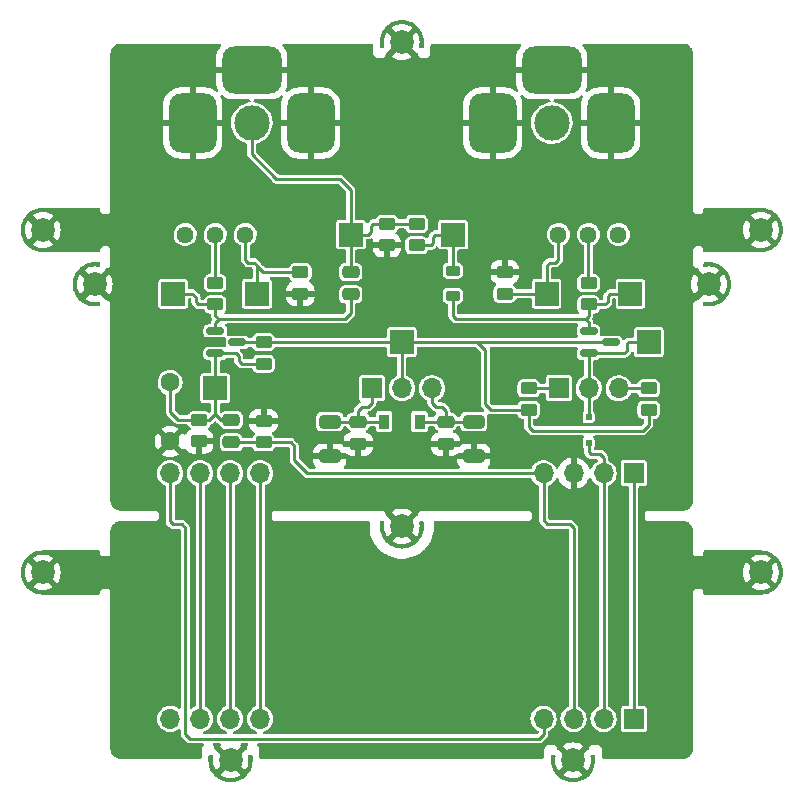
<source format=gbl>
%TF.GenerationSoftware,KiCad,Pcbnew,(6.0.1)*%
%TF.CreationDate,2022-01-31T14:39:12-05:00*%
%TF.ProjectId,C64-Composite-Modulator,4336342d-436f-46d7-906f-736974652d4d,0825*%
%TF.SameCoordinates,Original*%
%TF.FileFunction,Copper,L2,Bot*%
%TF.FilePolarity,Positive*%
%FSLAX46Y46*%
G04 Gerber Fmt 4.6, Leading zero omitted, Abs format (unit mm)*
G04 Created by KiCad (PCBNEW (6.0.1)) date 2022-01-31 14:39:12*
%MOMM*%
%LPD*%
G01*
G04 APERTURE LIST*
G04 Aperture macros list*
%AMRoundRect*
0 Rectangle with rounded corners*
0 $1 Rounding radius*
0 $2 $3 $4 $5 $6 $7 $8 $9 X,Y pos of 4 corners*
0 Add a 4 corners polygon primitive as box body*
4,1,4,$2,$3,$4,$5,$6,$7,$8,$9,$2,$3,0*
0 Add four circle primitives for the rounded corners*
1,1,$1+$1,$2,$3*
1,1,$1+$1,$4,$5*
1,1,$1+$1,$6,$7*
1,1,$1+$1,$8,$9*
0 Add four rect primitives between the rounded corners*
20,1,$1+$1,$2,$3,$4,$5,0*
20,1,$1+$1,$4,$5,$6,$7,0*
20,1,$1+$1,$6,$7,$8,$9,0*
20,1,$1+$1,$8,$9,$2,$3,0*%
%AMFreePoly0*
4,1,9,3.862500,-0.866500,0.737500,-0.866500,0.737500,-0.450000,-0.737500,-0.450000,-0.737500,0.450000,0.737500,0.450000,0.737500,0.866500,3.862500,0.866500,3.862500,-0.866500,3.862500,-0.866500,$1*%
G04 Aperture macros list end*
%TA.AperFunction,ComponentPad*%
%ADD10R,2.000000X2.000000*%
%TD*%
%TA.AperFunction,ComponentPad*%
%ADD11C,1.440000*%
%TD*%
%TA.AperFunction,ComponentPad*%
%ADD12RoundRect,1.000000X-1.000000X1.500000X-1.000000X-1.500000X1.000000X-1.500000X1.000000X1.500000X0*%
%TD*%
%TA.AperFunction,ComponentPad*%
%ADD13RoundRect,1.000000X-1.500000X1.000000X-1.500000X-1.000000X1.500000X-1.000000X1.500000X1.000000X0*%
%TD*%
%TA.AperFunction,ComponentPad*%
%ADD14C,3.000000*%
%TD*%
%TA.AperFunction,ComponentPad*%
%ADD15R,1.700000X1.700000*%
%TD*%
%TA.AperFunction,ComponentPad*%
%ADD16O,1.700000X1.700000*%
%TD*%
%TA.AperFunction,ComponentPad*%
%ADD17C,1.600000*%
%TD*%
%TA.AperFunction,ComponentPad*%
%ADD18C,2.000000*%
%TD*%
%TA.AperFunction,SMDPad,CuDef*%
%ADD19RoundRect,0.250000X-0.450000X0.262500X-0.450000X-0.262500X0.450000X-0.262500X0.450000X0.262500X0*%
%TD*%
%TA.AperFunction,SMDPad,CuDef*%
%ADD20RoundRect,0.250000X-0.475000X0.250000X-0.475000X-0.250000X0.475000X-0.250000X0.475000X0.250000X0*%
%TD*%
%TA.AperFunction,SMDPad,CuDef*%
%ADD21R,0.900000X1.300000*%
%TD*%
%TA.AperFunction,SMDPad,CuDef*%
%ADD22FreePoly0,270.000000*%
%TD*%
%TA.AperFunction,SMDPad,CuDef*%
%ADD23RoundRect,0.150000X-0.587500X-0.150000X0.587500X-0.150000X0.587500X0.150000X-0.587500X0.150000X0*%
%TD*%
%TA.AperFunction,SMDPad,CuDef*%
%ADD24R,0.500000X0.500000*%
%TD*%
%TA.AperFunction,SMDPad,CuDef*%
%ADD25RoundRect,0.218750X-0.381250X0.218750X-0.381250X-0.218750X0.381250X-0.218750X0.381250X0.218750X0*%
%TD*%
%TA.AperFunction,SMDPad,CuDef*%
%ADD26RoundRect,0.250000X-0.650000X0.325000X-0.650000X-0.325000X0.650000X-0.325000X0.650000X0.325000X0*%
%TD*%
%TA.AperFunction,Conductor*%
%ADD27C,0.254000*%
%TD*%
G04 APERTURE END LIST*
D10*
X145108200Y-91327950D03*
X136455800Y-91327950D03*
X128522000Y-96327950D03*
D11*
X154042000Y-91327950D03*
X156582000Y-91327950D03*
X159122000Y-91327950D03*
D12*
X133082000Y-81874450D03*
D13*
X128082000Y-77374450D03*
D12*
X123082000Y-81874450D03*
D14*
X128082000Y-81874450D03*
D11*
X127522000Y-91327950D03*
X124982000Y-91327950D03*
X122442000Y-91327950D03*
D15*
X154067000Y-104327950D03*
D16*
X156607000Y-104327950D03*
X159147000Y-104327950D03*
D14*
X153482001Y-81874450D03*
D12*
X158482001Y-81874450D03*
D13*
X153482001Y-77374450D03*
D12*
X148482001Y-81874450D03*
D10*
X124982000Y-104327950D03*
X121422000Y-96327950D03*
X160142000Y-96327950D03*
X153042000Y-96327950D03*
D17*
X121162000Y-103840450D03*
X121162000Y-108840450D03*
D15*
X160422000Y-132327950D03*
D16*
X157862000Y-132327950D03*
X155322000Y-132327950D03*
X152782000Y-132327950D03*
X128782000Y-132327950D03*
X126242000Y-132327950D03*
X123702000Y-132327950D03*
X121162000Y-132327950D03*
D18*
X171182000Y-90927950D03*
X171182000Y-119927950D03*
X126282000Y-135827950D03*
X110382000Y-90927950D03*
X110382000Y-119927950D03*
X155282000Y-135827950D03*
D10*
X140782000Y-100427950D03*
D15*
X160422000Y-111527950D03*
D16*
X157862000Y-111527950D03*
X155322000Y-111527950D03*
X152782000Y-111527950D03*
X128782000Y-111527950D03*
X126242000Y-111527950D03*
X123702000Y-111527950D03*
X121162000Y-111527950D03*
D18*
X140782000Y-75027950D03*
X114782000Y-95527950D03*
X140782000Y-116027950D03*
X166782000Y-95527950D03*
D10*
X161687000Y-100427950D03*
D15*
X138257000Y-104327950D03*
D16*
X140797000Y-104327950D03*
X143337000Y-104327950D03*
D19*
X139523266Y-90415450D03*
X139523266Y-92240450D03*
X161687000Y-104327950D03*
X161687000Y-106152950D03*
X129072000Y-107090450D03*
X129072000Y-108915450D03*
D20*
X136455800Y-94485450D03*
X136455800Y-96385450D03*
D19*
X132189500Y-94502950D03*
X132189500Y-96327950D03*
X149499500Y-94502950D03*
X149499500Y-96327950D03*
D21*
X139282000Y-107147950D03*
D22*
X140782000Y-107235450D03*
D21*
X142282000Y-107147950D03*
D20*
X126348666Y-107015450D03*
X126348666Y-108915450D03*
D23*
X124982000Y-101377950D03*
X124982000Y-99477950D03*
X126857000Y-100427950D03*
X156592000Y-101377950D03*
X156592000Y-99477950D03*
X158467000Y-100427950D03*
D24*
X156592000Y-108947950D03*
X156592000Y-106747950D03*
D19*
X142040732Y-90415450D03*
X142040732Y-92240450D03*
X129072000Y-100427950D03*
X129072000Y-102252950D03*
X151527000Y-104327950D03*
X151527000Y-106152950D03*
X156592000Y-95415450D03*
X156592000Y-97240450D03*
D25*
X145108200Y-94372950D03*
X145108200Y-96497950D03*
D19*
X124982000Y-95415450D03*
X124982000Y-97240450D03*
D26*
X134682000Y-107147950D03*
X134682000Y-110097950D03*
D19*
X123625333Y-107015450D03*
X123625333Y-108840450D03*
D26*
X146882000Y-107147950D03*
X146882000Y-110097950D03*
D20*
X144482000Y-107147950D03*
X144482000Y-109047950D03*
X137082000Y-107147950D03*
X137082000Y-109047950D03*
D27*
X122431999Y-116127949D02*
X122431999Y-133577949D01*
X121162000Y-115607950D02*
X121402000Y-115847950D01*
X121162000Y-111527950D02*
X121162000Y-115607950D01*
X121402000Y-115847950D02*
X122152000Y-115847950D01*
X122152000Y-115847950D02*
X122431999Y-116127949D01*
X122431999Y-133577949D02*
X122856999Y-134002949D01*
X152425750Y-134002949D02*
X152782000Y-133646699D01*
X152782000Y-133646699D02*
X152782000Y-132327950D01*
X122856999Y-134002949D02*
X152425750Y-134002949D01*
X127522000Y-93437949D02*
X127772000Y-93687949D01*
X128522000Y-93967950D02*
X128522000Y-93937949D01*
X128522000Y-96327950D02*
X128522000Y-93967950D01*
X128522000Y-93937949D02*
X128272000Y-93687949D01*
X132189500Y-94502950D02*
X129057000Y-94502950D01*
X128272000Y-93687949D02*
X127772000Y-93687949D01*
X129057000Y-94502950D02*
X128522000Y-93967950D01*
X123702000Y-132327950D02*
X123702000Y-111527950D01*
X127522000Y-91327950D02*
X127522000Y-93437949D01*
X154042000Y-93437949D02*
X153792000Y-93687949D01*
X149499500Y-96327950D02*
X153042000Y-96327950D01*
X153042000Y-96327950D02*
X153042000Y-93937949D01*
X153042000Y-93937949D02*
X153292000Y-93687949D01*
X153292000Y-93687949D02*
X153792000Y-93687949D01*
X154042000Y-91327950D02*
X154042000Y-93437949D01*
X126242000Y-132327950D02*
X126242000Y-111527950D01*
X129072000Y-100427950D02*
X140782000Y-100427950D01*
X140797000Y-104327950D02*
X140797000Y-100442950D01*
X151527000Y-106152950D02*
X151527000Y-107572950D01*
X147082000Y-100427950D02*
X158467000Y-100427950D01*
X161182000Y-107927950D02*
X161687000Y-107422950D01*
X140782000Y-100427950D02*
X147082000Y-100427950D01*
X151527000Y-106152950D02*
X148307000Y-106152950D01*
X126857000Y-100427950D02*
X129072000Y-100427950D01*
X151527000Y-107572950D02*
X151882000Y-107927950D01*
X151882000Y-107927950D02*
X161182000Y-107927950D01*
X147841999Y-105687949D02*
X147841999Y-101087949D01*
X148307000Y-106152950D02*
X147841999Y-105687949D01*
X147841999Y-101087949D02*
X147182000Y-100427950D01*
X161687000Y-107422950D02*
X161687000Y-106152950D01*
X152782000Y-111527950D02*
X132782000Y-111527950D01*
X155322000Y-116167950D02*
X155322000Y-132327950D01*
X132782000Y-111527950D02*
X131682000Y-110427950D01*
X153102000Y-115847950D02*
X155002000Y-115847950D01*
X152782000Y-115527950D02*
X153102000Y-115847950D01*
X131682000Y-110427950D02*
X131682000Y-109227950D01*
X152782000Y-111527950D02*
X152782000Y-115527950D01*
X155002000Y-115847950D02*
X155322000Y-116167950D01*
X131682000Y-109227950D02*
X131369500Y-108915450D01*
X131369500Y-108915450D02*
X129072000Y-108915450D01*
X126348666Y-108915450D02*
X129072000Y-108915450D01*
X128082000Y-84501200D02*
X128082000Y-81874450D01*
X130156999Y-86626199D02*
X135532000Y-86626199D01*
X128082000Y-84501200D02*
X130156999Y-86576199D01*
X136455800Y-94485450D02*
X136455800Y-91327950D01*
X138139532Y-90621700D02*
X138139532Y-91121700D01*
X128782000Y-132327950D02*
X128782000Y-111527950D01*
X137933282Y-91327950D02*
X138139532Y-91121700D01*
X136455800Y-91327950D02*
X137933282Y-91327950D01*
X136455800Y-87549999D02*
X136455800Y-91327950D01*
X138345782Y-90415450D02*
X138139532Y-90621700D01*
X139523266Y-90415450D02*
X138345782Y-90415450D01*
X139523266Y-90415450D02*
X142040732Y-90415450D01*
X135532000Y-86626199D02*
X136455800Y-87549999D01*
X157862000Y-132327950D02*
X157862000Y-111527950D01*
X157862000Y-111527950D02*
X157862000Y-110207950D01*
X156592000Y-109737950D02*
X156592000Y-108947950D01*
X157591999Y-109937949D02*
X156791999Y-109937949D01*
X156791999Y-109937949D02*
X156592000Y-109737950D01*
X157862000Y-110207950D02*
X157591999Y-109937949D01*
X161687000Y-104327950D02*
X159147000Y-104327950D01*
X151527000Y-104327950D02*
X154067000Y-104327950D01*
X159968249Y-100427950D02*
X159818249Y-100577950D01*
X156607000Y-104327950D02*
X156607000Y-106732950D01*
X159632000Y-101377950D02*
X156592000Y-101377950D01*
X159818249Y-100577950D02*
X159818249Y-101191701D01*
X156607000Y-101392950D02*
X156607000Y-104327950D01*
X161687000Y-100427950D02*
X159968249Y-100427950D01*
X159818249Y-101191701D02*
X159632000Y-101377950D01*
X143218215Y-92240450D02*
X143424465Y-92034200D01*
X145108200Y-91327950D02*
X143630715Y-91327950D01*
X143630715Y-91327950D02*
X143424465Y-91534200D01*
X145108200Y-94372950D02*
X145108200Y-91327950D01*
X143424465Y-92034200D02*
X143424465Y-91534200D01*
X142040732Y-92240450D02*
X143218215Y-92240450D01*
X143337000Y-104327950D02*
X143337000Y-105590449D01*
X146882000Y-107147950D02*
X144482000Y-107147950D01*
X144482000Y-107147950D02*
X144482000Y-106235449D01*
X160422000Y-132327950D02*
X160422000Y-111527950D01*
X142282000Y-107147950D02*
X144482000Y-107147950D01*
X144482000Y-106235449D02*
X144159500Y-105912949D01*
X144159500Y-105912949D02*
X143659500Y-105912949D01*
X143337000Y-105590449D02*
X143659500Y-105912949D01*
X156582000Y-95405450D02*
X156582000Y-91327950D01*
X137082000Y-106250449D02*
X137419500Y-105912949D01*
X138257000Y-105575449D02*
X137919500Y-105912949D01*
X137082000Y-107147950D02*
X139282000Y-107147950D01*
X134682000Y-107147950D02*
X137082000Y-107147950D01*
X137419500Y-105912949D02*
X137919500Y-105912949D01*
X138257000Y-104327950D02*
X138257000Y-105575449D01*
X137082000Y-107147950D02*
X137082000Y-106250449D01*
X124982000Y-97240450D02*
X124982000Y-98177950D01*
X124982000Y-98177950D02*
X125269499Y-98465449D01*
X123351999Y-96627950D02*
X123351999Y-97027950D01*
X125269499Y-98465449D02*
X135944501Y-98465449D01*
X123051999Y-96327950D02*
X123351999Y-96627950D01*
X124982000Y-99477950D02*
X124982000Y-98827950D01*
X124982000Y-98827950D02*
X125344501Y-98465449D01*
X135944501Y-98465449D02*
X136455800Y-97954150D01*
X136455800Y-97954150D02*
X136455800Y-96385450D01*
X121422000Y-96327950D02*
X123051999Y-96327950D01*
X124982000Y-97240450D02*
X123564499Y-97240450D01*
X123564499Y-97240450D02*
X123351999Y-97027950D01*
X126982000Y-102002950D02*
X127232000Y-102252950D01*
X123625333Y-107015450D02*
X121869500Y-107015450D01*
X126982000Y-101627950D02*
X126982000Y-102002950D01*
X124982000Y-101377950D02*
X124982000Y-104327950D01*
X127232000Y-102252950D02*
X129072000Y-102252950D01*
X124982000Y-106527950D02*
X124494500Y-107015450D01*
X125469500Y-107015450D02*
X124982000Y-106527950D01*
X126732000Y-101377950D02*
X126982000Y-101627950D01*
X124982000Y-101377950D02*
X126732000Y-101377950D01*
X121869500Y-107015450D02*
X121162000Y-106307950D01*
X124494500Y-107015450D02*
X123625333Y-107015450D01*
X126348666Y-107015450D02*
X125469500Y-107015450D01*
X124982000Y-104327950D02*
X124982000Y-106527950D01*
X121162000Y-106307950D02*
X121162000Y-103840450D01*
X160142000Y-96327950D02*
X158423249Y-96327950D01*
X145108200Y-96497950D02*
X145108200Y-98191649D01*
X145108200Y-98191649D02*
X145382000Y-98465449D01*
X145382000Y-98465449D02*
X156344501Y-98465449D01*
X158010749Y-97240450D02*
X158216999Y-97034200D01*
X158216999Y-97034200D02*
X158216999Y-96534200D01*
X156592000Y-98737950D02*
X156319499Y-98465449D01*
X158423249Y-96327950D02*
X158216999Y-96534200D01*
X156592000Y-97240450D02*
X156592000Y-98217950D01*
X156592000Y-99477950D02*
X156592000Y-98737950D01*
X156592000Y-97240450D02*
X158010749Y-97240450D01*
X156592000Y-98217950D02*
X156344501Y-98465449D01*
X124982000Y-91327950D02*
X124982000Y-95415450D01*
%TA.AperFunction,Conductor*%
G36*
X125389555Y-134404451D02*
G01*
X125436048Y-134458107D01*
X125446152Y-134528381D01*
X125414870Y-134594981D01*
X125414093Y-134595840D01*
X125417876Y-134604616D01*
X126269188Y-135455928D01*
X126283132Y-135463542D01*
X126284965Y-135463411D01*
X126291580Y-135459160D01*
X127143080Y-134607660D01*
X127149840Y-134595280D01*
X127142861Y-134585957D01*
X127118051Y-134519437D01*
X127133143Y-134450063D01*
X127183345Y-134399861D01*
X127243730Y-134384449D01*
X127658864Y-134384449D01*
X127726985Y-134404451D01*
X127773478Y-134458107D01*
X127783582Y-134528381D01*
X127754088Y-134592961D01*
X127747959Y-134599544D01*
X127714154Y-134633349D01*
X127667128Y-134725642D01*
X127665577Y-134735433D01*
X127665577Y-134735434D01*
X127657920Y-134783780D01*
X127656942Y-134787488D01*
X127655089Y-134790357D01*
X127655000Y-134790971D01*
X127655000Y-134795506D01*
X127654674Y-134800031D01*
X127654393Y-134800011D01*
X127654306Y-134801113D01*
X127654708Y-134804058D01*
X127651508Y-134824262D01*
X127650520Y-134827949D01*
X127653386Y-134838647D01*
X127634809Y-134901909D01*
X127581151Y-134948400D01*
X127523286Y-134956088D01*
X127505334Y-134963826D01*
X126654022Y-135815138D01*
X126646408Y-135829082D01*
X126646539Y-135830915D01*
X126650790Y-135837530D01*
X127502290Y-136689030D01*
X127514670Y-136695790D01*
X127522320Y-136690063D01*
X127627205Y-136518908D01*
X127631687Y-136510113D01*
X127718734Y-136299962D01*
X127721783Y-136290577D01*
X127774885Y-136069396D01*
X127776428Y-136059649D01*
X127794275Y-135832880D01*
X127794275Y-135823020D01*
X127776428Y-135596251D01*
X127774885Y-135586504D01*
X127753948Y-135499296D01*
X127757495Y-135428388D01*
X127798815Y-135370654D01*
X127864789Y-135344424D01*
X127896178Y-135345433D01*
X127937830Y-135352030D01*
X127941538Y-135353008D01*
X127944407Y-135354861D01*
X127945021Y-135354950D01*
X127949556Y-135354950D01*
X127954081Y-135355276D01*
X127954061Y-135355557D01*
X127955162Y-135355644D01*
X127958107Y-135355242D01*
X127978312Y-135358442D01*
X127981999Y-135359430D01*
X127998022Y-135355137D01*
X128013886Y-135355137D01*
X128015307Y-135354950D01*
X128029000Y-135354950D01*
X128097121Y-135374952D01*
X128143614Y-135428608D01*
X128155000Y-135480950D01*
X128155000Y-135794642D01*
X128154813Y-135796063D01*
X128154813Y-135811928D01*
X128150520Y-135827950D01*
X128153162Y-135837812D01*
X128152222Y-135841016D01*
X128154056Y-135841147D01*
X128150489Y-135891029D01*
X128136579Y-136085519D01*
X128134020Y-136103315D01*
X128081046Y-136346827D01*
X128075982Y-136364075D01*
X127988888Y-136597585D01*
X127981422Y-136613932D01*
X127861985Y-136832663D01*
X127852266Y-136847786D01*
X127702917Y-137047293D01*
X127691144Y-137060879D01*
X127514929Y-137237094D01*
X127501343Y-137248867D01*
X127301836Y-137398216D01*
X127286713Y-137407935D01*
X127124034Y-137496765D01*
X127083254Y-137519033D01*
X127067982Y-137527372D01*
X127051635Y-137534838D01*
X126840542Y-137613571D01*
X126818125Y-137621932D01*
X126800876Y-137626996D01*
X126557361Y-137679971D01*
X126539572Y-137682528D01*
X126394784Y-137692884D01*
X126290988Y-137700307D01*
X126273012Y-137700307D01*
X126169216Y-137692884D01*
X126024428Y-137682528D01*
X126006639Y-137679971D01*
X125763124Y-137626996D01*
X125745875Y-137621932D01*
X125723458Y-137613571D01*
X125512365Y-137534838D01*
X125496018Y-137527372D01*
X125480747Y-137519033D01*
X125439966Y-137496765D01*
X125277287Y-137407935D01*
X125262164Y-137398216D01*
X125062657Y-137248867D01*
X125049071Y-137237094D01*
X124872856Y-137060879D01*
X124872632Y-137060620D01*
X125414160Y-137060620D01*
X125419887Y-137068270D01*
X125591042Y-137173155D01*
X125599837Y-137177637D01*
X125809988Y-137264684D01*
X125819373Y-137267733D01*
X126040554Y-137320835D01*
X126050301Y-137322378D01*
X126277070Y-137340225D01*
X126286930Y-137340225D01*
X126513699Y-137322378D01*
X126523446Y-137320835D01*
X126744627Y-137267733D01*
X126754012Y-137264684D01*
X126964163Y-137177637D01*
X126972958Y-137173155D01*
X127140445Y-137070518D01*
X127149907Y-137060060D01*
X127146124Y-137051284D01*
X126294812Y-136199972D01*
X126280868Y-136192358D01*
X126279035Y-136192489D01*
X126272420Y-136196740D01*
X125420920Y-137048240D01*
X125414160Y-137060620D01*
X124872632Y-137060620D01*
X124861083Y-137047293D01*
X124711734Y-136847786D01*
X124702015Y-136832663D01*
X124582578Y-136613932D01*
X124575112Y-136597585D01*
X124488018Y-136364075D01*
X124482954Y-136346827D01*
X124429980Y-136103315D01*
X124427421Y-136085519D01*
X124413512Y-135891029D01*
X124409944Y-135841147D01*
X124411444Y-135841040D01*
X124410726Y-135838227D01*
X124413480Y-135827950D01*
X124409187Y-135811928D01*
X124409187Y-135796063D01*
X124409000Y-135794642D01*
X124409000Y-135480950D01*
X124429002Y-135412829D01*
X124482658Y-135366336D01*
X124535000Y-135354950D01*
X124548693Y-135354950D01*
X124550114Y-135355137D01*
X124565978Y-135355137D01*
X124582001Y-135359430D01*
X124585688Y-135358442D01*
X124667823Y-135345433D01*
X124738233Y-135354532D01*
X124792547Y-135400254D01*
X124813520Y-135468082D01*
X124810052Y-135499296D01*
X124789115Y-135586504D01*
X124787572Y-135596251D01*
X124769725Y-135823020D01*
X124769725Y-135832880D01*
X124787572Y-136059649D01*
X124789115Y-136069396D01*
X124842217Y-136290577D01*
X124845266Y-136299962D01*
X124932313Y-136510113D01*
X124936795Y-136518908D01*
X125039432Y-136686395D01*
X125049890Y-136695857D01*
X125058666Y-136692074D01*
X125909978Y-135840762D01*
X125917592Y-135826818D01*
X125917461Y-135824985D01*
X125913210Y-135818370D01*
X125061710Y-134966870D01*
X125047765Y-134959255D01*
X125044175Y-134959512D01*
X124974801Y-134944420D01*
X124924599Y-134894218D01*
X124910512Y-134839027D01*
X124913480Y-134827949D01*
X124912492Y-134824262D01*
X124908655Y-134800031D01*
X124898423Y-134735433D01*
X124898423Y-134735432D01*
X124896872Y-134725642D01*
X124849846Y-134633349D01*
X124816041Y-134599544D01*
X124782015Y-134537232D01*
X124787080Y-134466417D01*
X124829627Y-134409581D01*
X124896147Y-134384770D01*
X124905136Y-134384449D01*
X125321434Y-134384449D01*
X125389555Y-134404451D01*
G37*
%TD.AperFunction*%
%TA.AperFunction,Conductor*%
G36*
X140894784Y-73163016D02*
G01*
X141039572Y-73173372D01*
X141057361Y-73175929D01*
X141245008Y-73216750D01*
X141300877Y-73228904D01*
X141318126Y-73233968D01*
X141551635Y-73321062D01*
X141567980Y-73328527D01*
X141624034Y-73359135D01*
X141786713Y-73447965D01*
X141801836Y-73457684D01*
X142001343Y-73607033D01*
X142014929Y-73618806D01*
X142191144Y-73795021D01*
X142202917Y-73808607D01*
X142352266Y-74008114D01*
X142361985Y-74023237D01*
X142481422Y-74241968D01*
X142488888Y-74258315D01*
X142518233Y-74336992D01*
X142575982Y-74491825D01*
X142581046Y-74509073D01*
X142634020Y-74752585D01*
X142636578Y-74770377D01*
X142654056Y-75014753D01*
X142652556Y-75014860D01*
X142653274Y-75017673D01*
X142650520Y-75027950D01*
X142654813Y-75043972D01*
X142654813Y-75059837D01*
X142655000Y-75061258D01*
X142655000Y-75374950D01*
X142634998Y-75443071D01*
X142581342Y-75489564D01*
X142529000Y-75500950D01*
X142515307Y-75500950D01*
X142513886Y-75500763D01*
X142498022Y-75500763D01*
X142481999Y-75496470D01*
X142478312Y-75497458D01*
X142396177Y-75510467D01*
X142325767Y-75501368D01*
X142271453Y-75455646D01*
X142250480Y-75387818D01*
X142253948Y-75356604D01*
X142274885Y-75269396D01*
X142276428Y-75259649D01*
X142294275Y-75032880D01*
X142294275Y-75023020D01*
X142276428Y-74796251D01*
X142274885Y-74786504D01*
X142221783Y-74565323D01*
X142218734Y-74555938D01*
X142131687Y-74345787D01*
X142127205Y-74336992D01*
X142024568Y-74169505D01*
X142014110Y-74160043D01*
X142005334Y-74163826D01*
X141154022Y-75015138D01*
X141146408Y-75029082D01*
X141146539Y-75030915D01*
X141150790Y-75037530D01*
X142002290Y-75889030D01*
X142016235Y-75896645D01*
X142019825Y-75896388D01*
X142089199Y-75911480D01*
X142139401Y-75961682D01*
X142153488Y-76016873D01*
X142150520Y-76027951D01*
X142151508Y-76031638D01*
X142154665Y-76051572D01*
X142154665Y-76051573D01*
X142162486Y-76100950D01*
X142167128Y-76130258D01*
X142214154Y-76222551D01*
X142287399Y-76295796D01*
X142379692Y-76342822D01*
X142389483Y-76344373D01*
X142389484Y-76344373D01*
X142437830Y-76352030D01*
X142441538Y-76353008D01*
X142444407Y-76354861D01*
X142445021Y-76354950D01*
X142449556Y-76354950D01*
X142454081Y-76355276D01*
X142454061Y-76355557D01*
X142455162Y-76355644D01*
X142458107Y-76355242D01*
X142478312Y-76358442D01*
X142481999Y-76359430D01*
X142498022Y-76355137D01*
X142513886Y-76355137D01*
X142515307Y-76354950D01*
X142748692Y-76354950D01*
X142750113Y-76355137D01*
X142765977Y-76355137D01*
X142782000Y-76359430D01*
X142787833Y-76357867D01*
X142805457Y-76355547D01*
X142805458Y-76355547D01*
X142885281Y-76345038D01*
X142893469Y-76343960D01*
X142997343Y-76300934D01*
X143036982Y-76270518D01*
X143079990Y-76237516D01*
X143086540Y-76232490D01*
X143154984Y-76143293D01*
X143198010Y-76039419D01*
X143206891Y-75971959D01*
X143208230Y-75966598D01*
X143208911Y-75965543D01*
X143209000Y-75964929D01*
X143209000Y-75960389D01*
X143209326Y-75955869D01*
X143209545Y-75955885D01*
X143209704Y-75953465D01*
X143209503Y-75952122D01*
X143211917Y-75933783D01*
X143213480Y-75927950D01*
X143209187Y-75911927D01*
X143209187Y-75896063D01*
X143209000Y-75894642D01*
X143209000Y-75361258D01*
X143209187Y-75359837D01*
X143209187Y-75343972D01*
X143213480Y-75327950D01*
X143211167Y-75319317D01*
X143211608Y-75314841D01*
X143217279Y-75286329D01*
X143236096Y-75240903D01*
X143245750Y-75226456D01*
X143280506Y-75191700D01*
X143294953Y-75182046D01*
X143340378Y-75163229D01*
X143359479Y-75159430D01*
X143368891Y-75157558D01*
X143373367Y-75157117D01*
X143382000Y-75159430D01*
X143398022Y-75155137D01*
X143413887Y-75155137D01*
X143415308Y-75154950D01*
X150766943Y-75154950D01*
X150835064Y-75174952D01*
X150881557Y-75228608D01*
X150891661Y-75298882D01*
X150862897Y-75362613D01*
X150758221Y-75485607D01*
X150752313Y-75493798D01*
X150631853Y-75692701D01*
X150627333Y-75701727D01*
X150540220Y-75917338D01*
X150537204Y-75926962D01*
X150485623Y-76154002D01*
X150484221Y-76163434D01*
X150474162Y-76303760D01*
X150474001Y-76308273D01*
X150474001Y-77102335D01*
X150478476Y-77117574D01*
X150479866Y-77118779D01*
X150487549Y-77120450D01*
X156471886Y-77120450D01*
X156487125Y-77115975D01*
X156488330Y-77114585D01*
X156490001Y-77106902D01*
X156490001Y-76308273D01*
X156489840Y-76303760D01*
X156479781Y-76163434D01*
X156478379Y-76154002D01*
X156426798Y-75926962D01*
X156423782Y-75917338D01*
X156336669Y-75701727D01*
X156332149Y-75692701D01*
X156211689Y-75493798D01*
X156205781Y-75485607D01*
X156101105Y-75362613D01*
X156072187Y-75297773D01*
X156082915Y-75227592D01*
X156129883Y-75174351D01*
X156197059Y-75154950D01*
X164548692Y-75154950D01*
X164550113Y-75155137D01*
X164565978Y-75155137D01*
X164582000Y-75159430D01*
X164589600Y-75157394D01*
X164593977Y-75158679D01*
X164594226Y-75156154D01*
X164739964Y-75170508D01*
X164764185Y-75175325D01*
X164904216Y-75217803D01*
X164927026Y-75227252D01*
X165056068Y-75296227D01*
X165076605Y-75309949D01*
X165189711Y-75402772D01*
X165207178Y-75420239D01*
X165300001Y-75533345D01*
X165313723Y-75553882D01*
X165382698Y-75682924D01*
X165392147Y-75705734D01*
X165434625Y-75845765D01*
X165439442Y-75869986D01*
X165453796Y-76015724D01*
X165451560Y-76015944D01*
X165452651Y-76019998D01*
X165450520Y-76027950D01*
X165454813Y-76043972D01*
X165454813Y-76059837D01*
X165455000Y-76061258D01*
X165455000Y-89194643D01*
X165454813Y-89196064D01*
X165454813Y-89211928D01*
X165450520Y-89227951D01*
X165451508Y-89231638D01*
X165467128Y-89330258D01*
X165514154Y-89422551D01*
X165587399Y-89495796D01*
X165679692Y-89542822D01*
X165689483Y-89544373D01*
X165689484Y-89544373D01*
X165737830Y-89552030D01*
X165741538Y-89553008D01*
X165744407Y-89554861D01*
X165745021Y-89554950D01*
X165749556Y-89554950D01*
X165754081Y-89555276D01*
X165754061Y-89555557D01*
X165755162Y-89555644D01*
X165758107Y-89555242D01*
X165778312Y-89558442D01*
X165781999Y-89559430D01*
X165798022Y-89555137D01*
X165813886Y-89555137D01*
X165815307Y-89554950D01*
X165948693Y-89554950D01*
X165950114Y-89555137D01*
X165965978Y-89555137D01*
X165982001Y-89559430D01*
X165985688Y-89558442D01*
X166049195Y-89548383D01*
X166074517Y-89544373D01*
X166074518Y-89544373D01*
X166084308Y-89542822D01*
X166176601Y-89495796D01*
X166249846Y-89422551D01*
X166296872Y-89330258D01*
X166301514Y-89300950D01*
X166306080Y-89272120D01*
X166307058Y-89268412D01*
X166308911Y-89265543D01*
X166309000Y-89264929D01*
X166309000Y-89260394D01*
X166309326Y-89255869D01*
X166309607Y-89255889D01*
X166309694Y-89254788D01*
X166309292Y-89251843D01*
X166312492Y-89231638D01*
X166313480Y-89227951D01*
X166309187Y-89211928D01*
X166309187Y-89196064D01*
X166309000Y-89194643D01*
X166309000Y-89180950D01*
X166329002Y-89112829D01*
X166382658Y-89066336D01*
X166435000Y-89054950D01*
X171148692Y-89054950D01*
X171150113Y-89055137D01*
X171165978Y-89055137D01*
X171182000Y-89059430D01*
X171191862Y-89056788D01*
X171195066Y-89057728D01*
X171195197Y-89055894D01*
X171439573Y-89073372D01*
X171457361Y-89075929D01*
X171578192Y-89102215D01*
X171700877Y-89128904D01*
X171718126Y-89133968D01*
X171951635Y-89221062D01*
X171967980Y-89228527D01*
X172009262Y-89251069D01*
X172186713Y-89347965D01*
X172201836Y-89357684D01*
X172401343Y-89507033D01*
X172414929Y-89518806D01*
X172591144Y-89695021D01*
X172602917Y-89708607D01*
X172752266Y-89908114D01*
X172761985Y-89923237D01*
X172824636Y-90037973D01*
X172863878Y-90109838D01*
X172881422Y-90141968D01*
X172888888Y-90158315D01*
X172950365Y-90323142D01*
X172975982Y-90391825D01*
X172981046Y-90409073D01*
X172990285Y-90451543D01*
X173031878Y-90642737D01*
X173034020Y-90652585D01*
X173036578Y-90670378D01*
X173044386Y-90779547D01*
X173054357Y-90918962D01*
X173054357Y-90936938D01*
X173048496Y-91018884D01*
X173036594Y-91185314D01*
X173036579Y-91185519D01*
X173034021Y-91203311D01*
X172996885Y-91374020D01*
X172981046Y-91446827D01*
X172975982Y-91464075D01*
X172888888Y-91697585D01*
X172881422Y-91713932D01*
X172761985Y-91932663D01*
X172752266Y-91947786D01*
X172602917Y-92147293D01*
X172591144Y-92160879D01*
X172414929Y-92337094D01*
X172401343Y-92348867D01*
X172201836Y-92498216D01*
X172186713Y-92507935D01*
X172034645Y-92590971D01*
X171969039Y-92626795D01*
X171967982Y-92627372D01*
X171951635Y-92634838D01*
X171766951Y-92703721D01*
X171718125Y-92721932D01*
X171700877Y-92726996D01*
X171696487Y-92727951D01*
X171457361Y-92779971D01*
X171439573Y-92782528D01*
X171195197Y-92800006D01*
X171195090Y-92798506D01*
X171192277Y-92799224D01*
X171182000Y-92796470D01*
X171165978Y-92800763D01*
X171150113Y-92800763D01*
X171148692Y-92800950D01*
X166435000Y-92800950D01*
X166366879Y-92780948D01*
X166320386Y-92727292D01*
X166309000Y-92674950D01*
X166309000Y-92661257D01*
X166309187Y-92659836D01*
X166309187Y-92643972D01*
X166313480Y-92627949D01*
X166312492Y-92624262D01*
X166301380Y-92554103D01*
X166298423Y-92535433D01*
X166298423Y-92535432D01*
X166296872Y-92525642D01*
X166249846Y-92433349D01*
X166176601Y-92360104D01*
X166084308Y-92313078D01*
X166074517Y-92311527D01*
X166074516Y-92311527D01*
X166026170Y-92303870D01*
X166022462Y-92302892D01*
X166019593Y-92301039D01*
X166018979Y-92300950D01*
X166014444Y-92300950D01*
X166009919Y-92300624D01*
X166009939Y-92300343D01*
X166008838Y-92300256D01*
X166005893Y-92300658D01*
X165985688Y-92297458D01*
X165982001Y-92296470D01*
X165965978Y-92300763D01*
X165950114Y-92300763D01*
X165948693Y-92300950D01*
X165815307Y-92300950D01*
X165813886Y-92300763D01*
X165798022Y-92300763D01*
X165781999Y-92296470D01*
X165778312Y-92297458D01*
X165714805Y-92307517D01*
X165689483Y-92311527D01*
X165689482Y-92311527D01*
X165679692Y-92313078D01*
X165587399Y-92360104D01*
X165514154Y-92433349D01*
X165467128Y-92525642D01*
X165465577Y-92535433D01*
X165465577Y-92535434D01*
X165457920Y-92583780D01*
X165456942Y-92587488D01*
X165455089Y-92590357D01*
X165455000Y-92590971D01*
X165455000Y-92595506D01*
X165454674Y-92600031D01*
X165454393Y-92600011D01*
X165454306Y-92601112D01*
X165454708Y-92604057D01*
X165451508Y-92624262D01*
X165450520Y-92627949D01*
X165454813Y-92643972D01*
X165454813Y-92659836D01*
X165455000Y-92661257D01*
X165455000Y-93794643D01*
X165454813Y-93796064D01*
X165454813Y-93811928D01*
X165450520Y-93827951D01*
X165451508Y-93831638D01*
X165459560Y-93882474D01*
X165464188Y-93911693D01*
X165467128Y-93930258D01*
X165514154Y-94022551D01*
X165587399Y-94095796D01*
X165679692Y-94142822D01*
X165689483Y-94144373D01*
X165689484Y-94144373D01*
X165737830Y-94152030D01*
X165741538Y-94153008D01*
X165744407Y-94154861D01*
X165745021Y-94154950D01*
X165749556Y-94154950D01*
X165754081Y-94155276D01*
X165754061Y-94155557D01*
X165755163Y-94155644D01*
X165758108Y-94155242D01*
X165778312Y-94158442D01*
X165781999Y-94159430D01*
X165792697Y-94156564D01*
X165855959Y-94175141D01*
X165902450Y-94228799D01*
X165910138Y-94286664D01*
X165917876Y-94304616D01*
X166769188Y-95155928D01*
X166783132Y-95163542D01*
X166784965Y-95163411D01*
X166791580Y-95159160D01*
X167643080Y-94307660D01*
X167649840Y-94295280D01*
X167644113Y-94287630D01*
X167472958Y-94182745D01*
X167464163Y-94178263D01*
X167254012Y-94091216D01*
X167244627Y-94088167D01*
X167023446Y-94035065D01*
X167013699Y-94033522D01*
X166786930Y-94015675D01*
X166777070Y-94015675D01*
X166550301Y-94033522D01*
X166540554Y-94035065D01*
X166453346Y-94056002D01*
X166382438Y-94052455D01*
X166324704Y-94011135D01*
X166298474Y-93945161D01*
X166299483Y-93913772D01*
X166306080Y-93872120D01*
X166307058Y-93868412D01*
X166308911Y-93865543D01*
X166309000Y-93864929D01*
X166309000Y-93860394D01*
X166309326Y-93855869D01*
X166309607Y-93855889D01*
X166309694Y-93854788D01*
X166309292Y-93851843D01*
X166312492Y-93831638D01*
X166313480Y-93827951D01*
X166309187Y-93811928D01*
X166309187Y-93796064D01*
X166309000Y-93794643D01*
X166309000Y-93780950D01*
X166329002Y-93712829D01*
X166382658Y-93666336D01*
X166435000Y-93654950D01*
X166748692Y-93654950D01*
X166750113Y-93655137D01*
X166765978Y-93655137D01*
X166782000Y-93659430D01*
X166791862Y-93656788D01*
X166795066Y-93657728D01*
X166795197Y-93655894D01*
X167039573Y-93673372D01*
X167057361Y-93675929D01*
X167178192Y-93702215D01*
X167300877Y-93728904D01*
X167318126Y-93733968D01*
X167551635Y-93821062D01*
X167567980Y-93828527D01*
X167609262Y-93851069D01*
X167786713Y-93947965D01*
X167801836Y-93957684D01*
X168001343Y-94107033D01*
X168014929Y-94118806D01*
X168191144Y-94295021D01*
X168202917Y-94308607D01*
X168352266Y-94508114D01*
X168361985Y-94523237D01*
X168481422Y-94741968D01*
X168488888Y-94758315D01*
X168537608Y-94888939D01*
X168575982Y-94991825D01*
X168581046Y-95009073D01*
X168632296Y-95244658D01*
X168634020Y-95252585D01*
X168636578Y-95270378D01*
X168639346Y-95309070D01*
X168654357Y-95518962D01*
X168654357Y-95536938D01*
X168648533Y-95618379D01*
X168636815Y-95782226D01*
X168636579Y-95785519D01*
X168634021Y-95803311D01*
X168602777Y-95946934D01*
X168581046Y-96046827D01*
X168575982Y-96064075D01*
X168488888Y-96297585D01*
X168481423Y-96313930D01*
X168461363Y-96350667D01*
X168361985Y-96532663D01*
X168352266Y-96547786D01*
X168202917Y-96747293D01*
X168191144Y-96760879D01*
X168014929Y-96937094D01*
X168001343Y-96948867D01*
X167801836Y-97098216D01*
X167786713Y-97107935D01*
X167634645Y-97190971D01*
X167582232Y-97219591D01*
X167567982Y-97227372D01*
X167551635Y-97234838D01*
X167393757Y-97293723D01*
X167318125Y-97321932D01*
X167300877Y-97326996D01*
X167261381Y-97335588D01*
X167057361Y-97379971D01*
X167039573Y-97382528D01*
X166795197Y-97400006D01*
X166795090Y-97398506D01*
X166792277Y-97399224D01*
X166782000Y-97396470D01*
X166765978Y-97400763D01*
X166750113Y-97400763D01*
X166748692Y-97400950D01*
X166435000Y-97400950D01*
X166366879Y-97380948D01*
X166320386Y-97327292D01*
X166309000Y-97274950D01*
X166309000Y-97261257D01*
X166309187Y-97259836D01*
X166309187Y-97243972D01*
X166313480Y-97227949D01*
X166312492Y-97224262D01*
X166299483Y-97142127D01*
X166308582Y-97071717D01*
X166354304Y-97017403D01*
X166422132Y-96996430D01*
X166453346Y-96999898D01*
X166540554Y-97020835D01*
X166550301Y-97022378D01*
X166777070Y-97040225D01*
X166786930Y-97040225D01*
X167013699Y-97022378D01*
X167023446Y-97020835D01*
X167244627Y-96967733D01*
X167254012Y-96964684D01*
X167464163Y-96877637D01*
X167472958Y-96873155D01*
X167640445Y-96770518D01*
X167649907Y-96760060D01*
X167646124Y-96751284D01*
X166794812Y-95899972D01*
X166780868Y-95892358D01*
X166779035Y-95892489D01*
X166772420Y-95896740D01*
X165920920Y-96748240D01*
X165913305Y-96762185D01*
X165913562Y-96765775D01*
X165898470Y-96835149D01*
X165848268Y-96885351D01*
X165793077Y-96899438D01*
X165781999Y-96896470D01*
X165778312Y-96897458D01*
X165758378Y-96900615D01*
X165758377Y-96900615D01*
X165689483Y-96911527D01*
X165689482Y-96911527D01*
X165679692Y-96913078D01*
X165587399Y-96960104D01*
X165514154Y-97033349D01*
X165467128Y-97125642D01*
X165465577Y-97135433D01*
X165465577Y-97135434D01*
X165457920Y-97183780D01*
X165456942Y-97187488D01*
X165455089Y-97190357D01*
X165455000Y-97190971D01*
X165455000Y-97195506D01*
X165454674Y-97200031D01*
X165454393Y-97200011D01*
X165454306Y-97201112D01*
X165454708Y-97204057D01*
X165451508Y-97224262D01*
X165450520Y-97227949D01*
X165454813Y-97243972D01*
X165454813Y-97259836D01*
X165455000Y-97261257D01*
X165455000Y-113794642D01*
X165454813Y-113796063D01*
X165454813Y-113811928D01*
X165450520Y-113827950D01*
X165452556Y-113835550D01*
X165451271Y-113839927D01*
X165453796Y-113840176D01*
X165439442Y-113985914D01*
X165434625Y-114010135D01*
X165392147Y-114150166D01*
X165382698Y-114172976D01*
X165313723Y-114302018D01*
X165300001Y-114322555D01*
X165207178Y-114435661D01*
X165189711Y-114453128D01*
X165076605Y-114545951D01*
X165056068Y-114559673D01*
X164927026Y-114628648D01*
X164904216Y-114638097D01*
X164764185Y-114680575D01*
X164739964Y-114685392D01*
X164594226Y-114699746D01*
X164594006Y-114697510D01*
X164589952Y-114698601D01*
X164582000Y-114696470D01*
X164565978Y-114700763D01*
X164550113Y-114700763D01*
X164548692Y-114700950D01*
X161715307Y-114700950D01*
X161713886Y-114700763D01*
X161698022Y-114700763D01*
X161681999Y-114696470D01*
X161678312Y-114697458D01*
X161614805Y-114707517D01*
X161589483Y-114711527D01*
X161589482Y-114711527D01*
X161579692Y-114713078D01*
X161487399Y-114760104D01*
X161414154Y-114833349D01*
X161367128Y-114925642D01*
X161365577Y-114935433D01*
X161365577Y-114935434D01*
X161357920Y-114983780D01*
X161356942Y-114987488D01*
X161355089Y-114990357D01*
X161355000Y-114990971D01*
X161355000Y-114995506D01*
X161354674Y-115000031D01*
X161354393Y-115000011D01*
X161354306Y-115001112D01*
X161354708Y-115004057D01*
X161351508Y-115024262D01*
X161350520Y-115027949D01*
X161354813Y-115043972D01*
X161354813Y-115059836D01*
X161355000Y-115061257D01*
X161355000Y-115194643D01*
X161354813Y-115196064D01*
X161354813Y-115211928D01*
X161350520Y-115227951D01*
X161351508Y-115231638D01*
X161356705Y-115264450D01*
X161365145Y-115317736D01*
X161367128Y-115330258D01*
X161414154Y-115422551D01*
X161487399Y-115495796D01*
X161579692Y-115542822D01*
X161589483Y-115544373D01*
X161589484Y-115544373D01*
X161637830Y-115552030D01*
X161641538Y-115553008D01*
X161644407Y-115554861D01*
X161645021Y-115554950D01*
X161649556Y-115554950D01*
X161654081Y-115555276D01*
X161654061Y-115555557D01*
X161655162Y-115555644D01*
X161658107Y-115555242D01*
X161678312Y-115558442D01*
X161681999Y-115559430D01*
X161698022Y-115555137D01*
X161713886Y-115555137D01*
X161715307Y-115554950D01*
X164548692Y-115554950D01*
X164550113Y-115555137D01*
X164565978Y-115555137D01*
X164582000Y-115559430D01*
X164589600Y-115557394D01*
X164593977Y-115558679D01*
X164594226Y-115556154D01*
X164739964Y-115570508D01*
X164764185Y-115575325D01*
X164904216Y-115617803D01*
X164927025Y-115627251D01*
X164959614Y-115644671D01*
X165056068Y-115696227D01*
X165076605Y-115709949D01*
X165189711Y-115802772D01*
X165207178Y-115820239D01*
X165300001Y-115933345D01*
X165313723Y-115953882D01*
X165336934Y-115997306D01*
X165375994Y-116070381D01*
X165382698Y-116082924D01*
X165392147Y-116105734D01*
X165434625Y-116245765D01*
X165439442Y-116269986D01*
X165453796Y-116415724D01*
X165451560Y-116415944D01*
X165452651Y-116419998D01*
X165450520Y-116427950D01*
X165454813Y-116443972D01*
X165454813Y-116459837D01*
X165455000Y-116461258D01*
X165455000Y-118194643D01*
X165454813Y-118196064D01*
X165454813Y-118211928D01*
X165450520Y-118227951D01*
X165451508Y-118231638D01*
X165467128Y-118330258D01*
X165514154Y-118422551D01*
X165587399Y-118495796D01*
X165679692Y-118542822D01*
X165689483Y-118544373D01*
X165689484Y-118544373D01*
X165737830Y-118552030D01*
X165741538Y-118553008D01*
X165744407Y-118554861D01*
X165745021Y-118554950D01*
X165749556Y-118554950D01*
X165754081Y-118555276D01*
X165754061Y-118555557D01*
X165755162Y-118555644D01*
X165758107Y-118555242D01*
X165778312Y-118558442D01*
X165781999Y-118559430D01*
X165798022Y-118555137D01*
X165813886Y-118555137D01*
X165815307Y-118554950D01*
X165948693Y-118554950D01*
X165950114Y-118555137D01*
X165965978Y-118555137D01*
X165982001Y-118559430D01*
X165985688Y-118558442D01*
X166049195Y-118548383D01*
X166074517Y-118544373D01*
X166074518Y-118544373D01*
X166084308Y-118542822D01*
X166176601Y-118495796D01*
X166249846Y-118422551D01*
X166296872Y-118330258D01*
X166301514Y-118300950D01*
X166306080Y-118272120D01*
X166307058Y-118268412D01*
X166308911Y-118265543D01*
X166309000Y-118264929D01*
X166309000Y-118260394D01*
X166309326Y-118255869D01*
X166309607Y-118255889D01*
X166309694Y-118254788D01*
X166309292Y-118251843D01*
X166312492Y-118231638D01*
X166313480Y-118227951D01*
X166309187Y-118211928D01*
X166309187Y-118196064D01*
X166309000Y-118194643D01*
X166309000Y-118180950D01*
X166329002Y-118112829D01*
X166382658Y-118066336D01*
X166435000Y-118054950D01*
X171148692Y-118054950D01*
X171150113Y-118055137D01*
X171165978Y-118055137D01*
X171182000Y-118059430D01*
X171191862Y-118056788D01*
X171195066Y-118057728D01*
X171195197Y-118055894D01*
X171439573Y-118073372D01*
X171457361Y-118075929D01*
X171578192Y-118102215D01*
X171700877Y-118128904D01*
X171718126Y-118133968D01*
X171951635Y-118221062D01*
X171967980Y-118228527D01*
X172009262Y-118251069D01*
X172186713Y-118347965D01*
X172201836Y-118357684D01*
X172401343Y-118507033D01*
X172414929Y-118518806D01*
X172591144Y-118695021D01*
X172602917Y-118708607D01*
X172752266Y-118908114D01*
X172761985Y-118923237D01*
X172881422Y-119141968D01*
X172888888Y-119158315D01*
X172918233Y-119236992D01*
X172975982Y-119391825D01*
X172981046Y-119409073D01*
X173034020Y-119652585D01*
X173036579Y-119670381D01*
X173054357Y-119918962D01*
X173054357Y-119936938D01*
X173036579Y-120185519D01*
X173034020Y-120203315D01*
X172981046Y-120446827D01*
X172975982Y-120464075D01*
X172888888Y-120697585D01*
X172881422Y-120713932D01*
X172761985Y-120932663D01*
X172752266Y-120947786D01*
X172602917Y-121147293D01*
X172591144Y-121160879D01*
X172414929Y-121337094D01*
X172401343Y-121348867D01*
X172201836Y-121498216D01*
X172186713Y-121507935D01*
X172034645Y-121590971D01*
X171982232Y-121619591D01*
X171967982Y-121627372D01*
X171951635Y-121634838D01*
X171746821Y-121711229D01*
X171718125Y-121721932D01*
X171700877Y-121726996D01*
X171696487Y-121727951D01*
X171457361Y-121779971D01*
X171439573Y-121782528D01*
X171195197Y-121800006D01*
X171195090Y-121798506D01*
X171192277Y-121799224D01*
X171182000Y-121796470D01*
X171165978Y-121800763D01*
X171150076Y-121800763D01*
X171148725Y-121800941D01*
X169669673Y-121800944D01*
X166435000Y-121800950D01*
X166366879Y-121780948D01*
X166320386Y-121727293D01*
X166309000Y-121674950D01*
X166309000Y-121661257D01*
X166309187Y-121659836D01*
X166309187Y-121643972D01*
X166313480Y-121627949D01*
X166312492Y-121624262D01*
X166296872Y-121525642D01*
X166249846Y-121433349D01*
X166176601Y-121360104D01*
X166084308Y-121313078D01*
X166074517Y-121311527D01*
X166074516Y-121311527D01*
X166026170Y-121303870D01*
X166022462Y-121302892D01*
X166019593Y-121301039D01*
X166018979Y-121300950D01*
X166014444Y-121300950D01*
X166009919Y-121300624D01*
X166009939Y-121300343D01*
X166008838Y-121300256D01*
X166005893Y-121300658D01*
X165985688Y-121297458D01*
X165982001Y-121296470D01*
X165965978Y-121300763D01*
X165950114Y-121300763D01*
X165948693Y-121300950D01*
X165815307Y-121300950D01*
X165813886Y-121300763D01*
X165798022Y-121300763D01*
X165781999Y-121296470D01*
X165778312Y-121297458D01*
X165714805Y-121307517D01*
X165689483Y-121311527D01*
X165689482Y-121311527D01*
X165679692Y-121313078D01*
X165587399Y-121360104D01*
X165514154Y-121433349D01*
X165467128Y-121525642D01*
X165465577Y-121535433D01*
X165465577Y-121535434D01*
X165457920Y-121583780D01*
X165456942Y-121587488D01*
X165455089Y-121590357D01*
X165455000Y-121590971D01*
X165455000Y-121595506D01*
X165454674Y-121600031D01*
X165454393Y-121600011D01*
X165454306Y-121601112D01*
X165454708Y-121604057D01*
X165451508Y-121624262D01*
X165450520Y-121627949D01*
X165454813Y-121643972D01*
X165454813Y-121659836D01*
X165455000Y-121661257D01*
X165455000Y-134794641D01*
X165454813Y-134796062D01*
X165454813Y-134811927D01*
X165450520Y-134827949D01*
X165452556Y-134835549D01*
X165451271Y-134839926D01*
X165453796Y-134840175D01*
X165439442Y-134985913D01*
X165434625Y-135010134D01*
X165392147Y-135150165D01*
X165382698Y-135172975D01*
X165313723Y-135302017D01*
X165300001Y-135322554D01*
X165207178Y-135435660D01*
X165189711Y-135453127D01*
X165076605Y-135545950D01*
X165056068Y-135559672D01*
X164927026Y-135628647D01*
X164904216Y-135638096D01*
X164764185Y-135680574D01*
X164739964Y-135685391D01*
X164594226Y-135699745D01*
X164594006Y-135697509D01*
X164589952Y-135698600D01*
X164582000Y-135696469D01*
X164565978Y-135700762D01*
X164550113Y-135700762D01*
X164548692Y-135700949D01*
X161232000Y-135700950D01*
X157915308Y-135700950D01*
X157913887Y-135700763D01*
X157898022Y-135700763D01*
X157882000Y-135696470D01*
X157873367Y-135698783D01*
X157868891Y-135698342D01*
X157849972Y-135694579D01*
X157840378Y-135692671D01*
X157794953Y-135673854D01*
X157780506Y-135664200D01*
X157745750Y-135629444D01*
X157736096Y-135614997D01*
X157717279Y-135569571D01*
X157711608Y-135541059D01*
X157711167Y-135536583D01*
X157713480Y-135527950D01*
X157709187Y-135511928D01*
X157709187Y-135496063D01*
X157709000Y-135494642D01*
X157709000Y-134961258D01*
X157709187Y-134959837D01*
X157709187Y-134943973D01*
X157713480Y-134927950D01*
X157711917Y-134922117D01*
X157709010Y-134900031D01*
X157699088Y-134824669D01*
X157698010Y-134816481D01*
X157688964Y-134794642D01*
X157658145Y-134720238D01*
X157658143Y-134720235D01*
X157654984Y-134712608D01*
X157600944Y-134642182D01*
X157591567Y-134629961D01*
X157591566Y-134629960D01*
X157586540Y-134623410D01*
X157579989Y-134618383D01*
X157579987Y-134618381D01*
X157503896Y-134559994D01*
X157503894Y-134559993D01*
X157497343Y-134554966D01*
X157393469Y-134511940D01*
X157326009Y-134503059D01*
X157320648Y-134501720D01*
X157319593Y-134501039D01*
X157318979Y-134500950D01*
X157314439Y-134500950D01*
X157309919Y-134500624D01*
X157309935Y-134500405D01*
X157307515Y-134500246D01*
X157306172Y-134500447D01*
X157287833Y-134498033D01*
X157282000Y-134496470D01*
X157265977Y-134500763D01*
X157250113Y-134500763D01*
X157248692Y-134500950D01*
X157015307Y-134500950D01*
X157013886Y-134500763D01*
X156998022Y-134500763D01*
X156981999Y-134496470D01*
X156978312Y-134497458D01*
X156914805Y-134507517D01*
X156889483Y-134511527D01*
X156889482Y-134511527D01*
X156879692Y-134513078D01*
X156787399Y-134560104D01*
X156714154Y-134633349D01*
X156667128Y-134725642D01*
X156665577Y-134735433D01*
X156665577Y-134735434D01*
X156657920Y-134783780D01*
X156656942Y-134787488D01*
X156655089Y-134790357D01*
X156655000Y-134790971D01*
X156655000Y-134795506D01*
X156654674Y-134800031D01*
X156654393Y-134800011D01*
X156654306Y-134801113D01*
X156654708Y-134804058D01*
X156651508Y-134824262D01*
X156650520Y-134827949D01*
X156653386Y-134838647D01*
X156634809Y-134901909D01*
X156581151Y-134948400D01*
X156523286Y-134956088D01*
X156505334Y-134963826D01*
X155654022Y-135815138D01*
X155646408Y-135829082D01*
X155646539Y-135830915D01*
X155650790Y-135837530D01*
X156502290Y-136689030D01*
X156514670Y-136695790D01*
X156522320Y-136690063D01*
X156627205Y-136518908D01*
X156631687Y-136510113D01*
X156718734Y-136299962D01*
X156721783Y-136290577D01*
X156774885Y-136069396D01*
X156776428Y-136059649D01*
X156794275Y-135832880D01*
X156794275Y-135823020D01*
X156776428Y-135596251D01*
X156774885Y-135586504D01*
X156753948Y-135499296D01*
X156757495Y-135428388D01*
X156798815Y-135370654D01*
X156864789Y-135344424D01*
X156896178Y-135345433D01*
X156937830Y-135352030D01*
X156941538Y-135353008D01*
X156944407Y-135354861D01*
X156945021Y-135354950D01*
X156949556Y-135354950D01*
X156954081Y-135355276D01*
X156954061Y-135355557D01*
X156955162Y-135355644D01*
X156958107Y-135355242D01*
X156978312Y-135358442D01*
X156981999Y-135359430D01*
X156998022Y-135355137D01*
X157013886Y-135355137D01*
X157015307Y-135354950D01*
X157029000Y-135354950D01*
X157097121Y-135374952D01*
X157143614Y-135428608D01*
X157155000Y-135480950D01*
X157155000Y-135794642D01*
X157154813Y-135796063D01*
X157154813Y-135811928D01*
X157150520Y-135827950D01*
X157153162Y-135837812D01*
X157152222Y-135841016D01*
X157154056Y-135841147D01*
X157150489Y-135891029D01*
X157136579Y-136085519D01*
X157134020Y-136103315D01*
X157081046Y-136346827D01*
X157075982Y-136364075D01*
X156988888Y-136597585D01*
X156981422Y-136613932D01*
X156861985Y-136832663D01*
X156852266Y-136847786D01*
X156702917Y-137047293D01*
X156691144Y-137060879D01*
X156514929Y-137237094D01*
X156501343Y-137248867D01*
X156301836Y-137398216D01*
X156286713Y-137407935D01*
X156124034Y-137496765D01*
X156083254Y-137519033D01*
X156067982Y-137527372D01*
X156051635Y-137534838D01*
X155840542Y-137613571D01*
X155818125Y-137621932D01*
X155800876Y-137626996D01*
X155557361Y-137679971D01*
X155539572Y-137682528D01*
X155394784Y-137692884D01*
X155290988Y-137700307D01*
X155273012Y-137700307D01*
X155169216Y-137692884D01*
X155024428Y-137682528D01*
X155006639Y-137679971D01*
X154763124Y-137626996D01*
X154745875Y-137621932D01*
X154723458Y-137613571D01*
X154512365Y-137534838D01*
X154496018Y-137527372D01*
X154480747Y-137519033D01*
X154439966Y-137496765D01*
X154277287Y-137407935D01*
X154262164Y-137398216D01*
X154062657Y-137248867D01*
X154049071Y-137237094D01*
X153872856Y-137060879D01*
X153872632Y-137060620D01*
X154414160Y-137060620D01*
X154419887Y-137068270D01*
X154591042Y-137173155D01*
X154599837Y-137177637D01*
X154809988Y-137264684D01*
X154819373Y-137267733D01*
X155040554Y-137320835D01*
X155050301Y-137322378D01*
X155277070Y-137340225D01*
X155286930Y-137340225D01*
X155513699Y-137322378D01*
X155523446Y-137320835D01*
X155744627Y-137267733D01*
X155754012Y-137264684D01*
X155964163Y-137177637D01*
X155972958Y-137173155D01*
X156140445Y-137070518D01*
X156149907Y-137060060D01*
X156146124Y-137051284D01*
X155294812Y-136199972D01*
X155280868Y-136192358D01*
X155279035Y-136192489D01*
X155272420Y-136196740D01*
X154420920Y-137048240D01*
X154414160Y-137060620D01*
X153872632Y-137060620D01*
X153861083Y-137047293D01*
X153711734Y-136847786D01*
X153702015Y-136832663D01*
X153582578Y-136613932D01*
X153575112Y-136597585D01*
X153488018Y-136364075D01*
X153482954Y-136346827D01*
X153429980Y-136103315D01*
X153427421Y-136085519D01*
X153413512Y-135891029D01*
X153409944Y-135841147D01*
X153411444Y-135841040D01*
X153410726Y-135838227D01*
X153413480Y-135827950D01*
X153409187Y-135811928D01*
X153409187Y-135796063D01*
X153409000Y-135794642D01*
X153409000Y-135480950D01*
X153429002Y-135412829D01*
X153482658Y-135366336D01*
X153535000Y-135354950D01*
X153548693Y-135354950D01*
X153550114Y-135355137D01*
X153565978Y-135355137D01*
X153582001Y-135359430D01*
X153585688Y-135358442D01*
X153667823Y-135345433D01*
X153738233Y-135354532D01*
X153792547Y-135400254D01*
X153813520Y-135468082D01*
X153810052Y-135499296D01*
X153789115Y-135586504D01*
X153787572Y-135596251D01*
X153769725Y-135823020D01*
X153769725Y-135832880D01*
X153787572Y-136059649D01*
X153789115Y-136069396D01*
X153842217Y-136290577D01*
X153845266Y-136299962D01*
X153932313Y-136510113D01*
X153936795Y-136518908D01*
X154039432Y-136686395D01*
X154049890Y-136695857D01*
X154058666Y-136692074D01*
X154909978Y-135840762D01*
X154917592Y-135826818D01*
X154917461Y-135824985D01*
X154913210Y-135818370D01*
X154061710Y-134966870D01*
X154047765Y-134959255D01*
X154044175Y-134959512D01*
X153974801Y-134944420D01*
X153924599Y-134894218D01*
X153910512Y-134839027D01*
X153913480Y-134827949D01*
X153912492Y-134824262D01*
X153908655Y-134800031D01*
X153898423Y-134735433D01*
X153898423Y-134735432D01*
X153896872Y-134725642D01*
X153849846Y-134633349D01*
X153812337Y-134595840D01*
X154414093Y-134595840D01*
X154417876Y-134604616D01*
X155269188Y-135455928D01*
X155283132Y-135463542D01*
X155284965Y-135463411D01*
X155291580Y-135459160D01*
X156143080Y-134607660D01*
X156149840Y-134595280D01*
X156144113Y-134587630D01*
X155972958Y-134482745D01*
X155964163Y-134478263D01*
X155754012Y-134391216D01*
X155744627Y-134388167D01*
X155523446Y-134335065D01*
X155513699Y-134333522D01*
X155286930Y-134315675D01*
X155277070Y-134315675D01*
X155050301Y-134333522D01*
X155040554Y-134335065D01*
X154819373Y-134388167D01*
X154809988Y-134391216D01*
X154599837Y-134478263D01*
X154591042Y-134482745D01*
X154423555Y-134585382D01*
X154414093Y-134595840D01*
X153812337Y-134595840D01*
X153776601Y-134560104D01*
X153684308Y-134513078D01*
X153674517Y-134511527D01*
X153674516Y-134511527D01*
X153626170Y-134503870D01*
X153622462Y-134502892D01*
X153619593Y-134501039D01*
X153618979Y-134500950D01*
X153614444Y-134500950D01*
X153609919Y-134500624D01*
X153609939Y-134500343D01*
X153608838Y-134500256D01*
X153605893Y-134500658D01*
X153585688Y-134497458D01*
X153582001Y-134496470D01*
X153565978Y-134500763D01*
X153550114Y-134500763D01*
X153548693Y-134500950D01*
X153315308Y-134500950D01*
X153313887Y-134500763D01*
X153298023Y-134500763D01*
X153282000Y-134496470D01*
X153276167Y-134498033D01*
X153258543Y-134500353D01*
X153258542Y-134500353D01*
X153178719Y-134510862D01*
X153170531Y-134511940D01*
X153162902Y-134515100D01*
X153074288Y-134551805D01*
X153074285Y-134551807D01*
X153066658Y-134554966D01*
X152977460Y-134623410D01*
X152972437Y-134629956D01*
X152963056Y-134642182D01*
X152909016Y-134712608D01*
X152905857Y-134720235D01*
X152905855Y-134720238D01*
X152875036Y-134794642D01*
X152865990Y-134816481D01*
X152864912Y-134824669D01*
X152864352Y-134828920D01*
X152862871Y-134840176D01*
X152857109Y-134883940D01*
X152855770Y-134889302D01*
X152855089Y-134890357D01*
X152855000Y-134890971D01*
X152855000Y-134895511D01*
X152854674Y-134900031D01*
X152854455Y-134900015D01*
X152854296Y-134902435D01*
X152854497Y-134903778D01*
X152852083Y-134922117D01*
X152850520Y-134927950D01*
X152854813Y-134943973D01*
X152854813Y-134959837D01*
X152855000Y-134961258D01*
X152855000Y-135494642D01*
X152854813Y-135496063D01*
X152854813Y-135511928D01*
X152850520Y-135527950D01*
X152852833Y-135536583D01*
X152852392Y-135541059D01*
X152846721Y-135569571D01*
X152827904Y-135614997D01*
X152818250Y-135629444D01*
X152783494Y-135664200D01*
X152769047Y-135673854D01*
X152723622Y-135692671D01*
X152714028Y-135694579D01*
X152695109Y-135698342D01*
X152690633Y-135698783D01*
X152682000Y-135696470D01*
X152665978Y-135700763D01*
X152650113Y-135700763D01*
X152648692Y-135700950D01*
X128915308Y-135700950D01*
X128913887Y-135700763D01*
X128898022Y-135700763D01*
X128882000Y-135696470D01*
X128873367Y-135698783D01*
X128868891Y-135698342D01*
X128849972Y-135694579D01*
X128840378Y-135692671D01*
X128794953Y-135673854D01*
X128780506Y-135664200D01*
X128745750Y-135629444D01*
X128736096Y-135614997D01*
X128717279Y-135569571D01*
X128711608Y-135541059D01*
X128711167Y-135536583D01*
X128713480Y-135527950D01*
X128709187Y-135511928D01*
X128709187Y-135496063D01*
X128709000Y-135494642D01*
X128709000Y-134961258D01*
X128709187Y-134959837D01*
X128709187Y-134943973D01*
X128713480Y-134927950D01*
X128711917Y-134922117D01*
X128709010Y-134900031D01*
X128699088Y-134824669D01*
X128698010Y-134816481D01*
X128688964Y-134794642D01*
X128658145Y-134720238D01*
X128658143Y-134720235D01*
X128654984Y-134712608D01*
X128600944Y-134642182D01*
X128591567Y-134629961D01*
X128591566Y-134629960D01*
X128586540Y-134623410D01*
X128569598Y-134610410D01*
X128527732Y-134553071D01*
X128523511Y-134482200D01*
X128558277Y-134420298D01*
X128620990Y-134387018D01*
X128646304Y-134384449D01*
X152371615Y-134384449D01*
X152395914Y-134387035D01*
X152397352Y-134387103D01*
X152407530Y-134389294D01*
X152441091Y-134385322D01*
X152447070Y-134384970D01*
X152447062Y-134384877D01*
X152452240Y-134384449D01*
X152457442Y-134384449D01*
X152476596Y-134381261D01*
X152482454Y-134380427D01*
X152499068Y-134378461D01*
X152523317Y-134375591D01*
X152523318Y-134375591D01*
X152533657Y-134374367D01*
X152541956Y-134370382D01*
X152551033Y-134368871D01*
X152596401Y-134344391D01*
X152601664Y-134341710D01*
X152641000Y-134322822D01*
X152641004Y-134322819D01*
X152648148Y-134319389D01*
X152652442Y-134315779D01*
X152654374Y-134313847D01*
X152656323Y-134312060D01*
X152656376Y-134312031D01*
X152656495Y-134312161D01*
X152657063Y-134311660D01*
X152662807Y-134308561D01*
X152699618Y-134268739D01*
X152703047Y-134265174D01*
X153013476Y-133954745D01*
X153032499Y-133939381D01*
X153033558Y-133938417D01*
X153042304Y-133932770D01*
X153048752Y-133924591D01*
X153048754Y-133924589D01*
X153063234Y-133906222D01*
X153067209Y-133901749D01*
X153067137Y-133901688D01*
X153070490Y-133897731D01*
X153074171Y-133894050D01*
X153085455Y-133878259D01*
X153089019Y-133873513D01*
X153114487Y-133841207D01*
X153120934Y-133833029D01*
X153123984Y-133824344D01*
X153129335Y-133816856D01*
X153144110Y-133767449D01*
X153145926Y-133761862D01*
X153163016Y-133713197D01*
X153163500Y-133707608D01*
X153163500Y-133704897D01*
X153163615Y-133702228D01*
X153163634Y-133702167D01*
X153163808Y-133702174D01*
X153163855Y-133701427D01*
X153165725Y-133695174D01*
X153163597Y-133641010D01*
X153163500Y-133636064D01*
X153163500Y-133453547D01*
X153183502Y-133385426D01*
X153233740Y-133342311D01*
X153233165Y-133341284D01*
X153297871Y-133305047D01*
X153410276Y-133242097D01*
X153449969Y-133209085D01*
X153561913Y-133115981D01*
X153566345Y-133112295D01*
X153670499Y-132987064D01*
X153692453Y-132960668D01*
X153692455Y-132960665D01*
X153696147Y-132956226D01*
X153795334Y-132779115D01*
X153797190Y-132773648D01*
X153797192Y-132773643D01*
X153858728Y-132592364D01*
X153858729Y-132592359D01*
X153860584Y-132586895D01*
X153861412Y-132581186D01*
X153861413Y-132581181D01*
X153889179Y-132389677D01*
X153889712Y-132386003D01*
X153891232Y-132327950D01*
X153872658Y-132125809D01*
X153871090Y-132120249D01*
X153819125Y-131935996D01*
X153819124Y-131935994D01*
X153817557Y-131930437D01*
X153806978Y-131908983D01*
X153730331Y-131753559D01*
X153727776Y-131748378D01*
X153606320Y-131585729D01*
X153457258Y-131447937D01*
X153452375Y-131444856D01*
X153452371Y-131444853D01*
X153290464Y-131342698D01*
X153285581Y-131339617D01*
X153097039Y-131264396D01*
X153091379Y-131263270D01*
X153091375Y-131263269D01*
X152903613Y-131225921D01*
X152903610Y-131225921D01*
X152897946Y-131224794D01*
X152892171Y-131224718D01*
X152892167Y-131224718D01*
X152790793Y-131223391D01*
X152694971Y-131222137D01*
X152689274Y-131223116D01*
X152689273Y-131223116D01*
X152601397Y-131238216D01*
X152494910Y-131256514D01*
X152304463Y-131326774D01*
X152130010Y-131430562D01*
X152125670Y-131434368D01*
X152125666Y-131434371D01*
X152068509Y-131484497D01*
X151977392Y-131564405D01*
X151851720Y-131723819D01*
X151849031Y-131728930D01*
X151849029Y-131728933D01*
X151836073Y-131753559D01*
X151757203Y-131903465D01*
X151697007Y-132097328D01*
X151673148Y-132298914D01*
X151686424Y-132501472D01*
X151687845Y-132507068D01*
X151687846Y-132507073D01*
X151708119Y-132586895D01*
X151736392Y-132698219D01*
X151738809Y-132703462D01*
X151776010Y-132784158D01*
X151821377Y-132882566D01*
X151938533Y-133048339D01*
X152083938Y-133189985D01*
X152252720Y-133302762D01*
X152258022Y-133305040D01*
X152258035Y-133305047D01*
X152315305Y-133329652D01*
X152369998Y-133374920D01*
X152391535Y-133442571D01*
X152373078Y-133511126D01*
X152354662Y-133534514D01*
X152304632Y-133584544D01*
X152242320Y-133618570D01*
X152215537Y-133621449D01*
X129170995Y-133621449D01*
X129102874Y-133601447D01*
X129056381Y-133547791D01*
X129046277Y-133477517D01*
X129075771Y-133412937D01*
X129130494Y-133376136D01*
X129134077Y-133374920D01*
X129159609Y-133366253D01*
X129227693Y-133343142D01*
X129227698Y-133343140D01*
X129233165Y-133341284D01*
X129253936Y-133329652D01*
X129316975Y-133294348D01*
X129410276Y-133242097D01*
X129449969Y-133209085D01*
X129561913Y-133115981D01*
X129566345Y-133112295D01*
X129670499Y-132987064D01*
X129692453Y-132960668D01*
X129692455Y-132960665D01*
X129696147Y-132956226D01*
X129795334Y-132779115D01*
X129797190Y-132773648D01*
X129797192Y-132773643D01*
X129858728Y-132592364D01*
X129858729Y-132592359D01*
X129860584Y-132586895D01*
X129861412Y-132581186D01*
X129861413Y-132581181D01*
X129889179Y-132389677D01*
X129889712Y-132386003D01*
X129891232Y-132327950D01*
X129872658Y-132125809D01*
X129871090Y-132120249D01*
X129819125Y-131935996D01*
X129819124Y-131935994D01*
X129817557Y-131930437D01*
X129806978Y-131908983D01*
X129730331Y-131753559D01*
X129727776Y-131748378D01*
X129606320Y-131585729D01*
X129457258Y-131447937D01*
X129452375Y-131444856D01*
X129452371Y-131444853D01*
X129290464Y-131342698D01*
X129285581Y-131339617D01*
X129280221Y-131337478D01*
X129280214Y-131337475D01*
X129242808Y-131322551D01*
X129186949Y-131278730D01*
X129163500Y-131205522D01*
X129163500Y-115227951D01*
X129750520Y-115227951D01*
X129751508Y-115231638D01*
X129756705Y-115264450D01*
X129765145Y-115317736D01*
X129767128Y-115330258D01*
X129814154Y-115422551D01*
X129887399Y-115495796D01*
X129979692Y-115542822D01*
X129989483Y-115544373D01*
X129989484Y-115544373D01*
X130037830Y-115552030D01*
X130041538Y-115553008D01*
X130044407Y-115554861D01*
X130045021Y-115554950D01*
X130049556Y-115554950D01*
X130054081Y-115555276D01*
X130054061Y-115555557D01*
X130055162Y-115555644D01*
X130058107Y-115555242D01*
X130078312Y-115558442D01*
X130081999Y-115559430D01*
X130098022Y-115555137D01*
X130113886Y-115555137D01*
X130115307Y-115554950D01*
X137929000Y-115554950D01*
X137997121Y-115574952D01*
X138043614Y-115628608D01*
X138055000Y-115680950D01*
X138055000Y-115994642D01*
X138054962Y-115994933D01*
X138055000Y-115995390D01*
X138055000Y-116011230D01*
X138052817Y-116011230D01*
X138051412Y-116021903D01*
X138051640Y-116023770D01*
X138050520Y-116027950D01*
X138050379Y-116027950D01*
X138063065Y-116245760D01*
X138066584Y-116306175D01*
X138068849Y-116345072D01*
X138124010Y-116657905D01*
X138125061Y-116661415D01*
X138125062Y-116661420D01*
X138193514Y-116890063D01*
X138215116Y-116962219D01*
X138340934Y-117253899D01*
X138342766Y-117257073D01*
X138342768Y-117257076D01*
X138453499Y-117448867D01*
X138499764Y-117529000D01*
X138501949Y-117531935D01*
X138508121Y-117540225D01*
X138689457Y-117783802D01*
X138691971Y-117786467D01*
X138691978Y-117786475D01*
X138799980Y-117900950D01*
X138907448Y-118014859D01*
X138910256Y-118017215D01*
X138910259Y-118017218D01*
X139123399Y-118196064D01*
X139150789Y-118219047D01*
X139206805Y-118255889D01*
X139361578Y-118357684D01*
X139416190Y-118393603D01*
X139700060Y-118536168D01*
X139703512Y-118537424D01*
X139703511Y-118537424D01*
X139995121Y-118643562D01*
X139995128Y-118643564D01*
X139998562Y-118644814D01*
X140307659Y-118718072D01*
X140311283Y-118718496D01*
X140311291Y-118718497D01*
X140576936Y-118749546D01*
X140623170Y-118754950D01*
X140940830Y-118754950D01*
X140987064Y-118749546D01*
X141252709Y-118718497D01*
X141252717Y-118718496D01*
X141256341Y-118718072D01*
X141565438Y-118644814D01*
X141568872Y-118643564D01*
X141568879Y-118643562D01*
X141860489Y-118537424D01*
X141860488Y-118537424D01*
X141863940Y-118536168D01*
X142076211Y-118429562D01*
X142144544Y-118395244D01*
X142144547Y-118395242D01*
X142147811Y-118393603D01*
X142202424Y-118357684D01*
X142399676Y-118227949D01*
X142413211Y-118219047D01*
X142440601Y-118196064D01*
X142653741Y-118017218D01*
X142653744Y-118017215D01*
X142656552Y-118014859D01*
X142764020Y-117900950D01*
X142872022Y-117786475D01*
X142872029Y-117786467D01*
X142874543Y-117783802D01*
X143055879Y-117540225D01*
X143062051Y-117531935D01*
X143064236Y-117529000D01*
X143110501Y-117448867D01*
X143221232Y-117257076D01*
X143221234Y-117257073D01*
X143223066Y-117253899D01*
X143348884Y-116962219D01*
X143370486Y-116890063D01*
X143438938Y-116661420D01*
X143438939Y-116661415D01*
X143439990Y-116657905D01*
X143495151Y-116345072D01*
X143496260Y-116326037D01*
X143512568Y-116046033D01*
X143512568Y-116046032D01*
X143513621Y-116027950D01*
X143513480Y-116027950D01*
X143512074Y-116022703D01*
X143512264Y-116019440D01*
X143511183Y-116011230D01*
X143509000Y-116011230D01*
X143509000Y-115995390D01*
X143509068Y-115995158D01*
X143509000Y-115994642D01*
X143509000Y-115680950D01*
X143529002Y-115612829D01*
X143582658Y-115566336D01*
X143635000Y-115554950D01*
X151448693Y-115554950D01*
X151450114Y-115555137D01*
X151465978Y-115555137D01*
X151482001Y-115559430D01*
X151485688Y-115558442D01*
X151549195Y-115548383D01*
X151574517Y-115544373D01*
X151574518Y-115544373D01*
X151584308Y-115542822D01*
X151676601Y-115495796D01*
X151749846Y-115422551D01*
X151796872Y-115330258D01*
X151798855Y-115317736D01*
X151806080Y-115272120D01*
X151807058Y-115268412D01*
X151808911Y-115265543D01*
X151809000Y-115264929D01*
X151809000Y-115260394D01*
X151809326Y-115255869D01*
X151809607Y-115255889D01*
X151809694Y-115254788D01*
X151809292Y-115251843D01*
X151812492Y-115231638D01*
X151813480Y-115227951D01*
X151809187Y-115211928D01*
X151809187Y-115196064D01*
X151809000Y-115194643D01*
X151809000Y-115061257D01*
X151809187Y-115059836D01*
X151809187Y-115043972D01*
X151813480Y-115027949D01*
X151812492Y-115024262D01*
X151796872Y-114925642D01*
X151749846Y-114833349D01*
X151676601Y-114760104D01*
X151584308Y-114713078D01*
X151574517Y-114711527D01*
X151574516Y-114711527D01*
X151526170Y-114703870D01*
X151522462Y-114702892D01*
X151519593Y-114701039D01*
X151518979Y-114700950D01*
X151514444Y-114700950D01*
X151509919Y-114700624D01*
X151509939Y-114700343D01*
X151508838Y-114700256D01*
X151505893Y-114700658D01*
X151485688Y-114697458D01*
X151482001Y-114696470D01*
X151465978Y-114700763D01*
X151450114Y-114700763D01*
X151448693Y-114700950D01*
X142515307Y-114700950D01*
X142513886Y-114700763D01*
X142498022Y-114700763D01*
X142481999Y-114696470D01*
X142478312Y-114697458D01*
X142414805Y-114707517D01*
X142389483Y-114711527D01*
X142389482Y-114711527D01*
X142379692Y-114713078D01*
X142287399Y-114760104D01*
X142214154Y-114833349D01*
X142167128Y-114925642D01*
X142165577Y-114935433D01*
X142165577Y-114935434D01*
X142157920Y-114983780D01*
X142156942Y-114987488D01*
X142155089Y-114990357D01*
X142155000Y-114990971D01*
X142155000Y-114995506D01*
X142154674Y-115000031D01*
X142154393Y-115000011D01*
X142154306Y-115001113D01*
X142154708Y-115004058D01*
X142151508Y-115024262D01*
X142150520Y-115027949D01*
X142153386Y-115038647D01*
X142134809Y-115101909D01*
X142081151Y-115148400D01*
X142023286Y-115156088D01*
X142005334Y-115163826D01*
X141154022Y-116015138D01*
X141146408Y-116029082D01*
X141146539Y-116030915D01*
X141150790Y-116037530D01*
X142002290Y-116889030D01*
X142014670Y-116895790D01*
X142022320Y-116890063D01*
X142127205Y-116718908D01*
X142131687Y-116710113D01*
X142218734Y-116499962D01*
X142221783Y-116490577D01*
X142274885Y-116269396D01*
X142276428Y-116259649D01*
X142294275Y-116032880D01*
X142294275Y-116023020D01*
X142276428Y-115796251D01*
X142274885Y-115786504D01*
X142253948Y-115699296D01*
X142257495Y-115628388D01*
X142298815Y-115570654D01*
X142364789Y-115544424D01*
X142396178Y-115545433D01*
X142437830Y-115552030D01*
X142441538Y-115553008D01*
X142444407Y-115554861D01*
X142445021Y-115554950D01*
X142449556Y-115554950D01*
X142454081Y-115555276D01*
X142454061Y-115555557D01*
X142455162Y-115555644D01*
X142458107Y-115555242D01*
X142478312Y-115558442D01*
X142481999Y-115559430D01*
X142498022Y-115555137D01*
X142513886Y-115555137D01*
X142515307Y-115554950D01*
X142529000Y-115554950D01*
X142597121Y-115574952D01*
X142643614Y-115628608D01*
X142655000Y-115680950D01*
X142655000Y-115994642D01*
X142654813Y-115996063D01*
X142654813Y-116011928D01*
X142650520Y-116027950D01*
X142653162Y-116037812D01*
X142652222Y-116041016D01*
X142654056Y-116041147D01*
X142640581Y-116229568D01*
X142636579Y-116285519D01*
X142634021Y-116303311D01*
X142609512Y-116415973D01*
X142581046Y-116546827D01*
X142575982Y-116564075D01*
X142488888Y-116797585D01*
X142481422Y-116813932D01*
X142361985Y-117032663D01*
X142352266Y-117047786D01*
X142202917Y-117247293D01*
X142191144Y-117260879D01*
X142014929Y-117437094D01*
X142001343Y-117448867D01*
X141801836Y-117598216D01*
X141786713Y-117607935D01*
X141676984Y-117667852D01*
X141583254Y-117719033D01*
X141567982Y-117727372D01*
X141551635Y-117734838D01*
X141374142Y-117801039D01*
X141318125Y-117821932D01*
X141300876Y-117826996D01*
X141057361Y-117879971D01*
X141039572Y-117882528D01*
X140894784Y-117892884D01*
X140790988Y-117900307D01*
X140773012Y-117900307D01*
X140669216Y-117892884D01*
X140524428Y-117882528D01*
X140506639Y-117879971D01*
X140263124Y-117826996D01*
X140245875Y-117821932D01*
X140189858Y-117801039D01*
X140012365Y-117734838D01*
X139996018Y-117727372D01*
X139980747Y-117719033D01*
X139887016Y-117667852D01*
X139777287Y-117607935D01*
X139762164Y-117598216D01*
X139562657Y-117448867D01*
X139549071Y-117437094D01*
X139372856Y-117260879D01*
X139372632Y-117260620D01*
X139914160Y-117260620D01*
X139919887Y-117268270D01*
X140091042Y-117373155D01*
X140099837Y-117377637D01*
X140309988Y-117464684D01*
X140319373Y-117467733D01*
X140540554Y-117520835D01*
X140550301Y-117522378D01*
X140777070Y-117540225D01*
X140786930Y-117540225D01*
X141013699Y-117522378D01*
X141023446Y-117520835D01*
X141244627Y-117467733D01*
X141254012Y-117464684D01*
X141464163Y-117377637D01*
X141472958Y-117373155D01*
X141640445Y-117270518D01*
X141649907Y-117260060D01*
X141646124Y-117251284D01*
X140794812Y-116399972D01*
X140780868Y-116392358D01*
X140779035Y-116392489D01*
X140772420Y-116396740D01*
X139920920Y-117248240D01*
X139914160Y-117260620D01*
X139372632Y-117260620D01*
X139361083Y-117247293D01*
X139211734Y-117047786D01*
X139202015Y-117032663D01*
X139082578Y-116813932D01*
X139075112Y-116797585D01*
X138988018Y-116564075D01*
X138982954Y-116546827D01*
X138954488Y-116415973D01*
X138929979Y-116303311D01*
X138927421Y-116285519D01*
X138923420Y-116229568D01*
X138909944Y-116041147D01*
X138911444Y-116041040D01*
X138910726Y-116038227D01*
X138913480Y-116027950D01*
X138909187Y-116011928D01*
X138909187Y-115996063D01*
X138909000Y-115994642D01*
X138909000Y-115680950D01*
X138929002Y-115612829D01*
X138982658Y-115566336D01*
X139035000Y-115554950D01*
X139048693Y-115554950D01*
X139050114Y-115555137D01*
X139065978Y-115555137D01*
X139082001Y-115559430D01*
X139085688Y-115558442D01*
X139167823Y-115545433D01*
X139238233Y-115554532D01*
X139292547Y-115600254D01*
X139313520Y-115668082D01*
X139310052Y-115699296D01*
X139289115Y-115786504D01*
X139287572Y-115796251D01*
X139269725Y-116023020D01*
X139269725Y-116032880D01*
X139287572Y-116259649D01*
X139289115Y-116269396D01*
X139342217Y-116490577D01*
X139345266Y-116499962D01*
X139432313Y-116710113D01*
X139436795Y-116718908D01*
X139539432Y-116886395D01*
X139549890Y-116895857D01*
X139558666Y-116892074D01*
X140409978Y-116040762D01*
X140417592Y-116026818D01*
X140417461Y-116024985D01*
X140413210Y-116018370D01*
X139561710Y-115166870D01*
X139547765Y-115159255D01*
X139544175Y-115159512D01*
X139474801Y-115144420D01*
X139424599Y-115094218D01*
X139410512Y-115039027D01*
X139413480Y-115027949D01*
X139412492Y-115024262D01*
X139409335Y-115004326D01*
X139398423Y-114935433D01*
X139398423Y-114935432D01*
X139396872Y-114925642D01*
X139349846Y-114833349D01*
X139312337Y-114795840D01*
X139914093Y-114795840D01*
X139917876Y-114804616D01*
X140769188Y-115655928D01*
X140783132Y-115663542D01*
X140784965Y-115663411D01*
X140791580Y-115659160D01*
X141643080Y-114807660D01*
X141649840Y-114795280D01*
X141644113Y-114787630D01*
X141472958Y-114682745D01*
X141464163Y-114678263D01*
X141254012Y-114591216D01*
X141244627Y-114588167D01*
X141023446Y-114535065D01*
X141013699Y-114533522D01*
X140786930Y-114515675D01*
X140777070Y-114515675D01*
X140550301Y-114533522D01*
X140540554Y-114535065D01*
X140319373Y-114588167D01*
X140309988Y-114591216D01*
X140099837Y-114678263D01*
X140091042Y-114682745D01*
X139923555Y-114785382D01*
X139914093Y-114795840D01*
X139312337Y-114795840D01*
X139276601Y-114760104D01*
X139184308Y-114713078D01*
X139174517Y-114711527D01*
X139174516Y-114711527D01*
X139126170Y-114703870D01*
X139122462Y-114702892D01*
X139119593Y-114701039D01*
X139118979Y-114700950D01*
X139114444Y-114700950D01*
X139109919Y-114700624D01*
X139109939Y-114700343D01*
X139108838Y-114700256D01*
X139105893Y-114700658D01*
X139085688Y-114697458D01*
X139082001Y-114696470D01*
X139065978Y-114700763D01*
X139050114Y-114700763D01*
X139048693Y-114700950D01*
X130115307Y-114700950D01*
X130113886Y-114700763D01*
X130098022Y-114700763D01*
X130081999Y-114696470D01*
X130078312Y-114697458D01*
X130014805Y-114707517D01*
X129989483Y-114711527D01*
X129989482Y-114711527D01*
X129979692Y-114713078D01*
X129887399Y-114760104D01*
X129814154Y-114833349D01*
X129767128Y-114925642D01*
X129765577Y-114935433D01*
X129765577Y-114935434D01*
X129757920Y-114983780D01*
X129756942Y-114987488D01*
X129755089Y-114990357D01*
X129755000Y-114990971D01*
X129755000Y-114995506D01*
X129754674Y-115000031D01*
X129754393Y-115000011D01*
X129754306Y-115001112D01*
X129754708Y-115004057D01*
X129751508Y-115024262D01*
X129750520Y-115027949D01*
X129754813Y-115043972D01*
X129754813Y-115059836D01*
X129755000Y-115061257D01*
X129755000Y-115194643D01*
X129754813Y-115196064D01*
X129754813Y-115211928D01*
X129750520Y-115227951D01*
X129163500Y-115227951D01*
X129163500Y-112653547D01*
X129183502Y-112585426D01*
X129233740Y-112542311D01*
X129233165Y-112541284D01*
X129311138Y-112497617D01*
X129410276Y-112442097D01*
X129449969Y-112409085D01*
X129537696Y-112336122D01*
X129566345Y-112312295D01*
X129696147Y-112156226D01*
X129795334Y-111979115D01*
X129797190Y-111973648D01*
X129797192Y-111973643D01*
X129858728Y-111792364D01*
X129858729Y-111792359D01*
X129860584Y-111786895D01*
X129861412Y-111781186D01*
X129861413Y-111781181D01*
X129889179Y-111589677D01*
X129889712Y-111586003D01*
X129891232Y-111527950D01*
X129872658Y-111325809D01*
X129871090Y-111320249D01*
X129819125Y-111135996D01*
X129819124Y-111135994D01*
X129817557Y-111130437D01*
X129813028Y-111121252D01*
X129730331Y-110953559D01*
X129727776Y-110948378D01*
X129606320Y-110785729D01*
X129457258Y-110647937D01*
X129452375Y-110644856D01*
X129452371Y-110644853D01*
X129290464Y-110542698D01*
X129285581Y-110539617D01*
X129097039Y-110464396D01*
X129091379Y-110463270D01*
X129091375Y-110463269D01*
X128903613Y-110425921D01*
X128903610Y-110425921D01*
X128897946Y-110424794D01*
X128892171Y-110424718D01*
X128892167Y-110424718D01*
X128790793Y-110423391D01*
X128694971Y-110422137D01*
X128689274Y-110423116D01*
X128689273Y-110423116D01*
X128537067Y-110449270D01*
X128494910Y-110456514D01*
X128304463Y-110526774D01*
X128130010Y-110630562D01*
X128125670Y-110634368D01*
X128125666Y-110634371D01*
X128006901Y-110738526D01*
X127977392Y-110764405D01*
X127851720Y-110923819D01*
X127849031Y-110928930D01*
X127849029Y-110928933D01*
X127836073Y-110953559D01*
X127757203Y-111103465D01*
X127697007Y-111297328D01*
X127673148Y-111498914D01*
X127686424Y-111701472D01*
X127687845Y-111707068D01*
X127687846Y-111707073D01*
X127716557Y-111820121D01*
X127736392Y-111898219D01*
X127738809Y-111903462D01*
X127775338Y-111982699D01*
X127821377Y-112082566D01*
X127938533Y-112248339D01*
X128083938Y-112389985D01*
X128252720Y-112502762D01*
X128258028Y-112505043D01*
X128258029Y-112505043D01*
X128324237Y-112533488D01*
X128378930Y-112578756D01*
X128400500Y-112649256D01*
X128400500Y-131203527D01*
X128380498Y-131271648D01*
X128326842Y-131318141D01*
X128318112Y-131321739D01*
X128304463Y-131326774D01*
X128130010Y-131430562D01*
X128125670Y-131434368D01*
X128125666Y-131434371D01*
X128068509Y-131484497D01*
X127977392Y-131564405D01*
X127851720Y-131723819D01*
X127849031Y-131728930D01*
X127849029Y-131728933D01*
X127836073Y-131753559D01*
X127757203Y-131903465D01*
X127697007Y-132097328D01*
X127673148Y-132298914D01*
X127686424Y-132501472D01*
X127687845Y-132507068D01*
X127687846Y-132507073D01*
X127708119Y-132586895D01*
X127736392Y-132698219D01*
X127738809Y-132703462D01*
X127776010Y-132784158D01*
X127821377Y-132882566D01*
X127938533Y-133048339D01*
X128083938Y-133189985D01*
X128252720Y-133302762D01*
X128258023Y-133305040D01*
X128258026Y-133305042D01*
X128431754Y-133379681D01*
X128486447Y-133424949D01*
X128507984Y-133492600D01*
X128489527Y-133561156D01*
X128436936Y-133608850D01*
X128382016Y-133621449D01*
X126630995Y-133621449D01*
X126562874Y-133601447D01*
X126516381Y-133547791D01*
X126506277Y-133477517D01*
X126535771Y-133412937D01*
X126590494Y-133376136D01*
X126594077Y-133374920D01*
X126619609Y-133366253D01*
X126687693Y-133343142D01*
X126687698Y-133343140D01*
X126693165Y-133341284D01*
X126713936Y-133329652D01*
X126776975Y-133294348D01*
X126870276Y-133242097D01*
X126909969Y-133209085D01*
X127021913Y-133115981D01*
X127026345Y-133112295D01*
X127130499Y-132987064D01*
X127152453Y-132960668D01*
X127152455Y-132960665D01*
X127156147Y-132956226D01*
X127255334Y-132779115D01*
X127257190Y-132773648D01*
X127257192Y-132773643D01*
X127318728Y-132592364D01*
X127318729Y-132592359D01*
X127320584Y-132586895D01*
X127321412Y-132581186D01*
X127321413Y-132581181D01*
X127349179Y-132389677D01*
X127349712Y-132386003D01*
X127351232Y-132327950D01*
X127332658Y-132125809D01*
X127331090Y-132120249D01*
X127279125Y-131935996D01*
X127279124Y-131935994D01*
X127277557Y-131930437D01*
X127266978Y-131908983D01*
X127190331Y-131753559D01*
X127187776Y-131748378D01*
X127066320Y-131585729D01*
X126917258Y-131447937D01*
X126912375Y-131444856D01*
X126912371Y-131444853D01*
X126750464Y-131342698D01*
X126745581Y-131339617D01*
X126740221Y-131337478D01*
X126740214Y-131337475D01*
X126702808Y-131322551D01*
X126646949Y-131278730D01*
X126623500Y-131205522D01*
X126623500Y-112653547D01*
X126643502Y-112585426D01*
X126693740Y-112542311D01*
X126693165Y-112541284D01*
X126771138Y-112497617D01*
X126870276Y-112442097D01*
X126909969Y-112409085D01*
X126997696Y-112336122D01*
X127026345Y-112312295D01*
X127156147Y-112156226D01*
X127255334Y-111979115D01*
X127257190Y-111973648D01*
X127257192Y-111973643D01*
X127318728Y-111792364D01*
X127318729Y-111792359D01*
X127320584Y-111786895D01*
X127321412Y-111781186D01*
X127321413Y-111781181D01*
X127349179Y-111589677D01*
X127349712Y-111586003D01*
X127351232Y-111527950D01*
X127332658Y-111325809D01*
X127331090Y-111320249D01*
X127279125Y-111135996D01*
X127279124Y-111135994D01*
X127277557Y-111130437D01*
X127273028Y-111121252D01*
X127190331Y-110953559D01*
X127187776Y-110948378D01*
X127066320Y-110785729D01*
X126917258Y-110647937D01*
X126912375Y-110644856D01*
X126912371Y-110644853D01*
X126750464Y-110542698D01*
X126745581Y-110539617D01*
X126557039Y-110464396D01*
X126551379Y-110463270D01*
X126551375Y-110463269D01*
X126363613Y-110425921D01*
X126363610Y-110425921D01*
X126357946Y-110424794D01*
X126352171Y-110424718D01*
X126352167Y-110424718D01*
X126250793Y-110423391D01*
X126154971Y-110422137D01*
X126149274Y-110423116D01*
X126149273Y-110423116D01*
X125997067Y-110449270D01*
X125954910Y-110456514D01*
X125764463Y-110526774D01*
X125590010Y-110630562D01*
X125585670Y-110634368D01*
X125585666Y-110634371D01*
X125466901Y-110738526D01*
X125437392Y-110764405D01*
X125311720Y-110923819D01*
X125309031Y-110928930D01*
X125309029Y-110928933D01*
X125296073Y-110953559D01*
X125217203Y-111103465D01*
X125157007Y-111297328D01*
X125133148Y-111498914D01*
X125146424Y-111701472D01*
X125147845Y-111707068D01*
X125147846Y-111707073D01*
X125176557Y-111820121D01*
X125196392Y-111898219D01*
X125198809Y-111903462D01*
X125235338Y-111982699D01*
X125281377Y-112082566D01*
X125398533Y-112248339D01*
X125543938Y-112389985D01*
X125712720Y-112502762D01*
X125718028Y-112505043D01*
X125718029Y-112505043D01*
X125784237Y-112533488D01*
X125838930Y-112578756D01*
X125860500Y-112649256D01*
X125860500Y-131203527D01*
X125840498Y-131271648D01*
X125786842Y-131318141D01*
X125778112Y-131321739D01*
X125764463Y-131326774D01*
X125590010Y-131430562D01*
X125585670Y-131434368D01*
X125585666Y-131434371D01*
X125528509Y-131484497D01*
X125437392Y-131564405D01*
X125311720Y-131723819D01*
X125309031Y-131728930D01*
X125309029Y-131728933D01*
X125296073Y-131753559D01*
X125217203Y-131903465D01*
X125157007Y-132097328D01*
X125133148Y-132298914D01*
X125146424Y-132501472D01*
X125147845Y-132507068D01*
X125147846Y-132507073D01*
X125168119Y-132586895D01*
X125196392Y-132698219D01*
X125198809Y-132703462D01*
X125236010Y-132784158D01*
X125281377Y-132882566D01*
X125398533Y-133048339D01*
X125543938Y-133189985D01*
X125712720Y-133302762D01*
X125718023Y-133305040D01*
X125718026Y-133305042D01*
X125891754Y-133379681D01*
X125946447Y-133424949D01*
X125967984Y-133492600D01*
X125949527Y-133561156D01*
X125896936Y-133608850D01*
X125842016Y-133621449D01*
X124090995Y-133621449D01*
X124022874Y-133601447D01*
X123976381Y-133547791D01*
X123966277Y-133477517D01*
X123995771Y-133412937D01*
X124050494Y-133376136D01*
X124054077Y-133374920D01*
X124079609Y-133366253D01*
X124147693Y-133343142D01*
X124147698Y-133343140D01*
X124153165Y-133341284D01*
X124173936Y-133329652D01*
X124236975Y-133294348D01*
X124330276Y-133242097D01*
X124369969Y-133209085D01*
X124481913Y-133115981D01*
X124486345Y-133112295D01*
X124590499Y-132987064D01*
X124612453Y-132960668D01*
X124612455Y-132960665D01*
X124616147Y-132956226D01*
X124715334Y-132779115D01*
X124717190Y-132773648D01*
X124717192Y-132773643D01*
X124778728Y-132592364D01*
X124778729Y-132592359D01*
X124780584Y-132586895D01*
X124781412Y-132581186D01*
X124781413Y-132581181D01*
X124809179Y-132389677D01*
X124809712Y-132386003D01*
X124811232Y-132327950D01*
X124792658Y-132125809D01*
X124791090Y-132120249D01*
X124739125Y-131935996D01*
X124739124Y-131935994D01*
X124737557Y-131930437D01*
X124726978Y-131908983D01*
X124650331Y-131753559D01*
X124647776Y-131748378D01*
X124526320Y-131585729D01*
X124377258Y-131447937D01*
X124372375Y-131444856D01*
X124372371Y-131444853D01*
X124210464Y-131342698D01*
X124205581Y-131339617D01*
X124200221Y-131337478D01*
X124200214Y-131337475D01*
X124162808Y-131322551D01*
X124106949Y-131278730D01*
X124083500Y-131205522D01*
X124083500Y-112653547D01*
X124103502Y-112585426D01*
X124153740Y-112542311D01*
X124153165Y-112541284D01*
X124231138Y-112497617D01*
X124330276Y-112442097D01*
X124369969Y-112409085D01*
X124457696Y-112336122D01*
X124486345Y-112312295D01*
X124616147Y-112156226D01*
X124715334Y-111979115D01*
X124717190Y-111973648D01*
X124717192Y-111973643D01*
X124778728Y-111792364D01*
X124778729Y-111792359D01*
X124780584Y-111786895D01*
X124781412Y-111781186D01*
X124781413Y-111781181D01*
X124809179Y-111589677D01*
X124809712Y-111586003D01*
X124811232Y-111527950D01*
X124792658Y-111325809D01*
X124791090Y-111320249D01*
X124739125Y-111135996D01*
X124739124Y-111135994D01*
X124737557Y-111130437D01*
X124733028Y-111121252D01*
X124650331Y-110953559D01*
X124647776Y-110948378D01*
X124526320Y-110785729D01*
X124377258Y-110647937D01*
X124372375Y-110644856D01*
X124372371Y-110644853D01*
X124210464Y-110542698D01*
X124205581Y-110539617D01*
X124017039Y-110464396D01*
X124011379Y-110463270D01*
X124011375Y-110463269D01*
X123823613Y-110425921D01*
X123823610Y-110425921D01*
X123817946Y-110424794D01*
X123812171Y-110424718D01*
X123812167Y-110424718D01*
X123710793Y-110423391D01*
X123614971Y-110422137D01*
X123609274Y-110423116D01*
X123609273Y-110423116D01*
X123457067Y-110449270D01*
X123414910Y-110456514D01*
X123224463Y-110526774D01*
X123050010Y-110630562D01*
X123045670Y-110634368D01*
X123045666Y-110634371D01*
X122926901Y-110738526D01*
X122897392Y-110764405D01*
X122771720Y-110923819D01*
X122769031Y-110928930D01*
X122769029Y-110928933D01*
X122756073Y-110953559D01*
X122677203Y-111103465D01*
X122617007Y-111297328D01*
X122593148Y-111498914D01*
X122606424Y-111701472D01*
X122607845Y-111707068D01*
X122607846Y-111707073D01*
X122636557Y-111820121D01*
X122656392Y-111898219D01*
X122658809Y-111903462D01*
X122695338Y-111982699D01*
X122741377Y-112082566D01*
X122858533Y-112248339D01*
X123003938Y-112389985D01*
X123172720Y-112502762D01*
X123178028Y-112505043D01*
X123178029Y-112505043D01*
X123244237Y-112533488D01*
X123298930Y-112578756D01*
X123320500Y-112649256D01*
X123320500Y-131203527D01*
X123300498Y-131271648D01*
X123246842Y-131318141D01*
X123238112Y-131321739D01*
X123224463Y-131326774D01*
X123050010Y-131430562D01*
X123045667Y-131434371D01*
X123045660Y-131434376D01*
X123022576Y-131454620D01*
X122958172Y-131484497D01*
X122887839Y-131474811D01*
X122833908Y-131428638D01*
X122813499Y-131359888D01*
X122813499Y-116182085D01*
X122816084Y-116157796D01*
X122816152Y-116156349D01*
X122818344Y-116146169D01*
X122814372Y-116112609D01*
X122814019Y-116106628D01*
X122813927Y-116106636D01*
X122813499Y-116101457D01*
X122813499Y-116096257D01*
X122812646Y-116091130D01*
X122812645Y-116091122D01*
X122810311Y-116077100D01*
X122809474Y-116071224D01*
X122804640Y-116030380D01*
X122804639Y-116030378D01*
X122803416Y-116020041D01*
X122799432Y-116011744D01*
X122797921Y-116002666D01*
X122792977Y-115993504D01*
X122792976Y-115993500D01*
X122773446Y-115957305D01*
X122770750Y-115952015D01*
X122766392Y-115942938D01*
X122748439Y-115905551D01*
X122744829Y-115901257D01*
X122742897Y-115899325D01*
X122741110Y-115897376D01*
X122741081Y-115897323D01*
X122741211Y-115897204D01*
X122740710Y-115896636D01*
X122737611Y-115890892D01*
X122697805Y-115854096D01*
X122694238Y-115850666D01*
X122460040Y-115616467D01*
X122444686Y-115597456D01*
X122443720Y-115596394D01*
X122438071Y-115587646D01*
X122429896Y-115581202D01*
X122429894Y-115581199D01*
X122411528Y-115566721D01*
X122407053Y-115562744D01*
X122406992Y-115562815D01*
X122403035Y-115559462D01*
X122399352Y-115555779D01*
X122394750Y-115552490D01*
X122383564Y-115544497D01*
X122378815Y-115540932D01*
X122346507Y-115515462D01*
X122346506Y-115515461D01*
X122338330Y-115509016D01*
X122329643Y-115505965D01*
X122322157Y-115500616D01*
X122312181Y-115497633D01*
X122312180Y-115497632D01*
X122272789Y-115485852D01*
X122267157Y-115484022D01*
X122218498Y-115466934D01*
X122212909Y-115466450D01*
X122210198Y-115466450D01*
X122207531Y-115466335D01*
X122207468Y-115466316D01*
X122207475Y-115466142D01*
X122206729Y-115466095D01*
X122200476Y-115464225D01*
X122151692Y-115466142D01*
X122146322Y-115466353D01*
X122141375Y-115466450D01*
X121669500Y-115466450D01*
X121601379Y-115446448D01*
X121554886Y-115392792D01*
X121543500Y-115340450D01*
X121543500Y-112653547D01*
X121563502Y-112585426D01*
X121613740Y-112542311D01*
X121613165Y-112541284D01*
X121691138Y-112497617D01*
X121790276Y-112442097D01*
X121829969Y-112409085D01*
X121917696Y-112336122D01*
X121946345Y-112312295D01*
X122076147Y-112156226D01*
X122175334Y-111979115D01*
X122177190Y-111973648D01*
X122177192Y-111973643D01*
X122238728Y-111792364D01*
X122238729Y-111792359D01*
X122240584Y-111786895D01*
X122241412Y-111781186D01*
X122241413Y-111781181D01*
X122269179Y-111589677D01*
X122269712Y-111586003D01*
X122271232Y-111527950D01*
X122252658Y-111325809D01*
X122251090Y-111320249D01*
X122199125Y-111135996D01*
X122199124Y-111135994D01*
X122197557Y-111130437D01*
X122193028Y-111121252D01*
X122110331Y-110953559D01*
X122107776Y-110948378D01*
X121986320Y-110785729D01*
X121837258Y-110647937D01*
X121832375Y-110644856D01*
X121832371Y-110644853D01*
X121670464Y-110542698D01*
X121665581Y-110539617D01*
X121477039Y-110464396D01*
X121471379Y-110463270D01*
X121471375Y-110463269D01*
X121283613Y-110425921D01*
X121283610Y-110425921D01*
X121277946Y-110424794D01*
X121272171Y-110424718D01*
X121272167Y-110424718D01*
X121170793Y-110423391D01*
X121074971Y-110422137D01*
X121069274Y-110423116D01*
X121069273Y-110423116D01*
X120917067Y-110449270D01*
X120874910Y-110456514D01*
X120684463Y-110526774D01*
X120510010Y-110630562D01*
X120505670Y-110634368D01*
X120505666Y-110634371D01*
X120386901Y-110738526D01*
X120357392Y-110764405D01*
X120231720Y-110923819D01*
X120229031Y-110928930D01*
X120229029Y-110928933D01*
X120216073Y-110953559D01*
X120137203Y-111103465D01*
X120077007Y-111297328D01*
X120053148Y-111498914D01*
X120066424Y-111701472D01*
X120067845Y-111707068D01*
X120067846Y-111707073D01*
X120096557Y-111820121D01*
X120116392Y-111898219D01*
X120118809Y-111903462D01*
X120155338Y-111982699D01*
X120201377Y-112082566D01*
X120318533Y-112248339D01*
X120463938Y-112389985D01*
X120632720Y-112502762D01*
X120638028Y-112505043D01*
X120638029Y-112505043D01*
X120704237Y-112533488D01*
X120758930Y-112578756D01*
X120780500Y-112649256D01*
X120780500Y-115553815D01*
X120777914Y-115578114D01*
X120777846Y-115579552D01*
X120775655Y-115589730D01*
X120776879Y-115600070D01*
X120779627Y-115623292D01*
X120779979Y-115629270D01*
X120780072Y-115629262D01*
X120780500Y-115634440D01*
X120780500Y-115639642D01*
X120781354Y-115644772D01*
X120783686Y-115658782D01*
X120784523Y-115664661D01*
X120789163Y-115703864D01*
X120790582Y-115715857D01*
X120794567Y-115724156D01*
X120796078Y-115733233D01*
X120820558Y-115778601D01*
X120823239Y-115783864D01*
X120842127Y-115823200D01*
X120842130Y-115823204D01*
X120845560Y-115830348D01*
X120849170Y-115834642D01*
X120851102Y-115836574D01*
X120852889Y-115838523D01*
X120852918Y-115838576D01*
X120852788Y-115838695D01*
X120853289Y-115839263D01*
X120856388Y-115845007D01*
X120896194Y-115881803D01*
X120899761Y-115885233D01*
X121093960Y-116079433D01*
X121109314Y-116098444D01*
X121110280Y-116099506D01*
X121115929Y-116108254D01*
X121124104Y-116114698D01*
X121124106Y-116114701D01*
X121142472Y-116129179D01*
X121146950Y-116133158D01*
X121147010Y-116133087D01*
X121150967Y-116136440D01*
X121154648Y-116140121D01*
X121158880Y-116143145D01*
X121158882Y-116143147D01*
X121170457Y-116151419D01*
X121175202Y-116154982D01*
X121215670Y-116186884D01*
X121224355Y-116189934D01*
X121231842Y-116195284D01*
X121281247Y-116210059D01*
X121286842Y-116211877D01*
X121335502Y-116228966D01*
X121341091Y-116229450D01*
X121343804Y-116229450D01*
X121346469Y-116229565D01*
X121346532Y-116229584D01*
X121346525Y-116229758D01*
X121347271Y-116229805D01*
X121353524Y-116231675D01*
X121403383Y-116229716D01*
X121407678Y-116229547D01*
X121412625Y-116229450D01*
X121924499Y-116229450D01*
X121992620Y-116249452D01*
X122039113Y-116303108D01*
X122050499Y-116355450D01*
X122050499Y-131356996D01*
X122030497Y-131425117D01*
X121976841Y-131471610D01*
X121906567Y-131481714D01*
X121847470Y-131453564D01*
X121846081Y-131455374D01*
X121841502Y-131451860D01*
X121837258Y-131447937D01*
X121832375Y-131444856D01*
X121832371Y-131444853D01*
X121670464Y-131342698D01*
X121665581Y-131339617D01*
X121477039Y-131264396D01*
X121471379Y-131263270D01*
X121471375Y-131263269D01*
X121283613Y-131225921D01*
X121283610Y-131225921D01*
X121277946Y-131224794D01*
X121272171Y-131224718D01*
X121272167Y-131224718D01*
X121170793Y-131223391D01*
X121074971Y-131222137D01*
X121069274Y-131223116D01*
X121069273Y-131223116D01*
X120981397Y-131238216D01*
X120874910Y-131256514D01*
X120684463Y-131326774D01*
X120510010Y-131430562D01*
X120505670Y-131434368D01*
X120505666Y-131434371D01*
X120448509Y-131484497D01*
X120357392Y-131564405D01*
X120231720Y-131723819D01*
X120229031Y-131728930D01*
X120229029Y-131728933D01*
X120216073Y-131753559D01*
X120137203Y-131903465D01*
X120077007Y-132097328D01*
X120053148Y-132298914D01*
X120066424Y-132501472D01*
X120067845Y-132507068D01*
X120067846Y-132507073D01*
X120088119Y-132586895D01*
X120116392Y-132698219D01*
X120118809Y-132703462D01*
X120156010Y-132784158D01*
X120201377Y-132882566D01*
X120318533Y-133048339D01*
X120463938Y-133189985D01*
X120632720Y-133302762D01*
X120638023Y-133305040D01*
X120638026Y-133305042D01*
X120803503Y-133376136D01*
X120819228Y-133382892D01*
X120870612Y-133394519D01*
X121011579Y-133426417D01*
X121011584Y-133426418D01*
X121017216Y-133427692D01*
X121022987Y-133427919D01*
X121022989Y-133427919D01*
X121082756Y-133430267D01*
X121220053Y-133435662D01*
X121328582Y-133419926D01*
X121415231Y-133407363D01*
X121415236Y-133407362D01*
X121420945Y-133406534D01*
X121426409Y-133404679D01*
X121426414Y-133404678D01*
X121607693Y-133343142D01*
X121607698Y-133343140D01*
X121613165Y-133341284D01*
X121633936Y-133329652D01*
X121696975Y-133294348D01*
X121790276Y-133242097D01*
X121829969Y-133209085D01*
X121843929Y-133197474D01*
X121909093Y-133169293D01*
X121979149Y-133180816D01*
X122031853Y-133228385D01*
X122050499Y-133294348D01*
X122050499Y-133523814D01*
X122047913Y-133548113D01*
X122047845Y-133549551D01*
X122045654Y-133559729D01*
X122046878Y-133570069D01*
X122049626Y-133593291D01*
X122049978Y-133599269D01*
X122050071Y-133599261D01*
X122050499Y-133604439D01*
X122050499Y-133609641D01*
X122052465Y-133621449D01*
X122053685Y-133628781D01*
X122054521Y-133634653D01*
X122060581Y-133685856D01*
X122064566Y-133694155D01*
X122066077Y-133703232D01*
X122090557Y-133748600D01*
X122093238Y-133753863D01*
X122112126Y-133793199D01*
X122112129Y-133793203D01*
X122115559Y-133800347D01*
X122119169Y-133804641D01*
X122121101Y-133806573D01*
X122122888Y-133808522D01*
X122122917Y-133808575D01*
X122122787Y-133808694D01*
X122123288Y-133809262D01*
X122126387Y-133815006D01*
X122134032Y-133822073D01*
X122166208Y-133851816D01*
X122169774Y-133855246D01*
X122548953Y-134234425D01*
X122564317Y-134253448D01*
X122565281Y-134254507D01*
X122570928Y-134263253D01*
X122579107Y-134269701D01*
X122579109Y-134269703D01*
X122597476Y-134284183D01*
X122601949Y-134288158D01*
X122602010Y-134288086D01*
X122605967Y-134291439D01*
X122609648Y-134295120D01*
X122623391Y-134304941D01*
X122625438Y-134306404D01*
X122630184Y-134309967D01*
X122670669Y-134341883D01*
X122679354Y-134344933D01*
X122686842Y-134350284D01*
X122736265Y-134365064D01*
X122741839Y-134366876D01*
X122790501Y-134383965D01*
X122796090Y-134384449D01*
X122798801Y-134384449D01*
X122801468Y-134384564D01*
X122801531Y-134384583D01*
X122801524Y-134384757D01*
X122802270Y-134384804D01*
X122808523Y-134386674D01*
X122862687Y-134384546D01*
X122867633Y-134384449D01*
X123917695Y-134384449D01*
X123985816Y-134404451D01*
X124032309Y-134458107D01*
X124042413Y-134528381D01*
X124012919Y-134592961D01*
X123994400Y-134610411D01*
X123984014Y-134618381D01*
X123977460Y-134623410D01*
X123972437Y-134629956D01*
X123963056Y-134642182D01*
X123909016Y-134712608D01*
X123905857Y-134720235D01*
X123905855Y-134720238D01*
X123875036Y-134794642D01*
X123865990Y-134816481D01*
X123864912Y-134824669D01*
X123864352Y-134828920D01*
X123862871Y-134840176D01*
X123857109Y-134883940D01*
X123855770Y-134889302D01*
X123855089Y-134890357D01*
X123855000Y-134890971D01*
X123855000Y-134895511D01*
X123854674Y-134900031D01*
X123854455Y-134900015D01*
X123854296Y-134902435D01*
X123854497Y-134903778D01*
X123852083Y-134922117D01*
X123850520Y-134927950D01*
X123854813Y-134943973D01*
X123854813Y-134959837D01*
X123855000Y-134961258D01*
X123855000Y-135494642D01*
X123854813Y-135496063D01*
X123854813Y-135511928D01*
X123850520Y-135527950D01*
X123852833Y-135536583D01*
X123852392Y-135541059D01*
X123846721Y-135569571D01*
X123827904Y-135614997D01*
X123818250Y-135629444D01*
X123783494Y-135664200D01*
X123769047Y-135673854D01*
X123723622Y-135692671D01*
X123714028Y-135694579D01*
X123695109Y-135698342D01*
X123690633Y-135698783D01*
X123682000Y-135696470D01*
X123665978Y-135700763D01*
X123650113Y-135700763D01*
X123648692Y-135700950D01*
X117015308Y-135700950D01*
X117013887Y-135700763D01*
X116998022Y-135700763D01*
X116982000Y-135696470D01*
X116974400Y-135698506D01*
X116970023Y-135697221D01*
X116969774Y-135699746D01*
X116824036Y-135685392D01*
X116799815Y-135680575D01*
X116659784Y-135638097D01*
X116636974Y-135628648D01*
X116507932Y-135559673D01*
X116487395Y-135545951D01*
X116374289Y-135453128D01*
X116356822Y-135435661D01*
X116263999Y-135322555D01*
X116250277Y-135302018D01*
X116181302Y-135172976D01*
X116171853Y-135150166D01*
X116129375Y-135010135D01*
X116124558Y-134985914D01*
X116110204Y-134840176D01*
X116112440Y-134839956D01*
X116111349Y-134835902D01*
X116113480Y-134827950D01*
X116109187Y-134811928D01*
X116109187Y-134796063D01*
X116109000Y-134794642D01*
X116109000Y-121661257D01*
X116109187Y-121659836D01*
X116109187Y-121643972D01*
X116113480Y-121627949D01*
X116112492Y-121624262D01*
X116096872Y-121525642D01*
X116049846Y-121433349D01*
X115976601Y-121360104D01*
X115884308Y-121313078D01*
X115874517Y-121311527D01*
X115874516Y-121311527D01*
X115826170Y-121303870D01*
X115822462Y-121302892D01*
X115819593Y-121301039D01*
X115818979Y-121300950D01*
X115814444Y-121300950D01*
X115809919Y-121300624D01*
X115809939Y-121300343D01*
X115808838Y-121300256D01*
X115805893Y-121300658D01*
X115785688Y-121297458D01*
X115782001Y-121296470D01*
X115765978Y-121300763D01*
X115750114Y-121300763D01*
X115748693Y-121300950D01*
X115615307Y-121300950D01*
X115613886Y-121300763D01*
X115598022Y-121300763D01*
X115581999Y-121296470D01*
X115578312Y-121297458D01*
X115514805Y-121307517D01*
X115489483Y-121311527D01*
X115489482Y-121311527D01*
X115479692Y-121313078D01*
X115387399Y-121360104D01*
X115314154Y-121433349D01*
X115267128Y-121525642D01*
X115265577Y-121535433D01*
X115265577Y-121535434D01*
X115257920Y-121583780D01*
X115256942Y-121587488D01*
X115255089Y-121590357D01*
X115255000Y-121590971D01*
X115255000Y-121595506D01*
X115254674Y-121600031D01*
X115254393Y-121600011D01*
X115254306Y-121601112D01*
X115254708Y-121604057D01*
X115251508Y-121624262D01*
X115250520Y-121627949D01*
X115254813Y-121643972D01*
X115254813Y-121659836D01*
X115255000Y-121661257D01*
X115255000Y-121674950D01*
X115234998Y-121743071D01*
X115181342Y-121789564D01*
X115129000Y-121800950D01*
X110415308Y-121800950D01*
X110413887Y-121800763D01*
X110398022Y-121800763D01*
X110382000Y-121796470D01*
X110372138Y-121799112D01*
X110368934Y-121798172D01*
X110368803Y-121800006D01*
X110124427Y-121782528D01*
X110106639Y-121779971D01*
X109867513Y-121727951D01*
X109863123Y-121726996D01*
X109845875Y-121721932D01*
X109817179Y-121711229D01*
X109612365Y-121634838D01*
X109596018Y-121627372D01*
X109581769Y-121619591D01*
X109529355Y-121590971D01*
X109377287Y-121507935D01*
X109362164Y-121498216D01*
X109162657Y-121348867D01*
X109149071Y-121337094D01*
X108972856Y-121160879D01*
X108972632Y-121160620D01*
X109514160Y-121160620D01*
X109519887Y-121168270D01*
X109691042Y-121273155D01*
X109699837Y-121277637D01*
X109909988Y-121364684D01*
X109919373Y-121367733D01*
X110140554Y-121420835D01*
X110150301Y-121422378D01*
X110377070Y-121440225D01*
X110386930Y-121440225D01*
X110613699Y-121422378D01*
X110623446Y-121420835D01*
X110844627Y-121367733D01*
X110854012Y-121364684D01*
X111064163Y-121277637D01*
X111072958Y-121273155D01*
X111240445Y-121170518D01*
X111249907Y-121160060D01*
X111246124Y-121151284D01*
X110394812Y-120299972D01*
X110380868Y-120292358D01*
X110379035Y-120292489D01*
X110372420Y-120296740D01*
X109520920Y-121148240D01*
X109514160Y-121160620D01*
X108972632Y-121160620D01*
X108961083Y-121147293D01*
X108811734Y-120947786D01*
X108802015Y-120932663D01*
X108682578Y-120713932D01*
X108675112Y-120697585D01*
X108588018Y-120464075D01*
X108582954Y-120446827D01*
X108529980Y-120203315D01*
X108527421Y-120185519D01*
X108509643Y-119936938D01*
X108509643Y-119932880D01*
X108869725Y-119932880D01*
X108887572Y-120159649D01*
X108889115Y-120169396D01*
X108942217Y-120390577D01*
X108945266Y-120399962D01*
X109032313Y-120610113D01*
X109036795Y-120618908D01*
X109139432Y-120786395D01*
X109149890Y-120795857D01*
X109158666Y-120792074D01*
X110009978Y-119940762D01*
X110016356Y-119929082D01*
X110746408Y-119929082D01*
X110746539Y-119930915D01*
X110750790Y-119937530D01*
X111602290Y-120789030D01*
X111614670Y-120795790D01*
X111622320Y-120790063D01*
X111727205Y-120618908D01*
X111731687Y-120610113D01*
X111818734Y-120399962D01*
X111821783Y-120390577D01*
X111874885Y-120169396D01*
X111876428Y-120159649D01*
X111894275Y-119932880D01*
X111894275Y-119923020D01*
X111876428Y-119696251D01*
X111874885Y-119686504D01*
X111821783Y-119465323D01*
X111818734Y-119455938D01*
X111731687Y-119245787D01*
X111727205Y-119236992D01*
X111624568Y-119069505D01*
X111614110Y-119060043D01*
X111605334Y-119063826D01*
X110754022Y-119915138D01*
X110746408Y-119929082D01*
X110016356Y-119929082D01*
X110017592Y-119926818D01*
X110017461Y-119924985D01*
X110013210Y-119918370D01*
X109161710Y-119066870D01*
X109149330Y-119060110D01*
X109141680Y-119065837D01*
X109036795Y-119236992D01*
X109032313Y-119245787D01*
X108945266Y-119455938D01*
X108942217Y-119465323D01*
X108889115Y-119686504D01*
X108887572Y-119696251D01*
X108869725Y-119923020D01*
X108869725Y-119932880D01*
X108509643Y-119932880D01*
X108509643Y-119918962D01*
X108527421Y-119670381D01*
X108529980Y-119652585D01*
X108582954Y-119409073D01*
X108588018Y-119391825D01*
X108645767Y-119236992D01*
X108675112Y-119158315D01*
X108682578Y-119141968D01*
X108802015Y-118923237D01*
X108811734Y-118908114D01*
X108961083Y-118708607D01*
X108972146Y-118695840D01*
X109514093Y-118695840D01*
X109517876Y-118704616D01*
X110369188Y-119555928D01*
X110383132Y-119563542D01*
X110384965Y-119563411D01*
X110391580Y-119559160D01*
X111243080Y-118707660D01*
X111249840Y-118695280D01*
X111244113Y-118687630D01*
X111072958Y-118582745D01*
X111064163Y-118578263D01*
X110854012Y-118491216D01*
X110844627Y-118488167D01*
X110623446Y-118435065D01*
X110613699Y-118433522D01*
X110386930Y-118415675D01*
X110377070Y-118415675D01*
X110150301Y-118433522D01*
X110140554Y-118435065D01*
X109919373Y-118488167D01*
X109909988Y-118491216D01*
X109699837Y-118578263D01*
X109691042Y-118582745D01*
X109523555Y-118685382D01*
X109514093Y-118695840D01*
X108972146Y-118695840D01*
X108972856Y-118695021D01*
X109149071Y-118518806D01*
X109162657Y-118507033D01*
X109362164Y-118357684D01*
X109377287Y-118347965D01*
X109554738Y-118251069D01*
X109596020Y-118228527D01*
X109612365Y-118221062D01*
X109845874Y-118133968D01*
X109863123Y-118128904D01*
X109985808Y-118102215D01*
X110106639Y-118075929D01*
X110124427Y-118073372D01*
X110368803Y-118055894D01*
X110368910Y-118057394D01*
X110371723Y-118056676D01*
X110382000Y-118059430D01*
X110398022Y-118055137D01*
X110413887Y-118055137D01*
X110415308Y-118054950D01*
X115129000Y-118054950D01*
X115197121Y-118074952D01*
X115243614Y-118128608D01*
X115255000Y-118180950D01*
X115255000Y-118194643D01*
X115254813Y-118196064D01*
X115254813Y-118211928D01*
X115250520Y-118227951D01*
X115251508Y-118231638D01*
X115267128Y-118330258D01*
X115314154Y-118422551D01*
X115387399Y-118495796D01*
X115479692Y-118542822D01*
X115489483Y-118544373D01*
X115489484Y-118544373D01*
X115537830Y-118552030D01*
X115541538Y-118553008D01*
X115544407Y-118554861D01*
X115545021Y-118554950D01*
X115549556Y-118554950D01*
X115554081Y-118555276D01*
X115554061Y-118555557D01*
X115555162Y-118555644D01*
X115558107Y-118555242D01*
X115578312Y-118558442D01*
X115581999Y-118559430D01*
X115598022Y-118555137D01*
X115613886Y-118555137D01*
X115615307Y-118554950D01*
X115748693Y-118554950D01*
X115750114Y-118555137D01*
X115765978Y-118555137D01*
X115782001Y-118559430D01*
X115785688Y-118558442D01*
X115849195Y-118548383D01*
X115874517Y-118544373D01*
X115874518Y-118544373D01*
X115884308Y-118542822D01*
X115976601Y-118495796D01*
X116049846Y-118422551D01*
X116096872Y-118330258D01*
X116101514Y-118300950D01*
X116106080Y-118272120D01*
X116107058Y-118268412D01*
X116108911Y-118265543D01*
X116109000Y-118264929D01*
X116109000Y-118260394D01*
X116109326Y-118255869D01*
X116109607Y-118255889D01*
X116109694Y-118254788D01*
X116109292Y-118251843D01*
X116112492Y-118231638D01*
X116113480Y-118227951D01*
X116109187Y-118211928D01*
X116109187Y-118196064D01*
X116109000Y-118194643D01*
X116109000Y-116461258D01*
X116109187Y-116459837D01*
X116109187Y-116443972D01*
X116113480Y-116427950D01*
X116111444Y-116420350D01*
X116112729Y-116415973D01*
X116110204Y-116415724D01*
X116124559Y-116269985D01*
X116129375Y-116245768D01*
X116171854Y-116105735D01*
X116181303Y-116082925D01*
X116187558Y-116071224D01*
X116221917Y-116006943D01*
X116250278Y-115953883D01*
X116264001Y-115933345D01*
X116356825Y-115820240D01*
X116374290Y-115802775D01*
X116487395Y-115709951D01*
X116507933Y-115696228D01*
X116596383Y-115648950D01*
X116636976Y-115627252D01*
X116659785Y-115617804D01*
X116799818Y-115575325D01*
X116824035Y-115570509D01*
X116969774Y-115556154D01*
X116969994Y-115558390D01*
X116974048Y-115557299D01*
X116982000Y-115559430D01*
X116998022Y-115555137D01*
X117013887Y-115555137D01*
X117015308Y-115554950D01*
X119848693Y-115554950D01*
X119850114Y-115555137D01*
X119865978Y-115555137D01*
X119882001Y-115559430D01*
X119885688Y-115558442D01*
X119949195Y-115548383D01*
X119974517Y-115544373D01*
X119974518Y-115544373D01*
X119984308Y-115542822D01*
X120076601Y-115495796D01*
X120149846Y-115422551D01*
X120196872Y-115330258D01*
X120198855Y-115317736D01*
X120206080Y-115272120D01*
X120207058Y-115268412D01*
X120208911Y-115265543D01*
X120209000Y-115264929D01*
X120209000Y-115260394D01*
X120209326Y-115255869D01*
X120209607Y-115255889D01*
X120209694Y-115254788D01*
X120209292Y-115251843D01*
X120212492Y-115231638D01*
X120213480Y-115227951D01*
X120209187Y-115211928D01*
X120209187Y-115196064D01*
X120209000Y-115194643D01*
X120209000Y-115061257D01*
X120209187Y-115059836D01*
X120209187Y-115043972D01*
X120213480Y-115027949D01*
X120212492Y-115024262D01*
X120196872Y-114925642D01*
X120149846Y-114833349D01*
X120076601Y-114760104D01*
X119984308Y-114713078D01*
X119974517Y-114711527D01*
X119974516Y-114711527D01*
X119926170Y-114703870D01*
X119922462Y-114702892D01*
X119919593Y-114701039D01*
X119918979Y-114700950D01*
X119914444Y-114700950D01*
X119909919Y-114700624D01*
X119909939Y-114700343D01*
X119908838Y-114700256D01*
X119905893Y-114700658D01*
X119885688Y-114697458D01*
X119882001Y-114696470D01*
X119865978Y-114700763D01*
X119850114Y-114700763D01*
X119848693Y-114700950D01*
X117015308Y-114700950D01*
X117013887Y-114700763D01*
X116998022Y-114700763D01*
X116982000Y-114696470D01*
X116974400Y-114698506D01*
X116970023Y-114697221D01*
X116969774Y-114699746D01*
X116824036Y-114685392D01*
X116799815Y-114680575D01*
X116659784Y-114638097D01*
X116636974Y-114628648D01*
X116507932Y-114559673D01*
X116487395Y-114545951D01*
X116374289Y-114453128D01*
X116356822Y-114435661D01*
X116263999Y-114322555D01*
X116250277Y-114302018D01*
X116181302Y-114172976D01*
X116171853Y-114150166D01*
X116129375Y-114010135D01*
X116124558Y-113985914D01*
X116110204Y-113840176D01*
X116112440Y-113839956D01*
X116111349Y-113835902D01*
X116113480Y-113827950D01*
X116109187Y-113811928D01*
X116109187Y-113796063D01*
X116109000Y-113794642D01*
X116109000Y-109926512D01*
X120440493Y-109926512D01*
X120449789Y-109938527D01*
X120500994Y-109974381D01*
X120510489Y-109979864D01*
X120707947Y-110071940D01*
X120718239Y-110075686D01*
X120928688Y-110132075D01*
X120939481Y-110133978D01*
X121156525Y-110152967D01*
X121167475Y-110152967D01*
X121384519Y-110133978D01*
X121395312Y-110132075D01*
X121605761Y-110075686D01*
X121616053Y-110071940D01*
X121813511Y-109979864D01*
X121823006Y-109974381D01*
X121875048Y-109937941D01*
X121883424Y-109927462D01*
X121876356Y-109914016D01*
X121174812Y-109212472D01*
X121160868Y-109204858D01*
X121159035Y-109204989D01*
X121152420Y-109209240D01*
X120446923Y-109914737D01*
X120440493Y-109926512D01*
X116109000Y-109926512D01*
X116109000Y-108845925D01*
X119849483Y-108845925D01*
X119868472Y-109062969D01*
X119870375Y-109073762D01*
X119926764Y-109284211D01*
X119930510Y-109294503D01*
X120022586Y-109491961D01*
X120028069Y-109501456D01*
X120064509Y-109553498D01*
X120074988Y-109561874D01*
X120088434Y-109554806D01*
X120789978Y-108853262D01*
X120797592Y-108839318D01*
X120797461Y-108837485D01*
X120793210Y-108830870D01*
X120087713Y-108125373D01*
X120075938Y-108118943D01*
X120063923Y-108128239D01*
X120028069Y-108179444D01*
X120022586Y-108188939D01*
X119930510Y-108386397D01*
X119926764Y-108396689D01*
X119870375Y-108607138D01*
X119868472Y-108617931D01*
X119849483Y-108834975D01*
X119849483Y-108845925D01*
X116109000Y-108845925D01*
X116109000Y-107753438D01*
X120440576Y-107753438D01*
X120447644Y-107766884D01*
X121149188Y-108468428D01*
X121163132Y-108476042D01*
X121164965Y-108475911D01*
X121171580Y-108471660D01*
X121877077Y-107766163D01*
X121883507Y-107754388D01*
X121874211Y-107742373D01*
X121823006Y-107706519D01*
X121813511Y-107701036D01*
X121616053Y-107608960D01*
X121605761Y-107605214D01*
X121395312Y-107548825D01*
X121384519Y-107546922D01*
X121167475Y-107527933D01*
X121156525Y-107527933D01*
X120939481Y-107546922D01*
X120928688Y-107548825D01*
X120718239Y-107605214D01*
X120707947Y-107608960D01*
X120510489Y-107701036D01*
X120500994Y-107706519D01*
X120448952Y-107742959D01*
X120440576Y-107753438D01*
X116109000Y-107753438D01*
X116109000Y-103825656D01*
X120102501Y-103825656D01*
X120119806Y-104031728D01*
X120176807Y-104230516D01*
X120179625Y-104235998D01*
X120179626Y-104236002D01*
X120268514Y-104408959D01*
X120268517Y-104408963D01*
X120271334Y-104414445D01*
X120399786Y-104576511D01*
X120404479Y-104580505D01*
X120404480Y-104580506D01*
X120542793Y-104698219D01*
X120557271Y-104710541D01*
X120687114Y-104783108D01*
X120715971Y-104799236D01*
X120765676Y-104849930D01*
X120780500Y-104909224D01*
X120780500Y-106253815D01*
X120777914Y-106278114D01*
X120777846Y-106279552D01*
X120775655Y-106289730D01*
X120778673Y-106315229D01*
X120779627Y-106323292D01*
X120779979Y-106329270D01*
X120780072Y-106329262D01*
X120780500Y-106334440D01*
X120780500Y-106339642D01*
X120781354Y-106344772D01*
X120783686Y-106358782D01*
X120784523Y-106364661D01*
X120788666Y-106399665D01*
X120790582Y-106415857D01*
X120794567Y-106424156D01*
X120796078Y-106433233D01*
X120820558Y-106478601D01*
X120823239Y-106483864D01*
X120842127Y-106523200D01*
X120842130Y-106523204D01*
X120845560Y-106530348D01*
X120849170Y-106534642D01*
X120851102Y-106536574D01*
X120852889Y-106538523D01*
X120852918Y-106538576D01*
X120852788Y-106538695D01*
X120853289Y-106539263D01*
X120856388Y-106545007D01*
X120864033Y-106552074D01*
X120896195Y-106581804D01*
X120899762Y-106585234D01*
X121561460Y-107246933D01*
X121576814Y-107265944D01*
X121577780Y-107267006D01*
X121583429Y-107275754D01*
X121591604Y-107282198D01*
X121591606Y-107282201D01*
X121609972Y-107296679D01*
X121614450Y-107300658D01*
X121614510Y-107300587D01*
X121618467Y-107303940D01*
X121622148Y-107307621D01*
X121626380Y-107310645D01*
X121626382Y-107310647D01*
X121637957Y-107318919D01*
X121642702Y-107322482D01*
X121683170Y-107354384D01*
X121691855Y-107357434D01*
X121699342Y-107362784D01*
X121748747Y-107377559D01*
X121754342Y-107379377D01*
X121803002Y-107396466D01*
X121808591Y-107396950D01*
X121811304Y-107396950D01*
X121813969Y-107397065D01*
X121814032Y-107397084D01*
X121814025Y-107397258D01*
X121814771Y-107397305D01*
X121821024Y-107399175D01*
X121870883Y-107397216D01*
X121875178Y-107397047D01*
X121880125Y-107396950D01*
X122593788Y-107396950D01*
X122661909Y-107416952D01*
X122708402Y-107470608D01*
X122711770Y-107478721D01*
X122728262Y-107522714D01*
X122733642Y-107529893D01*
X122733644Y-107529896D01*
X122793139Y-107609280D01*
X122814929Y-107638354D01*
X122865879Y-107676539D01*
X122908392Y-107733396D01*
X122913418Y-107804214D01*
X122879358Y-107866508D01*
X122851218Y-107886237D01*
X122851601Y-107886856D01*
X122707526Y-107976013D01*
X122696125Y-107985049D01*
X122581594Y-108099779D01*
X122572582Y-108111190D01*
X122520184Y-108196196D01*
X122467412Y-108243689D01*
X122397340Y-108255113D01*
X122332217Y-108226839D01*
X122303806Y-108193081D01*
X122295937Y-108179452D01*
X122259491Y-108127402D01*
X122249012Y-108119026D01*
X122235566Y-108126094D01*
X121534022Y-108827638D01*
X121526408Y-108841582D01*
X121526539Y-108843415D01*
X121530790Y-108850030D01*
X122236287Y-109555527D01*
X122248062Y-109561957D01*
X122260077Y-109552661D01*
X122295934Y-109501452D01*
X122303787Y-109487851D01*
X122355170Y-109438859D01*
X122424884Y-109425424D01*
X122490795Y-109451812D01*
X122520049Y-109484550D01*
X122573396Y-109570757D01*
X122582432Y-109582158D01*
X122697162Y-109696689D01*
X122708573Y-109705701D01*
X122846576Y-109790766D01*
X122859757Y-109796913D01*
X123014043Y-109848088D01*
X123027419Y-109850955D01*
X123121771Y-109860622D01*
X123128187Y-109860950D01*
X123353218Y-109860950D01*
X123368457Y-109856475D01*
X123369662Y-109855085D01*
X123371333Y-109847402D01*
X123371333Y-109842834D01*
X123879333Y-109842834D01*
X123883808Y-109858073D01*
X123885198Y-109859278D01*
X123892881Y-109860949D01*
X124122428Y-109860949D01*
X124128947Y-109860612D01*
X124224539Y-109850693D01*
X124237933Y-109847801D01*
X124392117Y-109796362D01*
X124405295Y-109790189D01*
X124543140Y-109704887D01*
X124554541Y-109695851D01*
X124669072Y-109581121D01*
X124678084Y-109569710D01*
X124763149Y-109431707D01*
X124769296Y-109418526D01*
X124820471Y-109264240D01*
X124823338Y-109250864D01*
X124827196Y-109213206D01*
X125369166Y-109213206D01*
X125375868Y-109274898D01*
X125378640Y-109282291D01*
X125378640Y-109282293D01*
X125386009Y-109301950D01*
X125426595Y-109410214D01*
X125431975Y-109417393D01*
X125431977Y-109417396D01*
X125484780Y-109487851D01*
X125513262Y-109525854D01*
X125520442Y-109531235D01*
X125621720Y-109607139D01*
X125621723Y-109607141D01*
X125628902Y-109612521D01*
X125709539Y-109642750D01*
X125756823Y-109660476D01*
X125756825Y-109660476D01*
X125764218Y-109663248D01*
X125772068Y-109664101D01*
X125772069Y-109664101D01*
X125822513Y-109669581D01*
X125825910Y-109669950D01*
X126871422Y-109669950D01*
X126874819Y-109669581D01*
X126925263Y-109664101D01*
X126925264Y-109664101D01*
X126933114Y-109663248D01*
X126940507Y-109660476D01*
X126940509Y-109660476D01*
X126987793Y-109642750D01*
X127068430Y-109612521D01*
X127075609Y-109607141D01*
X127075612Y-109607139D01*
X127176890Y-109531235D01*
X127184070Y-109525854D01*
X127212552Y-109487851D01*
X127265355Y-109417396D01*
X127265357Y-109417393D01*
X127270737Y-109410214D01*
X127282543Y-109378721D01*
X127325184Y-109321956D01*
X127391745Y-109297256D01*
X127400525Y-109296950D01*
X128040455Y-109296950D01*
X128108576Y-109316952D01*
X128155069Y-109370608D01*
X128158437Y-109378721D01*
X128174929Y-109422714D01*
X128180309Y-109429893D01*
X128180311Y-109429896D01*
X128246287Y-109517927D01*
X128261596Y-109538354D01*
X128268776Y-109543735D01*
X128370054Y-109619639D01*
X128370057Y-109619641D01*
X128377236Y-109625021D01*
X128451375Y-109652814D01*
X128505157Y-109672976D01*
X128505159Y-109672976D01*
X128512552Y-109675748D01*
X128520402Y-109676601D01*
X128520403Y-109676601D01*
X128570847Y-109682081D01*
X128574244Y-109682450D01*
X129569756Y-109682450D01*
X129573153Y-109682081D01*
X129623597Y-109676601D01*
X129623598Y-109676601D01*
X129631448Y-109675748D01*
X129638841Y-109672976D01*
X129638843Y-109672976D01*
X129692625Y-109652814D01*
X129766764Y-109625021D01*
X129773943Y-109619641D01*
X129773946Y-109619639D01*
X129875224Y-109543735D01*
X129882404Y-109538354D01*
X129897713Y-109517927D01*
X129963689Y-109429896D01*
X129963691Y-109429893D01*
X129969071Y-109422714D01*
X129985563Y-109378721D01*
X130028204Y-109321956D01*
X130094765Y-109297256D01*
X130103545Y-109296950D01*
X131159288Y-109296950D01*
X131227409Y-109316952D01*
X131248383Y-109333855D01*
X131263595Y-109349067D01*
X131297621Y-109411379D01*
X131300500Y-109438162D01*
X131300500Y-110373815D01*
X131297914Y-110398114D01*
X131297846Y-110399552D01*
X131295655Y-110409730D01*
X131297239Y-110423116D01*
X131299627Y-110443292D01*
X131299979Y-110449270D01*
X131300072Y-110449262D01*
X131300500Y-110454440D01*
X131300500Y-110459642D01*
X131302232Y-110470045D01*
X131303686Y-110478782D01*
X131304522Y-110484654D01*
X131305263Y-110490911D01*
X131309271Y-110524776D01*
X131310582Y-110535857D01*
X131314567Y-110544156D01*
X131316078Y-110553233D01*
X131340558Y-110598601D01*
X131343239Y-110603864D01*
X131362127Y-110643200D01*
X131362130Y-110643204D01*
X131365560Y-110650348D01*
X131369170Y-110654642D01*
X131371102Y-110656574D01*
X131372889Y-110658523D01*
X131372918Y-110658576D01*
X131372788Y-110658695D01*
X131373289Y-110659263D01*
X131376388Y-110665007D01*
X131384033Y-110672074D01*
X131416208Y-110701816D01*
X131419774Y-110705246D01*
X132473958Y-111759430D01*
X132489311Y-111778439D01*
X132490278Y-111779502D01*
X132495929Y-111788254D01*
X132521527Y-111808434D01*
X132522472Y-111809179D01*
X132526947Y-111813156D01*
X132527008Y-111813085D01*
X132530965Y-111816438D01*
X132534648Y-111820121D01*
X132538883Y-111823147D01*
X132538885Y-111823149D01*
X132550436Y-111831403D01*
X132555182Y-111834966D01*
X132595670Y-111866884D01*
X132604357Y-111869935D01*
X132611843Y-111875284D01*
X132621819Y-111878267D01*
X132621820Y-111878268D01*
X132661211Y-111890048D01*
X132666843Y-111891878D01*
X132715502Y-111908966D01*
X132721091Y-111909450D01*
X132723802Y-111909450D01*
X132726469Y-111909565D01*
X132726532Y-111909584D01*
X132726525Y-111909758D01*
X132727271Y-111909805D01*
X132733524Y-111911675D01*
X132783383Y-111909716D01*
X132787678Y-111909547D01*
X132792625Y-111909450D01*
X151660912Y-111909450D01*
X151729033Y-111929452D01*
X151775338Y-111982699D01*
X151821377Y-112082566D01*
X151938533Y-112248339D01*
X152083938Y-112389985D01*
X152252720Y-112502762D01*
X152258028Y-112505043D01*
X152258029Y-112505043D01*
X152324237Y-112533488D01*
X152378930Y-112578756D01*
X152400500Y-112649256D01*
X152400500Y-115473815D01*
X152397914Y-115498114D01*
X152397846Y-115499552D01*
X152395655Y-115509730D01*
X152396879Y-115520070D01*
X152399627Y-115543292D01*
X152399979Y-115549270D01*
X152400072Y-115549262D01*
X152400500Y-115554440D01*
X152400500Y-115559642D01*
X152403575Y-115578114D01*
X152403686Y-115578782D01*
X152404523Y-115584661D01*
X152409210Y-115624262D01*
X152410582Y-115635857D01*
X152414567Y-115644156D01*
X152416078Y-115653233D01*
X152440558Y-115698601D01*
X152443239Y-115703864D01*
X152462127Y-115743200D01*
X152462130Y-115743204D01*
X152465560Y-115750348D01*
X152469170Y-115754642D01*
X152471102Y-115756574D01*
X152472889Y-115758523D01*
X152472918Y-115758576D01*
X152472788Y-115758695D01*
X152473289Y-115759263D01*
X152476388Y-115765007D01*
X152510188Y-115796251D01*
X152516194Y-115801803D01*
X152519761Y-115805233D01*
X152793960Y-116079433D01*
X152809314Y-116098444D01*
X152810280Y-116099506D01*
X152815929Y-116108254D01*
X152824104Y-116114698D01*
X152824106Y-116114701D01*
X152842472Y-116129179D01*
X152846950Y-116133158D01*
X152847010Y-116133087D01*
X152850967Y-116136440D01*
X152854648Y-116140121D01*
X152858880Y-116143145D01*
X152858882Y-116143147D01*
X152870457Y-116151419D01*
X152875202Y-116154982D01*
X152915670Y-116186884D01*
X152924355Y-116189934D01*
X152931842Y-116195284D01*
X152981247Y-116210059D01*
X152986842Y-116211877D01*
X153035502Y-116228966D01*
X153041091Y-116229450D01*
X153043804Y-116229450D01*
X153046469Y-116229565D01*
X153046532Y-116229584D01*
X153046525Y-116229758D01*
X153047271Y-116229805D01*
X153053524Y-116231675D01*
X153103383Y-116229716D01*
X153107678Y-116229547D01*
X153112625Y-116229450D01*
X154791787Y-116229450D01*
X154859908Y-116249452D01*
X154880884Y-116266357D01*
X154903597Y-116289071D01*
X154937621Y-116351383D01*
X154940500Y-116378164D01*
X154940500Y-131203527D01*
X154920498Y-131271648D01*
X154866842Y-131318141D01*
X154858112Y-131321739D01*
X154844463Y-131326774D01*
X154670010Y-131430562D01*
X154665670Y-131434368D01*
X154665666Y-131434371D01*
X154608509Y-131484497D01*
X154517392Y-131564405D01*
X154391720Y-131723819D01*
X154389031Y-131728930D01*
X154389029Y-131728933D01*
X154376073Y-131753559D01*
X154297203Y-131903465D01*
X154237007Y-132097328D01*
X154213148Y-132298914D01*
X154226424Y-132501472D01*
X154227845Y-132507068D01*
X154227846Y-132507073D01*
X154248119Y-132586895D01*
X154276392Y-132698219D01*
X154278809Y-132703462D01*
X154316010Y-132784158D01*
X154361377Y-132882566D01*
X154478533Y-133048339D01*
X154623938Y-133189985D01*
X154792720Y-133302762D01*
X154798023Y-133305040D01*
X154798026Y-133305042D01*
X154963503Y-133376136D01*
X154979228Y-133382892D01*
X155030612Y-133394519D01*
X155171579Y-133426417D01*
X155171584Y-133426418D01*
X155177216Y-133427692D01*
X155182987Y-133427919D01*
X155182989Y-133427919D01*
X155242756Y-133430267D01*
X155380053Y-133435662D01*
X155488582Y-133419926D01*
X155575231Y-133407363D01*
X155575236Y-133407362D01*
X155580945Y-133406534D01*
X155586409Y-133404679D01*
X155586414Y-133404678D01*
X155767693Y-133343142D01*
X155767698Y-133343140D01*
X155773165Y-133341284D01*
X155793936Y-133329652D01*
X155856975Y-133294348D01*
X155950276Y-133242097D01*
X155989969Y-133209085D01*
X156101913Y-133115981D01*
X156106345Y-133112295D01*
X156210499Y-132987064D01*
X156232453Y-132960668D01*
X156232455Y-132960665D01*
X156236147Y-132956226D01*
X156335334Y-132779115D01*
X156337190Y-132773648D01*
X156337192Y-132773643D01*
X156398728Y-132592364D01*
X156398729Y-132592359D01*
X156400584Y-132586895D01*
X156401412Y-132581186D01*
X156401413Y-132581181D01*
X156429179Y-132389677D01*
X156429712Y-132386003D01*
X156431232Y-132327950D01*
X156412658Y-132125809D01*
X156411090Y-132120249D01*
X156359125Y-131935996D01*
X156359124Y-131935994D01*
X156357557Y-131930437D01*
X156346978Y-131908983D01*
X156270331Y-131753559D01*
X156267776Y-131748378D01*
X156146320Y-131585729D01*
X155997258Y-131447937D01*
X155992375Y-131444856D01*
X155992371Y-131444853D01*
X155830464Y-131342698D01*
X155825581Y-131339617D01*
X155820221Y-131337478D01*
X155820214Y-131337475D01*
X155782808Y-131322551D01*
X155726949Y-131278730D01*
X155703500Y-131205522D01*
X155703500Y-116222086D01*
X155706085Y-116197797D01*
X155706153Y-116196350D01*
X155708345Y-116186170D01*
X155704373Y-116152610D01*
X155704020Y-116146629D01*
X155703928Y-116146637D01*
X155703500Y-116141458D01*
X155703500Y-116136258D01*
X155702647Y-116131131D01*
X155702646Y-116131123D01*
X155700312Y-116117101D01*
X155699475Y-116111225D01*
X155694641Y-116070381D01*
X155694640Y-116070379D01*
X155693417Y-116060042D01*
X155689433Y-116051745D01*
X155687922Y-116042667D01*
X155682978Y-116033505D01*
X155682977Y-116033501D01*
X155663447Y-115997306D01*
X155660751Y-115992016D01*
X155641871Y-115952697D01*
X155641871Y-115952696D01*
X155638440Y-115945552D01*
X155634830Y-115941258D01*
X155632898Y-115939326D01*
X155631111Y-115937377D01*
X155631082Y-115937324D01*
X155631212Y-115937205D01*
X155630711Y-115936637D01*
X155627612Y-115930893D01*
X155587806Y-115894097D01*
X155584239Y-115890667D01*
X155310040Y-115616467D01*
X155294686Y-115597456D01*
X155293720Y-115596394D01*
X155288071Y-115587646D01*
X155279896Y-115581202D01*
X155279894Y-115581199D01*
X155261528Y-115566721D01*
X155257053Y-115562744D01*
X155256992Y-115562815D01*
X155253035Y-115559462D01*
X155249352Y-115555779D01*
X155244750Y-115552490D01*
X155233564Y-115544497D01*
X155228815Y-115540932D01*
X155196507Y-115515462D01*
X155196506Y-115515461D01*
X155188330Y-115509016D01*
X155179643Y-115505965D01*
X155172157Y-115500616D01*
X155162181Y-115497633D01*
X155162180Y-115497632D01*
X155122789Y-115485852D01*
X155117157Y-115484022D01*
X155068498Y-115466934D01*
X155062909Y-115466450D01*
X155060198Y-115466450D01*
X155057531Y-115466335D01*
X155057468Y-115466316D01*
X155057475Y-115466142D01*
X155056729Y-115466095D01*
X155050476Y-115464225D01*
X155001692Y-115466142D01*
X154996322Y-115466353D01*
X154991375Y-115466450D01*
X153312213Y-115466450D01*
X153244092Y-115446448D01*
X153223116Y-115429543D01*
X153200403Y-115406829D01*
X153166379Y-115344517D01*
X153163500Y-115317736D01*
X153163500Y-112653547D01*
X153183502Y-112585426D01*
X153233740Y-112542311D01*
X153233165Y-112541284D01*
X153311138Y-112497617D01*
X153410276Y-112442097D01*
X153449969Y-112409085D01*
X153537696Y-112336122D01*
X153566345Y-112312295D01*
X153696147Y-112156226D01*
X153795334Y-111979115D01*
X153797720Y-111972085D01*
X153798170Y-111971446D01*
X153799541Y-111968366D01*
X153800146Y-111968635D01*
X153838553Y-111914009D01*
X153904305Y-111887228D01*
X153974098Y-111900245D01*
X154025773Y-111948930D01*
X154033777Y-111965179D01*
X154103770Y-112137553D01*
X154108413Y-112146744D01*
X154219694Y-112328338D01*
X154225777Y-112336649D01*
X154365213Y-112497617D01*
X154372580Y-112504833D01*
X154536434Y-112640866D01*
X154544881Y-112646781D01*
X154728756Y-112754229D01*
X154738042Y-112758679D01*
X154937001Y-112834653D01*
X154946899Y-112837529D01*
X155050250Y-112858556D01*
X155064299Y-112857360D01*
X155068000Y-112847015D01*
X155068000Y-110211052D01*
X155064082Y-110197708D01*
X155049806Y-110195721D01*
X155011324Y-110201610D01*
X155001288Y-110204001D01*
X154798868Y-110270162D01*
X154789359Y-110274159D01*
X154600463Y-110372492D01*
X154591738Y-110377986D01*
X154421433Y-110505855D01*
X154413726Y-110512698D01*
X154266590Y-110666667D01*
X154260104Y-110674677D01*
X154140098Y-110850599D01*
X154135000Y-110859573D01*
X154045338Y-111052733D01*
X154041777Y-111062414D01*
X154037291Y-111078590D01*
X153999813Y-111138889D01*
X153935684Y-111169353D01*
X153865266Y-111160310D01*
X153810915Y-111114632D01*
X153802867Y-111100648D01*
X153730331Y-110953559D01*
X153727776Y-110948378D01*
X153606320Y-110785729D01*
X153457258Y-110647937D01*
X153452375Y-110644856D01*
X153452371Y-110644853D01*
X153290464Y-110542698D01*
X153285581Y-110539617D01*
X153097039Y-110464396D01*
X153091379Y-110463270D01*
X153091375Y-110463269D01*
X152903613Y-110425921D01*
X152903610Y-110425921D01*
X152897946Y-110424794D01*
X152892171Y-110424718D01*
X152892167Y-110424718D01*
X152790793Y-110423391D01*
X152694971Y-110422137D01*
X152689274Y-110423116D01*
X152689273Y-110423116D01*
X152537067Y-110449270D01*
X152494910Y-110456514D01*
X152304463Y-110526774D01*
X152130010Y-110630562D01*
X152125670Y-110634368D01*
X152125666Y-110634371D01*
X152006901Y-110738526D01*
X151977392Y-110764405D01*
X151851720Y-110923819D01*
X151849031Y-110928930D01*
X151849029Y-110928933D01*
X151841233Y-110943751D01*
X151770291Y-111078590D01*
X151770013Y-111079118D01*
X151720594Y-111130090D01*
X151658505Y-111146450D01*
X148184654Y-111146450D01*
X148116533Y-111126448D01*
X148070040Y-111072792D01*
X148059936Y-111002518D01*
X148089430Y-110937938D01*
X148095481Y-110931432D01*
X148125739Y-110901122D01*
X148134751Y-110889710D01*
X148219816Y-110751707D01*
X148225963Y-110738526D01*
X148277138Y-110584240D01*
X148280005Y-110570864D01*
X148289672Y-110476512D01*
X148290000Y-110470096D01*
X148290000Y-110370065D01*
X148285525Y-110354826D01*
X148284135Y-110353621D01*
X148276452Y-110351950D01*
X145492116Y-110351950D01*
X145476877Y-110356425D01*
X145475672Y-110357815D01*
X145474001Y-110365498D01*
X145474001Y-110470045D01*
X145474338Y-110476564D01*
X145484257Y-110572156D01*
X145487149Y-110585550D01*
X145538588Y-110739734D01*
X145544761Y-110752912D01*
X145630063Y-110890757D01*
X145639099Y-110902158D01*
X145668269Y-110931277D01*
X145702348Y-110993559D01*
X145697345Y-111064379D01*
X145654848Y-111121252D01*
X145588350Y-111146121D01*
X145579251Y-111146450D01*
X135984654Y-111146450D01*
X135916533Y-111126448D01*
X135870040Y-111072792D01*
X135859936Y-111002518D01*
X135889430Y-110937938D01*
X135895481Y-110931432D01*
X135925739Y-110901122D01*
X135934751Y-110889710D01*
X136019816Y-110751707D01*
X136025963Y-110738526D01*
X136077138Y-110584240D01*
X136080005Y-110570864D01*
X136089672Y-110476512D01*
X136090000Y-110470096D01*
X136090000Y-110370065D01*
X136085525Y-110354826D01*
X136084135Y-110353621D01*
X136076452Y-110351950D01*
X133292116Y-110351950D01*
X133276877Y-110356425D01*
X133275672Y-110357815D01*
X133274001Y-110365498D01*
X133274001Y-110470045D01*
X133274338Y-110476564D01*
X133284257Y-110572156D01*
X133287149Y-110585550D01*
X133338588Y-110739734D01*
X133344761Y-110752912D01*
X133430063Y-110890757D01*
X133439099Y-110902158D01*
X133468269Y-110931277D01*
X133502348Y-110993559D01*
X133497345Y-111064379D01*
X133454848Y-111121252D01*
X133388350Y-111146121D01*
X133379251Y-111146450D01*
X132992213Y-111146450D01*
X132924092Y-111126448D01*
X132903117Y-111109545D01*
X132100404Y-110306831D01*
X132066379Y-110244519D01*
X132063500Y-110217736D01*
X132063500Y-109825835D01*
X133274000Y-109825835D01*
X133278475Y-109841074D01*
X133279865Y-109842279D01*
X133287548Y-109843950D01*
X134409885Y-109843950D01*
X134425124Y-109839475D01*
X134426329Y-109838085D01*
X134428000Y-109830402D01*
X134428000Y-109825835D01*
X134936000Y-109825835D01*
X134940475Y-109841074D01*
X134941865Y-109842279D01*
X134949548Y-109843950D01*
X136031238Y-109843950D01*
X136099359Y-109863952D01*
X136129313Y-109890847D01*
X136132033Y-109894219D01*
X136140240Y-109900701D01*
X136278243Y-109985766D01*
X136291424Y-109991913D01*
X136445710Y-110043088D01*
X136459086Y-110045955D01*
X136553438Y-110055622D01*
X136559854Y-110055950D01*
X136809885Y-110055950D01*
X136825124Y-110051475D01*
X136826329Y-110050085D01*
X136828000Y-110042402D01*
X136828000Y-110037834D01*
X137336000Y-110037834D01*
X137340475Y-110053073D01*
X137341865Y-110054278D01*
X137349548Y-110055949D01*
X137604095Y-110055949D01*
X137610614Y-110055612D01*
X137706206Y-110045693D01*
X137719600Y-110042801D01*
X137873784Y-109991362D01*
X137886962Y-109985189D01*
X138024807Y-109899887D01*
X138036208Y-109890851D01*
X138150739Y-109776121D01*
X138159751Y-109764710D01*
X138244816Y-109626707D01*
X138250963Y-109613526D01*
X138302138Y-109459240D01*
X138305005Y-109445864D01*
X138314672Y-109351512D01*
X138315000Y-109345096D01*
X138315000Y-109345045D01*
X143249001Y-109345045D01*
X143249338Y-109351564D01*
X143259257Y-109447156D01*
X143262149Y-109460550D01*
X143313588Y-109614734D01*
X143319761Y-109627912D01*
X143405063Y-109765757D01*
X143414099Y-109777158D01*
X143528829Y-109891689D01*
X143540240Y-109900701D01*
X143678243Y-109985766D01*
X143691424Y-109991913D01*
X143845710Y-110043088D01*
X143859086Y-110045955D01*
X143953438Y-110055622D01*
X143959854Y-110055950D01*
X144209885Y-110055950D01*
X144225124Y-110051475D01*
X144226329Y-110050085D01*
X144228000Y-110042402D01*
X144228000Y-110037834D01*
X144736000Y-110037834D01*
X144740475Y-110053073D01*
X144741865Y-110054278D01*
X144749548Y-110055949D01*
X145004095Y-110055949D01*
X145010614Y-110055612D01*
X145106206Y-110045693D01*
X145119600Y-110042801D01*
X145273784Y-109991362D01*
X145286962Y-109985189D01*
X145424808Y-109899887D01*
X145441941Y-109886307D01*
X145442168Y-109886594D01*
X145469304Y-109859413D01*
X145529782Y-109843950D01*
X146609885Y-109843950D01*
X146625124Y-109839475D01*
X146626329Y-109838085D01*
X146628000Y-109830402D01*
X146628000Y-109825835D01*
X147136000Y-109825835D01*
X147140475Y-109841074D01*
X147141865Y-109842279D01*
X147149548Y-109843950D01*
X148271884Y-109843950D01*
X148287123Y-109839475D01*
X148288328Y-109838085D01*
X148289999Y-109830402D01*
X148289999Y-109725847D01*
X148289662Y-109719336D01*
X148279743Y-109623744D01*
X148276851Y-109610350D01*
X148225412Y-109456166D01*
X148219239Y-109442988D01*
X148133937Y-109305143D01*
X148124901Y-109293742D01*
X148010171Y-109179211D01*
X147998760Y-109170199D01*
X147860757Y-109085134D01*
X147847576Y-109078987D01*
X147693290Y-109027812D01*
X147679914Y-109024945D01*
X147585562Y-109015278D01*
X147579145Y-109014950D01*
X147154115Y-109014950D01*
X147138876Y-109019425D01*
X147137671Y-109020815D01*
X147136000Y-109028498D01*
X147136000Y-109825835D01*
X146628000Y-109825835D01*
X146628000Y-109033066D01*
X146623525Y-109017827D01*
X146622135Y-109016622D01*
X146614452Y-109014951D01*
X146184905Y-109014951D01*
X146178386Y-109015288D01*
X146082794Y-109025207D01*
X146069400Y-109028099D01*
X145915216Y-109079538D01*
X145902038Y-109085711D01*
X145764704Y-109170697D01*
X145754348Y-109189701D01*
X145727344Y-109254970D01*
X145669042Y-109295486D01*
X145629202Y-109301950D01*
X144754115Y-109301950D01*
X144738876Y-109306425D01*
X144737671Y-109307815D01*
X144736000Y-109315498D01*
X144736000Y-110037834D01*
X144228000Y-110037834D01*
X144228000Y-109320065D01*
X144223525Y-109304826D01*
X144222135Y-109303621D01*
X144214452Y-109301950D01*
X143267116Y-109301950D01*
X143251877Y-109306425D01*
X143250672Y-109307815D01*
X143249001Y-109315498D01*
X143249001Y-109345045D01*
X138315000Y-109345045D01*
X138315000Y-109320065D01*
X138310525Y-109304826D01*
X138309135Y-109303621D01*
X138301452Y-109301950D01*
X137354115Y-109301950D01*
X137338876Y-109306425D01*
X137337671Y-109307815D01*
X137336000Y-109315498D01*
X137336000Y-110037834D01*
X136828000Y-110037834D01*
X136828000Y-109320065D01*
X136823525Y-109304826D01*
X136822135Y-109303621D01*
X136814452Y-109301950D01*
X135934386Y-109301950D01*
X135866265Y-109281948D01*
X135819772Y-109228292D01*
X135813490Y-109211449D01*
X135802168Y-109172891D01*
X135798760Y-109170199D01*
X135660757Y-109085134D01*
X135647576Y-109078987D01*
X135493290Y-109027812D01*
X135479914Y-109024945D01*
X135385562Y-109015278D01*
X135379145Y-109014950D01*
X134954115Y-109014950D01*
X134938876Y-109019425D01*
X134937671Y-109020815D01*
X134936000Y-109028498D01*
X134936000Y-109825835D01*
X134428000Y-109825835D01*
X134428000Y-109033066D01*
X134423525Y-109017827D01*
X134422135Y-109016622D01*
X134414452Y-109014951D01*
X133984905Y-109014951D01*
X133978386Y-109015288D01*
X133882794Y-109025207D01*
X133869400Y-109028099D01*
X133715216Y-109079538D01*
X133702038Y-109085711D01*
X133564193Y-109171013D01*
X133552792Y-109180049D01*
X133438261Y-109294779D01*
X133429249Y-109306190D01*
X133344184Y-109444193D01*
X133338037Y-109457374D01*
X133286862Y-109611660D01*
X133283995Y-109625036D01*
X133274328Y-109719388D01*
X133274000Y-109725805D01*
X133274000Y-109825835D01*
X132063500Y-109825835D01*
X132063500Y-109282090D01*
X132066087Y-109257774D01*
X132066154Y-109256351D01*
X132068346Y-109246170D01*
X132064373Y-109212602D01*
X132064021Y-109206628D01*
X132063928Y-109206636D01*
X132063500Y-109201458D01*
X132063500Y-109196258D01*
X132060802Y-109180049D01*
X132060314Y-109177115D01*
X132059477Y-109171236D01*
X132054642Y-109130383D01*
X132054642Y-109130382D01*
X132053418Y-109120043D01*
X132049433Y-109111744D01*
X132047922Y-109102667D01*
X132023442Y-109057299D01*
X132020761Y-109052036D01*
X132001869Y-109012693D01*
X131998440Y-109005552D01*
X131994831Y-109001258D01*
X131992905Y-108999332D01*
X131991109Y-108997374D01*
X131991079Y-108997317D01*
X131991208Y-108997199D01*
X131990710Y-108996634D01*
X131987612Y-108990893D01*
X131947804Y-108954095D01*
X131944239Y-108950666D01*
X131677544Y-108683971D01*
X131662185Y-108664955D01*
X131661219Y-108663894D01*
X131655571Y-108655146D01*
X131629028Y-108634221D01*
X131624553Y-108630244D01*
X131624492Y-108630315D01*
X131620535Y-108626962D01*
X131616852Y-108623279D01*
X131609037Y-108617694D01*
X131601064Y-108611997D01*
X131596315Y-108608432D01*
X131564007Y-108582962D01*
X131564006Y-108582961D01*
X131555830Y-108576516D01*
X131547143Y-108573465D01*
X131539657Y-108568116D01*
X131529681Y-108565133D01*
X131529680Y-108565132D01*
X131490289Y-108553352D01*
X131484657Y-108551522D01*
X131435998Y-108534434D01*
X131430409Y-108533950D01*
X131427698Y-108533950D01*
X131425031Y-108533835D01*
X131424968Y-108533816D01*
X131424975Y-108533642D01*
X131424229Y-108533595D01*
X131417976Y-108531725D01*
X131369192Y-108533642D01*
X131363822Y-108533853D01*
X131358875Y-108533950D01*
X130103545Y-108533950D01*
X130035424Y-108513948D01*
X129988931Y-108460292D01*
X129985563Y-108452179D01*
X129976907Y-108429089D01*
X129969071Y-108408186D01*
X129963691Y-108401007D01*
X129963689Y-108401004D01*
X129892685Y-108306264D01*
X129882404Y-108292546D01*
X129831454Y-108254361D01*
X129788941Y-108197504D01*
X129783915Y-108126686D01*
X129817975Y-108064392D01*
X129846115Y-108044663D01*
X129845732Y-108044044D01*
X129989807Y-107954887D01*
X130001208Y-107945851D01*
X130115739Y-107831121D01*
X130124751Y-107819710D01*
X130209816Y-107681707D01*
X130215963Y-107668526D01*
X130264993Y-107520706D01*
X133527500Y-107520706D01*
X133527869Y-107524102D01*
X133527869Y-107524103D01*
X133532320Y-107565070D01*
X133534202Y-107582398D01*
X133536974Y-107589791D01*
X133536974Y-107589793D01*
X133544279Y-107609280D01*
X133584929Y-107717714D01*
X133590309Y-107724893D01*
X133590311Y-107724896D01*
X133628423Y-107775748D01*
X133671596Y-107833354D01*
X133678776Y-107838735D01*
X133780054Y-107914639D01*
X133780057Y-107914641D01*
X133787236Y-107920021D01*
X133858374Y-107946689D01*
X133915157Y-107967976D01*
X133915159Y-107967976D01*
X133922552Y-107970748D01*
X133930402Y-107971601D01*
X133930403Y-107971601D01*
X133980847Y-107977081D01*
X133984244Y-107977450D01*
X135379756Y-107977450D01*
X135383153Y-107977081D01*
X135433597Y-107971601D01*
X135433598Y-107971601D01*
X135441448Y-107970748D01*
X135448841Y-107967976D01*
X135448843Y-107967976D01*
X135505626Y-107946689D01*
X135576764Y-107920021D01*
X135583943Y-107914641D01*
X135583946Y-107914639D01*
X135685224Y-107838735D01*
X135692404Y-107833354D01*
X135735577Y-107775748D01*
X135773689Y-107724896D01*
X135773691Y-107724893D01*
X135779071Y-107717714D01*
X135818993Y-107611221D01*
X135861634Y-107554456D01*
X135928196Y-107529756D01*
X135936975Y-107529450D01*
X136030141Y-107529450D01*
X136098262Y-107549452D01*
X136144755Y-107603108D01*
X136148123Y-107611221D01*
X136159929Y-107642714D01*
X136165309Y-107649893D01*
X136165311Y-107649896D01*
X136208405Y-107707396D01*
X136246596Y-107758354D01*
X136362236Y-107845021D01*
X136370645Y-107848173D01*
X136377874Y-107852131D01*
X136428021Y-107902388D01*
X136443036Y-107971779D01*
X136418152Y-108038272D01*
X136357243Y-108082176D01*
X136290216Y-108104538D01*
X136277038Y-108110711D01*
X136139193Y-108196013D01*
X136127792Y-108205049D01*
X136013261Y-108319779D01*
X136004249Y-108331190D01*
X135919184Y-108469193D01*
X135913037Y-108482374D01*
X135861862Y-108636660D01*
X135858995Y-108650036D01*
X135849328Y-108744388D01*
X135849000Y-108750805D01*
X135849000Y-108775835D01*
X135853475Y-108791074D01*
X135854865Y-108792279D01*
X135862548Y-108793950D01*
X138296884Y-108793950D01*
X138312123Y-108789475D01*
X138313328Y-108788085D01*
X138314999Y-108780402D01*
X138314999Y-108750855D01*
X138314662Y-108744336D01*
X138304743Y-108648744D01*
X138301851Y-108635350D01*
X138250412Y-108481166D01*
X138244239Y-108467988D01*
X138158937Y-108330143D01*
X138149901Y-108318742D01*
X138035171Y-108204211D01*
X138023760Y-108195199D01*
X137885757Y-108110134D01*
X137872574Y-108103986D01*
X137806990Y-108082233D01*
X137748630Y-108041803D01*
X137721393Y-107976238D01*
X137733926Y-107906357D01*
X137786147Y-107852120D01*
X137793357Y-107848173D01*
X137801764Y-107845021D01*
X137810152Y-107838735D01*
X137910224Y-107763735D01*
X137917404Y-107758354D01*
X137955595Y-107707396D01*
X137998689Y-107649896D01*
X137998691Y-107649893D01*
X138004071Y-107642714D01*
X138015877Y-107611221D01*
X138058518Y-107554456D01*
X138125079Y-107529756D01*
X138133859Y-107529450D01*
X138451501Y-107529450D01*
X138519622Y-107549452D01*
X138566115Y-107603108D01*
X138577501Y-107655450D01*
X138577501Y-107823016D01*
X138580807Y-107839636D01*
X138589713Y-107884414D01*
X138592266Y-107897251D01*
X138599161Y-107907570D01*
X138599162Y-107907572D01*
X138639516Y-107967965D01*
X138648516Y-107981434D01*
X138732699Y-108037684D01*
X138806933Y-108052450D01*
X139281923Y-108052450D01*
X139757066Y-108052449D01*
X139796489Y-108044608D01*
X139819126Y-108040106D01*
X139819128Y-108040105D01*
X139831301Y-108037684D01*
X139841621Y-108030789D01*
X139841622Y-108030788D01*
X139905168Y-107988327D01*
X139915484Y-107981434D01*
X139971734Y-107897251D01*
X139986500Y-107823017D01*
X139986499Y-106472884D01*
X139975157Y-106415857D01*
X139974156Y-106410824D01*
X139974155Y-106410822D01*
X139971734Y-106398649D01*
X139956520Y-106375879D01*
X139922377Y-106324782D01*
X139915484Y-106314466D01*
X139845423Y-106267652D01*
X139841620Y-106265111D01*
X139831301Y-106258216D01*
X139757067Y-106243450D01*
X139282077Y-106243450D01*
X138806934Y-106243451D01*
X138772112Y-106250377D01*
X138744874Y-106255794D01*
X138744872Y-106255795D01*
X138732699Y-106258216D01*
X138722379Y-106265111D01*
X138722378Y-106265112D01*
X138678473Y-106294449D01*
X138648516Y-106314466D01*
X138592266Y-106398649D01*
X138577500Y-106472883D01*
X138577500Y-106640450D01*
X138557498Y-106708571D01*
X138503842Y-106755064D01*
X138451500Y-106766450D01*
X138133859Y-106766450D01*
X138065738Y-106746448D01*
X138019245Y-106692792D01*
X138015877Y-106684679D01*
X138007221Y-106661589D01*
X138004071Y-106653186D01*
X137998691Y-106646007D01*
X137998689Y-106646004D01*
X137922785Y-106544726D01*
X137917404Y-106537546D01*
X137893698Y-106519780D01*
X137851185Y-106462922D01*
X137846159Y-106392104D01*
X137880219Y-106329810D01*
X137942550Y-106295820D01*
X137951204Y-106294529D01*
X137951191Y-106294449D01*
X137951192Y-106294449D01*
X137970346Y-106291261D01*
X137976204Y-106290427D01*
X137992818Y-106288461D01*
X138017067Y-106285591D01*
X138017068Y-106285591D01*
X138027407Y-106284367D01*
X138035706Y-106280382D01*
X138044783Y-106278871D01*
X138090151Y-106254391D01*
X138095414Y-106251710D01*
X138134750Y-106232822D01*
X138134754Y-106232819D01*
X138141898Y-106229389D01*
X138146192Y-106225779D01*
X138148124Y-106223847D01*
X138150073Y-106222060D01*
X138150126Y-106222031D01*
X138150245Y-106222161D01*
X138150813Y-106221660D01*
X138156557Y-106218561D01*
X138193372Y-106178735D01*
X138196783Y-106175188D01*
X138488483Y-105883489D01*
X138507494Y-105868135D01*
X138508556Y-105867169D01*
X138517304Y-105861520D01*
X138523748Y-105853345D01*
X138523751Y-105853343D01*
X138538229Y-105834977D01*
X138542208Y-105830499D01*
X138542137Y-105830439D01*
X138545490Y-105826482D01*
X138549171Y-105822801D01*
X138553216Y-105817141D01*
X138560469Y-105806992D01*
X138564032Y-105802247D01*
X138580780Y-105781002D01*
X138595934Y-105761779D01*
X138598984Y-105753094D01*
X138604334Y-105745607D01*
X138619109Y-105696202D01*
X138620930Y-105690599D01*
X138624138Y-105681466D01*
X138638016Y-105641947D01*
X138638500Y-105636358D01*
X138638500Y-105633645D01*
X138638615Y-105630980D01*
X138638634Y-105630917D01*
X138638808Y-105630924D01*
X138638855Y-105630178D01*
X138640725Y-105623925D01*
X138638597Y-105569771D01*
X138638500Y-105564824D01*
X138638500Y-105558449D01*
X138658502Y-105490328D01*
X138712158Y-105443835D01*
X138764500Y-105432449D01*
X139132066Y-105432449D01*
X139167818Y-105425338D01*
X139194126Y-105420106D01*
X139194128Y-105420105D01*
X139206301Y-105417684D01*
X139216621Y-105410789D01*
X139216622Y-105410788D01*
X139280168Y-105368327D01*
X139290484Y-105361434D01*
X139346734Y-105277251D01*
X139361500Y-105203017D01*
X139361499Y-103452884D01*
X139346734Y-103378649D01*
X139320654Y-103339617D01*
X139297377Y-103304782D01*
X139290484Y-103294466D01*
X139206301Y-103238216D01*
X139132067Y-103223450D01*
X138257142Y-103223450D01*
X137381934Y-103223451D01*
X137355800Y-103228649D01*
X137319874Y-103235794D01*
X137319872Y-103235795D01*
X137307699Y-103238216D01*
X137297379Y-103245111D01*
X137297378Y-103245112D01*
X137257665Y-103271648D01*
X137223516Y-103294466D01*
X137167266Y-103378649D01*
X137152500Y-103452883D01*
X137152501Y-105203016D01*
X137167266Y-105277251D01*
X137174161Y-105287570D01*
X137174162Y-105287572D01*
X137213756Y-105346827D01*
X137223516Y-105361434D01*
X137233832Y-105368327D01*
X137242609Y-105377104D01*
X137241744Y-105377969D01*
X137279029Y-105422585D01*
X137287876Y-105493028D01*
X137257234Y-105557072D01*
X137218040Y-105586455D01*
X137197102Y-105596509D01*
X137192808Y-105600119D01*
X137190876Y-105602051D01*
X137188927Y-105603838D01*
X137188874Y-105603867D01*
X137188755Y-105603737D01*
X137188187Y-105604238D01*
X137182443Y-105607337D01*
X137153633Y-105638504D01*
X137145647Y-105647143D01*
X137142217Y-105650710D01*
X136850517Y-105942409D01*
X136831506Y-105957763D01*
X136830444Y-105958729D01*
X136821696Y-105964378D01*
X136815252Y-105972553D01*
X136815249Y-105972555D01*
X136800771Y-105990921D01*
X136796794Y-105995396D01*
X136796865Y-105995457D01*
X136793512Y-105999414D01*
X136789829Y-106003097D01*
X136786803Y-106007332D01*
X136786801Y-106007334D01*
X136778547Y-106018885D01*
X136774984Y-106023631D01*
X136743066Y-106064119D01*
X136740015Y-106072806D01*
X136734666Y-106080292D01*
X136731683Y-106090268D01*
X136731682Y-106090269D01*
X136719902Y-106129660D01*
X136718072Y-106135292D01*
X136700984Y-106183951D01*
X136700500Y-106189540D01*
X136700500Y-106192251D01*
X136700385Y-106194918D01*
X136700366Y-106194981D01*
X136700192Y-106194974D01*
X136700145Y-106195720D01*
X136698275Y-106201973D01*
X136699220Y-106226013D01*
X136700403Y-106256127D01*
X136700500Y-106261074D01*
X136700500Y-106267450D01*
X136680498Y-106335571D01*
X136626842Y-106382064D01*
X136574500Y-106393450D01*
X136559244Y-106393450D01*
X136555848Y-106393819D01*
X136555847Y-106393819D01*
X136505403Y-106399299D01*
X136505402Y-106399299D01*
X136497552Y-106400152D01*
X136490159Y-106402924D01*
X136490157Y-106402924D01*
X136469089Y-106410822D01*
X136362236Y-106450879D01*
X136355057Y-106456259D01*
X136355054Y-106456261D01*
X136286454Y-106507674D01*
X136246596Y-106537546D01*
X136241215Y-106544726D01*
X136165311Y-106646004D01*
X136165309Y-106646007D01*
X136159929Y-106653186D01*
X136156779Y-106661589D01*
X136148123Y-106684679D01*
X136105482Y-106741444D01*
X136038921Y-106766144D01*
X136030141Y-106766450D01*
X135936975Y-106766450D01*
X135868854Y-106746448D01*
X135822361Y-106692792D01*
X135818993Y-106684679D01*
X135809821Y-106660214D01*
X135779071Y-106578186D01*
X135773691Y-106571007D01*
X135773689Y-106571004D01*
X135697785Y-106469726D01*
X135692404Y-106462546D01*
X135647577Y-106428950D01*
X135583946Y-106381261D01*
X135583943Y-106381259D01*
X135576764Y-106375879D01*
X135460409Y-106332260D01*
X135448843Y-106327924D01*
X135448841Y-106327924D01*
X135441448Y-106325152D01*
X135433598Y-106324299D01*
X135433597Y-106324299D01*
X135383153Y-106318819D01*
X135383152Y-106318819D01*
X135379756Y-106318450D01*
X133984244Y-106318450D01*
X133980848Y-106318819D01*
X133980847Y-106318819D01*
X133930403Y-106324299D01*
X133930402Y-106324299D01*
X133922552Y-106325152D01*
X133915159Y-106327924D01*
X133915157Y-106327924D01*
X133903591Y-106332260D01*
X133787236Y-106375879D01*
X133780057Y-106381259D01*
X133780054Y-106381261D01*
X133716423Y-106428950D01*
X133671596Y-106462546D01*
X133666215Y-106469726D01*
X133590311Y-106571004D01*
X133590309Y-106571007D01*
X133584929Y-106578186D01*
X133534202Y-106713502D01*
X133527500Y-106775194D01*
X133527500Y-107520706D01*
X130264993Y-107520706D01*
X130267138Y-107514240D01*
X130270005Y-107500864D01*
X130279672Y-107406512D01*
X130280000Y-107400096D01*
X130280000Y-107362565D01*
X130275525Y-107347326D01*
X130274135Y-107346121D01*
X130266452Y-107344450D01*
X127882116Y-107344450D01*
X127866877Y-107348925D01*
X127865672Y-107350315D01*
X127864001Y-107357998D01*
X127864001Y-107400045D01*
X127864338Y-107406564D01*
X127874257Y-107502156D01*
X127877149Y-107515550D01*
X127928588Y-107669734D01*
X127934761Y-107682912D01*
X128020063Y-107820757D01*
X128029099Y-107832158D01*
X128143829Y-107946689D01*
X128155240Y-107955701D01*
X128299475Y-108044608D01*
X128298317Y-108046486D01*
X128343505Y-108086282D01*
X128362959Y-108154561D01*
X128342410Y-108222519D01*
X128312532Y-108254372D01*
X128261596Y-108292546D01*
X128251315Y-108306264D01*
X128180311Y-108401004D01*
X128180309Y-108401007D01*
X128174929Y-108408186D01*
X128167093Y-108429089D01*
X128158437Y-108452179D01*
X128115796Y-108508944D01*
X128049235Y-108533644D01*
X128040455Y-108533950D01*
X127400525Y-108533950D01*
X127332404Y-108513948D01*
X127285911Y-108460292D01*
X127282543Y-108452179D01*
X127273887Y-108429089D01*
X127270737Y-108420686D01*
X127265357Y-108413507D01*
X127265355Y-108413504D01*
X127195112Y-108319779D01*
X127184070Y-108305046D01*
X127144360Y-108275285D01*
X127075612Y-108223761D01*
X127075609Y-108223759D01*
X127068430Y-108218379D01*
X126964570Y-108179444D01*
X126940509Y-108170424D01*
X126940507Y-108170424D01*
X126933114Y-108167652D01*
X126925264Y-108166799D01*
X126925263Y-108166799D01*
X126874819Y-108161319D01*
X126874818Y-108161319D01*
X126871422Y-108160950D01*
X125825910Y-108160950D01*
X125822514Y-108161319D01*
X125822513Y-108161319D01*
X125772069Y-108166799D01*
X125772068Y-108166799D01*
X125764218Y-108167652D01*
X125756825Y-108170424D01*
X125756823Y-108170424D01*
X125732762Y-108179444D01*
X125628902Y-108218379D01*
X125621723Y-108223759D01*
X125621720Y-108223761D01*
X125552972Y-108275285D01*
X125513262Y-108305046D01*
X125502220Y-108319779D01*
X125431977Y-108413504D01*
X125431975Y-108413507D01*
X125426595Y-108420686D01*
X125403470Y-108482374D01*
X125384250Y-108533644D01*
X125375868Y-108556002D01*
X125369166Y-108617694D01*
X125369166Y-109213206D01*
X124827196Y-109213206D01*
X124833005Y-109156512D01*
X124833333Y-109150096D01*
X124833333Y-109112565D01*
X124828858Y-109097326D01*
X124827468Y-109096121D01*
X124819785Y-109094450D01*
X123897448Y-109094450D01*
X123882209Y-109098925D01*
X123881004Y-109100315D01*
X123879333Y-109107998D01*
X123879333Y-109842834D01*
X123371333Y-109842834D01*
X123371333Y-108712450D01*
X123391335Y-108644329D01*
X123444991Y-108597836D01*
X123497333Y-108586450D01*
X124815217Y-108586450D01*
X124830456Y-108581975D01*
X124831661Y-108580585D01*
X124833332Y-108572902D01*
X124833332Y-108530855D01*
X124832995Y-108524336D01*
X124823076Y-108428744D01*
X124820184Y-108415350D01*
X124768745Y-108261166D01*
X124762572Y-108247988D01*
X124677270Y-108110143D01*
X124668234Y-108098742D01*
X124553504Y-107984211D01*
X124542093Y-107975199D01*
X124397858Y-107886292D01*
X124399016Y-107884414D01*
X124353828Y-107844618D01*
X124334374Y-107776339D01*
X124354923Y-107708381D01*
X124384801Y-107676528D01*
X124435737Y-107638354D01*
X124457527Y-107609280D01*
X124517022Y-107529896D01*
X124517024Y-107529893D01*
X124522404Y-107522714D01*
X124548747Y-107452442D01*
X124591388Y-107395678D01*
X124617918Y-107381682D01*
X124619783Y-107381372D01*
X124665151Y-107356892D01*
X124670414Y-107354211D01*
X124709750Y-107335323D01*
X124709754Y-107335320D01*
X124716898Y-107331890D01*
X124721192Y-107328280D01*
X124723124Y-107326348D01*
X124725073Y-107324561D01*
X124725126Y-107324532D01*
X124725246Y-107324662D01*
X124725815Y-107324160D01*
X124731557Y-107321062D01*
X124768366Y-107281243D01*
X124771795Y-107277678D01*
X124892905Y-107156568D01*
X124955217Y-107122542D01*
X125026032Y-107127607D01*
X125071095Y-107156568D01*
X125161457Y-107246930D01*
X125176816Y-107265946D01*
X125177780Y-107267006D01*
X125183429Y-107275754D01*
X125191604Y-107282198D01*
X125191606Y-107282201D01*
X125209972Y-107296679D01*
X125214450Y-107300658D01*
X125214510Y-107300587D01*
X125218467Y-107303940D01*
X125222148Y-107307621D01*
X125226380Y-107310645D01*
X125226382Y-107310647D01*
X125237957Y-107318919D01*
X125242702Y-107322482D01*
X125283170Y-107354384D01*
X125291855Y-107357434D01*
X125299342Y-107362784D01*
X125320494Y-107369110D01*
X125380026Y-107407792D01*
X125402371Y-107445596D01*
X125426595Y-107510214D01*
X125431975Y-107517393D01*
X125431977Y-107517396D01*
X125480694Y-107582398D01*
X125513262Y-107625854D01*
X125520442Y-107631235D01*
X125621720Y-107707139D01*
X125621723Y-107707141D01*
X125628902Y-107712521D01*
X125711732Y-107743572D01*
X125756823Y-107760476D01*
X125756825Y-107760476D01*
X125764218Y-107763248D01*
X125772068Y-107764101D01*
X125772069Y-107764101D01*
X125797687Y-107766884D01*
X125825910Y-107769950D01*
X126871422Y-107769950D01*
X126899645Y-107766884D01*
X126925263Y-107764101D01*
X126925264Y-107764101D01*
X126933114Y-107763248D01*
X126940507Y-107760476D01*
X126940509Y-107760476D01*
X126985600Y-107743572D01*
X127068430Y-107712521D01*
X127075609Y-107707141D01*
X127075612Y-107707139D01*
X127176890Y-107631235D01*
X127184070Y-107625854D01*
X127216638Y-107582398D01*
X127265355Y-107517396D01*
X127265357Y-107517393D01*
X127270737Y-107510214D01*
X127312363Y-107399175D01*
X127318692Y-107382293D01*
X127318692Y-107382291D01*
X127321464Y-107374898D01*
X127322946Y-107361261D01*
X127327797Y-107316603D01*
X127327797Y-107316602D01*
X127328166Y-107313206D01*
X127328166Y-106818335D01*
X127864000Y-106818335D01*
X127868475Y-106833574D01*
X127869865Y-106834779D01*
X127877548Y-106836450D01*
X128799885Y-106836450D01*
X128815124Y-106831975D01*
X128816329Y-106830585D01*
X128818000Y-106822902D01*
X128818000Y-106818335D01*
X129326000Y-106818335D01*
X129330475Y-106833574D01*
X129331865Y-106834779D01*
X129339548Y-106836450D01*
X130261884Y-106836450D01*
X130277123Y-106831975D01*
X130278328Y-106830585D01*
X130279999Y-106822902D01*
X130279999Y-106780855D01*
X130279662Y-106774336D01*
X130269743Y-106678744D01*
X130266851Y-106665350D01*
X130215412Y-106511166D01*
X130209239Y-106497988D01*
X130123937Y-106360143D01*
X130114901Y-106348742D01*
X130000171Y-106234211D01*
X129988760Y-106225199D01*
X129850757Y-106140134D01*
X129837576Y-106133987D01*
X129683290Y-106082812D01*
X129669914Y-106079945D01*
X129575562Y-106070278D01*
X129569145Y-106069950D01*
X129344115Y-106069950D01*
X129328876Y-106074425D01*
X129327671Y-106075815D01*
X129326000Y-106083498D01*
X129326000Y-106818335D01*
X128818000Y-106818335D01*
X128818000Y-106088066D01*
X128813525Y-106072827D01*
X128812135Y-106071622D01*
X128804452Y-106069951D01*
X128574905Y-106069951D01*
X128568386Y-106070288D01*
X128472794Y-106080207D01*
X128459400Y-106083099D01*
X128305216Y-106134538D01*
X128292038Y-106140711D01*
X128154193Y-106226013D01*
X128142792Y-106235049D01*
X128028261Y-106349779D01*
X128019249Y-106361190D01*
X127934184Y-106499193D01*
X127928037Y-106512374D01*
X127876862Y-106666660D01*
X127873995Y-106680036D01*
X127864328Y-106774388D01*
X127864000Y-106780805D01*
X127864000Y-106818335D01*
X127328166Y-106818335D01*
X127328166Y-106717694D01*
X127323935Y-106678744D01*
X127322317Y-106663853D01*
X127322317Y-106663852D01*
X127321464Y-106656002D01*
X127313083Y-106633644D01*
X127295443Y-106586590D01*
X127270737Y-106520686D01*
X127265357Y-106513507D01*
X127265355Y-106513504D01*
X127191795Y-106415353D01*
X127184070Y-106405046D01*
X127145337Y-106376017D01*
X127075612Y-106323761D01*
X127075609Y-106323759D01*
X127068430Y-106318379D01*
X126963041Y-106278871D01*
X126940509Y-106270424D01*
X126940507Y-106270424D01*
X126933114Y-106267652D01*
X126925264Y-106266799D01*
X126925263Y-106266799D01*
X126874819Y-106261319D01*
X126874818Y-106261319D01*
X126871422Y-106260950D01*
X125825910Y-106260950D01*
X125822514Y-106261319D01*
X125822513Y-106261319D01*
X125772069Y-106266799D01*
X125772068Y-106266799D01*
X125764218Y-106267652D01*
X125756825Y-106270424D01*
X125756823Y-106270424D01*
X125734291Y-106278871D01*
X125628902Y-106318379D01*
X125621723Y-106323759D01*
X125621720Y-106323761D01*
X125565065Y-106366222D01*
X125498558Y-106391070D01*
X125429176Y-106376017D01*
X125378946Y-106325843D01*
X125363500Y-106265396D01*
X125363500Y-105708449D01*
X125383502Y-105640328D01*
X125437158Y-105593835D01*
X125489500Y-105582449D01*
X126007066Y-105582449D01*
X126042818Y-105575338D01*
X126069126Y-105570106D01*
X126069128Y-105570105D01*
X126081301Y-105567684D01*
X126091621Y-105560789D01*
X126091622Y-105560788D01*
X126155168Y-105518327D01*
X126165484Y-105511434D01*
X126221734Y-105427251D01*
X126236500Y-105353017D01*
X126236499Y-103302884D01*
X126225426Y-103247211D01*
X126224156Y-103240824D01*
X126224155Y-103240822D01*
X126221734Y-103228649D01*
X126165484Y-103144466D01*
X126081301Y-103088216D01*
X126007067Y-103073450D01*
X125489500Y-103073450D01*
X125421379Y-103053448D01*
X125374886Y-102999792D01*
X125363500Y-102947450D01*
X125363500Y-102058450D01*
X125383502Y-101990329D01*
X125437158Y-101943836D01*
X125489500Y-101932450D01*
X125601334Y-101932450D01*
X125696055Y-101917448D01*
X125810223Y-101859276D01*
X125873144Y-101796355D01*
X125935456Y-101762329D01*
X125962239Y-101759450D01*
X126474500Y-101759450D01*
X126542621Y-101779452D01*
X126589114Y-101833108D01*
X126600500Y-101885450D01*
X126600500Y-101948815D01*
X126597914Y-101973114D01*
X126597846Y-101974552D01*
X126595655Y-101984730D01*
X126596879Y-101995070D01*
X126599627Y-102018292D01*
X126599979Y-102024270D01*
X126600072Y-102024262D01*
X126600500Y-102029440D01*
X126600500Y-102034642D01*
X126601354Y-102039772D01*
X126603686Y-102053782D01*
X126604522Y-102059654D01*
X126610582Y-102110857D01*
X126614567Y-102119156D01*
X126616078Y-102128233D01*
X126640558Y-102173601D01*
X126643239Y-102178864D01*
X126662127Y-102218200D01*
X126662130Y-102218204D01*
X126665560Y-102225348D01*
X126669170Y-102229642D01*
X126671102Y-102231574D01*
X126672889Y-102233523D01*
X126672918Y-102233576D01*
X126672788Y-102233695D01*
X126673289Y-102234263D01*
X126676388Y-102240007D01*
X126716194Y-102276803D01*
X126719761Y-102280233D01*
X126923960Y-102484433D01*
X126939314Y-102503444D01*
X126940280Y-102504506D01*
X126945929Y-102513254D01*
X126954104Y-102519698D01*
X126954106Y-102519701D01*
X126972472Y-102534179D01*
X126976950Y-102538158D01*
X126977010Y-102538087D01*
X126980967Y-102541440D01*
X126984648Y-102545121D01*
X126988880Y-102548145D01*
X126988882Y-102548147D01*
X127000457Y-102556419D01*
X127005202Y-102559982D01*
X127045670Y-102591884D01*
X127054355Y-102594934D01*
X127061842Y-102600284D01*
X127111247Y-102615059D01*
X127116842Y-102616877D01*
X127165502Y-102633966D01*
X127171091Y-102634450D01*
X127173804Y-102634450D01*
X127176469Y-102634565D01*
X127176532Y-102634584D01*
X127176525Y-102634758D01*
X127177271Y-102634805D01*
X127183524Y-102636675D01*
X127233383Y-102634716D01*
X127237678Y-102634547D01*
X127242625Y-102634450D01*
X128040455Y-102634450D01*
X128108576Y-102654452D01*
X128155069Y-102708108D01*
X128158437Y-102716221D01*
X128174929Y-102760214D01*
X128180309Y-102767393D01*
X128180311Y-102767396D01*
X128206130Y-102801846D01*
X128261596Y-102875854D01*
X128268776Y-102881235D01*
X128370054Y-102957139D01*
X128370057Y-102957141D01*
X128377236Y-102962521D01*
X128466954Y-102996154D01*
X128505157Y-103010476D01*
X128505159Y-103010476D01*
X128512552Y-103013248D01*
X128520402Y-103014101D01*
X128520403Y-103014101D01*
X128533944Y-103015572D01*
X128574244Y-103019950D01*
X129569756Y-103019950D01*
X129610056Y-103015572D01*
X129623597Y-103014101D01*
X129623598Y-103014101D01*
X129631448Y-103013248D01*
X129638841Y-103010476D01*
X129638843Y-103010476D01*
X129677046Y-102996154D01*
X129766764Y-102962521D01*
X129773943Y-102957141D01*
X129773946Y-102957139D01*
X129875224Y-102881235D01*
X129882404Y-102875854D01*
X129937870Y-102801846D01*
X129963689Y-102767396D01*
X129963691Y-102767393D01*
X129969071Y-102760214D01*
X130015383Y-102636675D01*
X130017026Y-102632293D01*
X130017026Y-102632291D01*
X130019798Y-102624898D01*
X130022638Y-102598761D01*
X130026131Y-102566603D01*
X130026131Y-102566602D01*
X130026500Y-102563206D01*
X130026500Y-101942694D01*
X130019798Y-101881002D01*
X130016103Y-101871144D01*
X129988604Y-101797792D01*
X129969071Y-101745686D01*
X129963691Y-101738507D01*
X129963689Y-101738504D01*
X129894488Y-101646170D01*
X129882404Y-101630046D01*
X129830469Y-101591123D01*
X129773946Y-101548761D01*
X129773943Y-101548759D01*
X129766764Y-101543379D01*
X129677046Y-101509746D01*
X129638843Y-101495424D01*
X129638841Y-101495424D01*
X129631448Y-101492652D01*
X129623598Y-101491799D01*
X129623597Y-101491799D01*
X129573153Y-101486319D01*
X129573152Y-101486319D01*
X129569756Y-101485950D01*
X128574244Y-101485950D01*
X128570848Y-101486319D01*
X128570847Y-101486319D01*
X128520403Y-101491799D01*
X128520402Y-101491799D01*
X128512552Y-101492652D01*
X128505159Y-101495424D01*
X128505157Y-101495424D01*
X128466954Y-101509746D01*
X128377236Y-101543379D01*
X128370057Y-101548759D01*
X128370054Y-101548761D01*
X128313531Y-101591123D01*
X128261596Y-101630046D01*
X128249512Y-101646170D01*
X128180311Y-101738504D01*
X128180309Y-101738507D01*
X128174929Y-101745686D01*
X128162271Y-101779452D01*
X128158437Y-101789679D01*
X128115796Y-101846444D01*
X128049235Y-101871144D01*
X128040455Y-101871450D01*
X127489500Y-101871450D01*
X127421379Y-101851448D01*
X127374886Y-101797792D01*
X127363500Y-101745450D01*
X127363500Y-101682086D01*
X127366085Y-101657797D01*
X127366153Y-101656350D01*
X127368345Y-101646170D01*
X127364373Y-101612610D01*
X127364020Y-101606629D01*
X127363928Y-101606637D01*
X127363500Y-101601458D01*
X127363500Y-101596258D01*
X127362647Y-101591131D01*
X127362646Y-101591123D01*
X127360312Y-101577101D01*
X127359475Y-101571225D01*
X127354641Y-101530381D01*
X127354640Y-101530379D01*
X127353417Y-101520042D01*
X127349433Y-101511745D01*
X127347922Y-101502667D01*
X127342978Y-101493505D01*
X127342977Y-101493501D01*
X127323447Y-101457306D01*
X127320751Y-101452016D01*
X127314527Y-101439053D01*
X127298440Y-101405552D01*
X127294830Y-101401258D01*
X127292898Y-101399326D01*
X127291111Y-101397377D01*
X127291082Y-101397324D01*
X127291212Y-101397205D01*
X127290711Y-101396637D01*
X127287612Y-101390893D01*
X127247806Y-101354097D01*
X127244239Y-101350667D01*
X127091118Y-101197545D01*
X127057093Y-101135233D01*
X127062158Y-101064417D01*
X127104705Y-101007582D01*
X127171226Y-100982771D01*
X127180214Y-100982450D01*
X127476334Y-100982450D01*
X127571055Y-100967448D01*
X127685223Y-100909276D01*
X127748144Y-100846355D01*
X127810456Y-100812329D01*
X127837239Y-100809450D01*
X128040455Y-100809450D01*
X128108576Y-100829452D01*
X128155069Y-100883108D01*
X128158437Y-100891221D01*
X128174929Y-100935214D01*
X128180309Y-100942393D01*
X128180311Y-100942396D01*
X128246287Y-101030427D01*
X128261596Y-101050854D01*
X128268776Y-101056235D01*
X128370054Y-101132139D01*
X128370057Y-101132141D01*
X128377236Y-101137521D01*
X128466954Y-101171154D01*
X128505157Y-101185476D01*
X128505159Y-101185476D01*
X128512552Y-101188248D01*
X128520402Y-101189101D01*
X128520403Y-101189101D01*
X128570847Y-101194581D01*
X128574244Y-101194950D01*
X129569756Y-101194950D01*
X129573153Y-101194581D01*
X129623597Y-101189101D01*
X129623598Y-101189101D01*
X129631448Y-101188248D01*
X129638841Y-101185476D01*
X129638843Y-101185476D01*
X129677046Y-101171154D01*
X129766764Y-101137521D01*
X129773943Y-101132141D01*
X129773946Y-101132139D01*
X129875224Y-101056235D01*
X129882404Y-101050854D01*
X129897713Y-101030427D01*
X129963689Y-100942396D01*
X129963691Y-100942393D01*
X129969071Y-100935214D01*
X129985563Y-100891221D01*
X130028204Y-100834456D01*
X130094765Y-100809756D01*
X130103545Y-100809450D01*
X139401501Y-100809450D01*
X139469622Y-100829452D01*
X139516115Y-100883108D01*
X139527501Y-100935450D01*
X139527501Y-101453016D01*
X139532425Y-101477772D01*
X139539753Y-101514615D01*
X139542266Y-101527251D01*
X139549161Y-101537570D01*
X139549162Y-101537572D01*
X139560694Y-101554830D01*
X139598516Y-101611434D01*
X139682699Y-101667684D01*
X139756933Y-101682450D01*
X140289500Y-101682450D01*
X140357621Y-101702452D01*
X140404114Y-101756108D01*
X140415500Y-101808450D01*
X140415500Y-103203527D01*
X140395498Y-103271648D01*
X140341842Y-103318141D01*
X140333112Y-103321739D01*
X140319463Y-103326774D01*
X140145010Y-103430562D01*
X140140670Y-103434368D01*
X140140666Y-103434371D01*
X139996733Y-103560598D01*
X139992392Y-103564405D01*
X139866720Y-103723819D01*
X139864031Y-103728930D01*
X139864029Y-103728933D01*
X139851073Y-103753559D01*
X139772203Y-103903465D01*
X139712007Y-104097328D01*
X139688148Y-104298914D01*
X139701424Y-104501472D01*
X139702845Y-104507068D01*
X139702846Y-104507073D01*
X139736150Y-104638206D01*
X139751392Y-104698219D01*
X139753809Y-104703462D01*
X139788944Y-104779676D01*
X139836377Y-104882566D01*
X139839710Y-104887282D01*
X139945888Y-105037521D01*
X139953533Y-105048339D01*
X139957675Y-105052374D01*
X139994501Y-105088248D01*
X140098938Y-105189985D01*
X140267720Y-105302762D01*
X140273023Y-105305040D01*
X140273026Y-105305042D01*
X140420327Y-105368327D01*
X140454228Y-105382892D01*
X140509612Y-105395424D01*
X140646579Y-105426417D01*
X140646584Y-105426418D01*
X140652216Y-105427692D01*
X140657987Y-105427919D01*
X140657989Y-105427919D01*
X140717756Y-105430267D01*
X140855053Y-105435662D01*
X140962348Y-105420105D01*
X141050231Y-105407363D01*
X141050236Y-105407362D01*
X141055945Y-105406534D01*
X141061409Y-105404679D01*
X141061414Y-105404678D01*
X141242693Y-105343142D01*
X141242698Y-105343140D01*
X141248165Y-105341284D01*
X141425276Y-105242097D01*
X141464969Y-105209085D01*
X141576913Y-105115981D01*
X141581345Y-105112295D01*
X141638463Y-105043619D01*
X141707453Y-104960668D01*
X141707455Y-104960665D01*
X141711147Y-104956226D01*
X141782766Y-104828342D01*
X141807510Y-104784158D01*
X141807511Y-104784156D01*
X141810334Y-104779115D01*
X141812190Y-104773648D01*
X141812192Y-104773643D01*
X141873728Y-104592364D01*
X141873729Y-104592359D01*
X141875584Y-104586895D01*
X141876412Y-104581186D01*
X141876413Y-104581181D01*
X141895253Y-104451239D01*
X141904712Y-104386003D01*
X141906232Y-104327950D01*
X141887658Y-104125809D01*
X141886090Y-104120249D01*
X141834125Y-103935996D01*
X141834124Y-103935994D01*
X141832557Y-103930437D01*
X141828123Y-103921444D01*
X141745331Y-103753559D01*
X141742776Y-103748378D01*
X141621320Y-103585729D01*
X141472258Y-103447937D01*
X141467375Y-103444856D01*
X141467371Y-103444853D01*
X141305464Y-103342698D01*
X141300581Y-103339617D01*
X141295221Y-103337478D01*
X141295214Y-103337475D01*
X141257808Y-103322551D01*
X141201949Y-103278730D01*
X141178500Y-103205522D01*
X141178500Y-101808449D01*
X141198502Y-101740328D01*
X141252158Y-101693835D01*
X141304500Y-101682449D01*
X141807066Y-101682449D01*
X141842818Y-101675338D01*
X141869126Y-101670106D01*
X141869128Y-101670105D01*
X141881301Y-101667684D01*
X141891621Y-101660789D01*
X141891622Y-101660788D01*
X141955168Y-101618327D01*
X141965484Y-101611434D01*
X142021734Y-101527251D01*
X142036500Y-101453017D01*
X142036500Y-100935450D01*
X142056502Y-100867329D01*
X142110158Y-100820836D01*
X142162500Y-100809450D01*
X146971788Y-100809450D01*
X147039909Y-100829452D01*
X147060883Y-100846355D01*
X147423594Y-101209066D01*
X147457620Y-101271378D01*
X147460499Y-101298161D01*
X147460499Y-105633814D01*
X147457913Y-105658113D01*
X147457845Y-105659551D01*
X147455654Y-105669729D01*
X147456878Y-105680069D01*
X147459626Y-105703291D01*
X147459978Y-105709269D01*
X147460071Y-105709261D01*
X147460499Y-105714439D01*
X147460499Y-105719641D01*
X147461374Y-105724895D01*
X147463685Y-105738781D01*
X147464521Y-105744653D01*
X147470581Y-105795856D01*
X147474566Y-105804155D01*
X147476077Y-105813232D01*
X147500557Y-105858600D01*
X147503238Y-105863863D01*
X147522126Y-105903199D01*
X147522129Y-105903203D01*
X147525559Y-105910347D01*
X147529169Y-105914641D01*
X147531101Y-105916573D01*
X147532888Y-105918522D01*
X147532917Y-105918575D01*
X147532787Y-105918694D01*
X147533288Y-105919262D01*
X147536387Y-105925006D01*
X147544032Y-105932073D01*
X147576208Y-105961816D01*
X147579774Y-105965246D01*
X147723027Y-106108499D01*
X147757053Y-106170811D01*
X147751988Y-106241626D01*
X147709441Y-106298462D01*
X147642921Y-106323273D01*
X147620324Y-106322857D01*
X147583153Y-106318819D01*
X147583152Y-106318819D01*
X147579756Y-106318450D01*
X146184244Y-106318450D01*
X146180848Y-106318819D01*
X146180847Y-106318819D01*
X146130403Y-106324299D01*
X146130402Y-106324299D01*
X146122552Y-106325152D01*
X146115159Y-106327924D01*
X146115157Y-106327924D01*
X146103591Y-106332260D01*
X145987236Y-106375879D01*
X145980057Y-106381259D01*
X145980054Y-106381261D01*
X145916423Y-106428950D01*
X145871596Y-106462546D01*
X145866215Y-106469726D01*
X145790311Y-106571004D01*
X145790309Y-106571007D01*
X145784929Y-106578186D01*
X145754179Y-106660214D01*
X145745007Y-106684679D01*
X145702366Y-106741444D01*
X145635804Y-106766144D01*
X145627025Y-106766450D01*
X145533859Y-106766450D01*
X145465738Y-106746448D01*
X145419245Y-106692792D01*
X145415877Y-106684679D01*
X145407221Y-106661589D01*
X145404071Y-106653186D01*
X145398691Y-106646007D01*
X145398689Y-106646004D01*
X145322785Y-106544726D01*
X145317404Y-106537546D01*
X145277546Y-106507674D01*
X145208946Y-106456261D01*
X145208943Y-106456259D01*
X145201764Y-106450879D01*
X145094911Y-106410822D01*
X145073843Y-106402924D01*
X145073841Y-106402924D01*
X145066448Y-106400152D01*
X145058598Y-106399299D01*
X145058597Y-106399299D01*
X145008153Y-106393819D01*
X145008152Y-106393819D01*
X145004756Y-106393450D01*
X144992125Y-106393450D01*
X144924004Y-106373448D01*
X144877511Y-106319792D01*
X144866450Y-106262475D01*
X144868346Y-106253669D01*
X144864373Y-106220101D01*
X144864021Y-106214127D01*
X144863928Y-106214135D01*
X144863500Y-106208957D01*
X144863500Y-106203757D01*
X144862646Y-106198625D01*
X144860314Y-106184614D01*
X144859477Y-106178735D01*
X144854642Y-106137882D01*
X144854642Y-106137881D01*
X144853418Y-106127542D01*
X144849433Y-106119243D01*
X144847922Y-106110166D01*
X144823442Y-106064798D01*
X144820761Y-106059535D01*
X144801873Y-106020199D01*
X144801870Y-106020195D01*
X144798440Y-106013051D01*
X144794830Y-106008757D01*
X144792898Y-106006825D01*
X144791111Y-106004876D01*
X144791082Y-106004823D01*
X144791212Y-106004704D01*
X144790711Y-106004136D01*
X144787612Y-105998392D01*
X144747806Y-105961596D01*
X144744239Y-105958166D01*
X144467540Y-105681466D01*
X144452186Y-105662455D01*
X144451220Y-105661393D01*
X144445571Y-105652645D01*
X144437396Y-105646201D01*
X144437394Y-105646198D01*
X144419028Y-105631720D01*
X144414553Y-105627743D01*
X144414492Y-105627814D01*
X144410535Y-105624461D01*
X144406852Y-105620778D01*
X144391061Y-105609494D01*
X144386315Y-105605931D01*
X144386138Y-105605791D01*
X144374363Y-105596509D01*
X144354007Y-105580461D01*
X144354006Y-105580460D01*
X144345830Y-105574015D01*
X144337143Y-105570964D01*
X144329657Y-105565615D01*
X144319681Y-105562632D01*
X144319680Y-105562631D01*
X144280289Y-105550851D01*
X144274657Y-105549021D01*
X144225998Y-105531933D01*
X144220409Y-105531449D01*
X144217698Y-105531449D01*
X144215031Y-105531334D01*
X144214968Y-105531315D01*
X144214975Y-105531141D01*
X144214229Y-105531094D01*
X144207976Y-105529224D01*
X144159192Y-105531141D01*
X144153822Y-105531352D01*
X144148875Y-105531449D01*
X143931457Y-105531449D01*
X143863336Y-105511447D01*
X143816843Y-105457791D01*
X143806739Y-105387517D01*
X143836233Y-105322937D01*
X143869886Y-105295518D01*
X143965276Y-105242097D01*
X144004969Y-105209085D01*
X144116913Y-105115981D01*
X144121345Y-105112295D01*
X144178463Y-105043619D01*
X144247453Y-104960668D01*
X144247455Y-104960665D01*
X144251147Y-104956226D01*
X144322766Y-104828342D01*
X144347510Y-104784158D01*
X144347511Y-104784156D01*
X144350334Y-104779115D01*
X144352190Y-104773648D01*
X144352192Y-104773643D01*
X144413728Y-104592364D01*
X144413729Y-104592359D01*
X144415584Y-104586895D01*
X144416412Y-104581186D01*
X144416413Y-104581181D01*
X144435253Y-104451239D01*
X144444712Y-104386003D01*
X144446232Y-104327950D01*
X144427658Y-104125809D01*
X144426090Y-104120249D01*
X144374125Y-103935996D01*
X144374124Y-103935994D01*
X144372557Y-103930437D01*
X144368123Y-103921444D01*
X144285331Y-103753559D01*
X144282776Y-103748378D01*
X144161320Y-103585729D01*
X144012258Y-103447937D01*
X144007375Y-103444856D01*
X144007371Y-103444853D01*
X143845464Y-103342698D01*
X143840581Y-103339617D01*
X143652039Y-103264396D01*
X143646379Y-103263270D01*
X143646375Y-103263269D01*
X143458613Y-103225921D01*
X143458610Y-103225921D01*
X143452946Y-103224794D01*
X143447171Y-103224718D01*
X143447167Y-103224718D01*
X143345793Y-103223391D01*
X143249971Y-103222137D01*
X143244274Y-103223116D01*
X143244273Y-103223116D01*
X143064104Y-103254075D01*
X143049910Y-103256514D01*
X142859463Y-103326774D01*
X142685010Y-103430562D01*
X142680670Y-103434368D01*
X142680666Y-103434371D01*
X142536733Y-103560598D01*
X142532392Y-103564405D01*
X142406720Y-103723819D01*
X142404031Y-103728930D01*
X142404029Y-103728933D01*
X142391073Y-103753559D01*
X142312203Y-103903465D01*
X142252007Y-104097328D01*
X142228148Y-104298914D01*
X142241424Y-104501472D01*
X142242845Y-104507068D01*
X142242846Y-104507073D01*
X142276150Y-104638206D01*
X142291392Y-104698219D01*
X142293809Y-104703462D01*
X142328944Y-104779676D01*
X142376377Y-104882566D01*
X142379710Y-104887282D01*
X142485888Y-105037521D01*
X142493533Y-105048339D01*
X142497675Y-105052374D01*
X142534501Y-105088248D01*
X142638938Y-105189985D01*
X142807720Y-105302762D01*
X142813027Y-105305042D01*
X142813029Y-105305043D01*
X142879237Y-105333488D01*
X142933930Y-105378756D01*
X142955500Y-105449256D01*
X142955500Y-105536314D01*
X142952914Y-105560613D01*
X142952846Y-105562051D01*
X142950655Y-105572229D01*
X142951879Y-105582569D01*
X142954627Y-105605791D01*
X142954979Y-105611769D01*
X142955072Y-105611761D01*
X142955500Y-105616939D01*
X142955500Y-105622141D01*
X142958224Y-105638504D01*
X142958686Y-105641281D01*
X142959521Y-105647143D01*
X142965582Y-105698356D01*
X142969567Y-105706655D01*
X142971078Y-105715732D01*
X142995558Y-105761100D01*
X142998239Y-105766363D01*
X143017127Y-105805699D01*
X143017130Y-105805703D01*
X143020560Y-105812847D01*
X143024170Y-105817141D01*
X143026102Y-105819073D01*
X143027889Y-105821022D01*
X143027918Y-105821075D01*
X143027788Y-105821194D01*
X143028289Y-105821762D01*
X143031388Y-105827506D01*
X143070719Y-105863863D01*
X143071194Y-105864302D01*
X143074761Y-105867732D01*
X143351460Y-106144432D01*
X143366814Y-106163443D01*
X143367780Y-106164505D01*
X143373429Y-106173253D01*
X143381604Y-106179697D01*
X143381606Y-106179700D01*
X143399972Y-106194178D01*
X143404447Y-106198155D01*
X143404508Y-106198084D01*
X143408465Y-106201437D01*
X143412148Y-106205120D01*
X143416383Y-106208146D01*
X143416385Y-106208148D01*
X143427936Y-106216402D01*
X143432682Y-106219965D01*
X143473170Y-106251883D01*
X143481857Y-106254934D01*
X143489343Y-106260283D01*
X143499319Y-106263266D01*
X143499320Y-106263267D01*
X143513983Y-106267652D01*
X143534963Y-106273926D01*
X143538711Y-106275047D01*
X143544343Y-106276877D01*
X143593002Y-106293965D01*
X143598591Y-106294449D01*
X143599970Y-106294449D01*
X143608651Y-106296318D01*
X143608356Y-106297689D01*
X143665698Y-106317255D01*
X143709829Y-106372870D01*
X143716886Y-106443515D01*
X143684629Y-106506761D01*
X143668629Y-106521033D01*
X143646596Y-106537546D01*
X143641215Y-106544726D01*
X143565311Y-106646004D01*
X143565309Y-106646007D01*
X143559929Y-106653186D01*
X143556779Y-106661589D01*
X143548123Y-106684679D01*
X143505482Y-106741444D01*
X143438921Y-106766144D01*
X143430141Y-106766450D01*
X143112499Y-106766450D01*
X143044378Y-106746448D01*
X142997885Y-106692792D01*
X142986499Y-106640450D01*
X142986499Y-106472884D01*
X142975157Y-106415857D01*
X142974156Y-106410824D01*
X142974155Y-106410822D01*
X142971734Y-106398649D01*
X142956520Y-106375879D01*
X142922377Y-106324782D01*
X142915484Y-106314466D01*
X142845423Y-106267652D01*
X142841620Y-106265111D01*
X142831301Y-106258216D01*
X142757067Y-106243450D01*
X142282077Y-106243450D01*
X141806934Y-106243451D01*
X141772112Y-106250377D01*
X141744874Y-106255794D01*
X141744872Y-106255795D01*
X141732699Y-106258216D01*
X141722379Y-106265111D01*
X141722378Y-106265112D01*
X141678473Y-106294449D01*
X141648516Y-106314466D01*
X141592266Y-106398649D01*
X141577500Y-106472883D01*
X141577501Y-107823016D01*
X141580807Y-107839636D01*
X141589713Y-107884414D01*
X141592266Y-107897251D01*
X141599161Y-107907570D01*
X141599162Y-107907572D01*
X141639516Y-107967965D01*
X141648516Y-107981434D01*
X141732699Y-108037684D01*
X141806933Y-108052450D01*
X142281923Y-108052450D01*
X142757066Y-108052449D01*
X142796489Y-108044608D01*
X142819126Y-108040106D01*
X142819128Y-108040105D01*
X142831301Y-108037684D01*
X142841621Y-108030789D01*
X142841622Y-108030788D01*
X142905168Y-107988327D01*
X142915484Y-107981434D01*
X142971734Y-107897251D01*
X142986500Y-107823017D01*
X142986500Y-107655450D01*
X143006502Y-107587329D01*
X143060158Y-107540836D01*
X143112500Y-107529450D01*
X143430141Y-107529450D01*
X143498262Y-107549452D01*
X143544755Y-107603108D01*
X143548123Y-107611221D01*
X143559929Y-107642714D01*
X143565309Y-107649893D01*
X143565311Y-107649896D01*
X143608405Y-107707396D01*
X143646596Y-107758354D01*
X143762236Y-107845021D01*
X143770645Y-107848173D01*
X143777874Y-107852131D01*
X143828021Y-107902388D01*
X143843036Y-107971779D01*
X143818152Y-108038272D01*
X143757243Y-108082176D01*
X143690216Y-108104538D01*
X143677038Y-108110711D01*
X143539193Y-108196013D01*
X143527792Y-108205049D01*
X143413261Y-108319779D01*
X143404249Y-108331190D01*
X143319184Y-108469193D01*
X143313037Y-108482374D01*
X143261862Y-108636660D01*
X143258995Y-108650036D01*
X143249328Y-108744388D01*
X143249000Y-108750805D01*
X143249000Y-108775835D01*
X143253475Y-108791074D01*
X143254865Y-108792279D01*
X143262548Y-108793950D01*
X145696884Y-108793950D01*
X145712123Y-108789475D01*
X145713328Y-108788085D01*
X145714999Y-108780402D01*
X145714999Y-108750855D01*
X145714662Y-108744336D01*
X145704743Y-108648744D01*
X145701851Y-108635350D01*
X145650412Y-108481166D01*
X145644239Y-108467988D01*
X145558937Y-108330143D01*
X145549901Y-108318742D01*
X145435171Y-108204211D01*
X145423760Y-108195199D01*
X145285757Y-108110134D01*
X145272574Y-108103986D01*
X145206990Y-108082233D01*
X145148630Y-108041803D01*
X145121393Y-107976238D01*
X145133926Y-107906357D01*
X145186147Y-107852120D01*
X145193357Y-107848173D01*
X145201764Y-107845021D01*
X145210152Y-107838735D01*
X145310224Y-107763735D01*
X145317404Y-107758354D01*
X145355595Y-107707396D01*
X145398689Y-107649896D01*
X145398691Y-107649893D01*
X145404071Y-107642714D01*
X145415877Y-107611221D01*
X145458518Y-107554456D01*
X145525079Y-107529756D01*
X145533859Y-107529450D01*
X145627025Y-107529450D01*
X145695146Y-107549452D01*
X145741639Y-107603108D01*
X145745007Y-107611221D01*
X145784929Y-107717714D01*
X145790309Y-107724893D01*
X145790311Y-107724896D01*
X145828423Y-107775748D01*
X145871596Y-107833354D01*
X145878776Y-107838735D01*
X145980054Y-107914639D01*
X145980057Y-107914641D01*
X145987236Y-107920021D01*
X146058374Y-107946689D01*
X146115157Y-107967976D01*
X146115159Y-107967976D01*
X146122552Y-107970748D01*
X146130402Y-107971601D01*
X146130403Y-107971601D01*
X146180847Y-107977081D01*
X146184244Y-107977450D01*
X147579756Y-107977450D01*
X147583153Y-107977081D01*
X147633597Y-107971601D01*
X147633598Y-107971601D01*
X147641448Y-107970748D01*
X147648841Y-107967976D01*
X147648843Y-107967976D01*
X147705626Y-107946689D01*
X147776764Y-107920021D01*
X147783943Y-107914641D01*
X147783946Y-107914639D01*
X147885224Y-107838735D01*
X147892404Y-107833354D01*
X147935577Y-107775748D01*
X147973689Y-107724896D01*
X147973691Y-107724893D01*
X147979071Y-107717714D01*
X148019721Y-107609280D01*
X148027026Y-107589793D01*
X148027026Y-107589791D01*
X148029798Y-107582398D01*
X148031681Y-107565070D01*
X148036131Y-107524103D01*
X148036131Y-107524102D01*
X148036500Y-107520706D01*
X148036500Y-106775194D01*
X148029798Y-106713502D01*
X148015356Y-106674977D01*
X148010174Y-106604171D01*
X148044096Y-106541802D01*
X148106352Y-106507674D01*
X148169439Y-106510033D01*
X148186240Y-106515057D01*
X148191840Y-106516877D01*
X148240502Y-106533966D01*
X148246091Y-106534450D01*
X148248802Y-106534450D01*
X148251469Y-106534565D01*
X148251532Y-106534584D01*
X148251525Y-106534758D01*
X148252271Y-106534805D01*
X148258524Y-106536675D01*
X148312688Y-106534547D01*
X148317634Y-106534450D01*
X150495455Y-106534450D01*
X150563576Y-106554452D01*
X150610069Y-106608108D01*
X150613437Y-106616221D01*
X150629929Y-106660214D01*
X150635309Y-106667393D01*
X150635311Y-106667396D01*
X150701015Y-106755064D01*
X150716596Y-106775854D01*
X150723776Y-106781235D01*
X150825054Y-106857139D01*
X150825057Y-106857141D01*
X150832236Y-106862521D01*
X150921954Y-106896154D01*
X150960157Y-106910476D01*
X150960159Y-106910476D01*
X150967552Y-106913248D01*
X150975402Y-106914101D01*
X150975403Y-106914101D01*
X150983404Y-106914970D01*
X151026405Y-106919642D01*
X151026406Y-106919642D01*
X151029244Y-106919950D01*
X151029171Y-106920619D01*
X151093246Y-106943258D01*
X151136773Y-106999346D01*
X151145500Y-107045422D01*
X151145500Y-107518815D01*
X151142914Y-107543114D01*
X151142846Y-107544552D01*
X151140655Y-107554730D01*
X151144016Y-107583130D01*
X151144627Y-107588292D01*
X151144979Y-107594270D01*
X151145072Y-107594262D01*
X151145500Y-107599440D01*
X151145500Y-107604642D01*
X151147836Y-107618674D01*
X151148686Y-107623782D01*
X151149523Y-107629661D01*
X151154266Y-107669734D01*
X151155582Y-107680857D01*
X151159567Y-107689156D01*
X151161078Y-107698233D01*
X151185558Y-107743601D01*
X151188239Y-107748864D01*
X151207127Y-107788200D01*
X151207130Y-107788204D01*
X151210560Y-107795348D01*
X151214170Y-107799642D01*
X151216102Y-107801574D01*
X151217889Y-107803523D01*
X151217918Y-107803576D01*
X151217788Y-107803695D01*
X151218289Y-107804263D01*
X151221388Y-107810007D01*
X151229033Y-107817074D01*
X151261209Y-107846817D01*
X151264775Y-107850247D01*
X151573954Y-108159426D01*
X151589318Y-108178449D01*
X151590282Y-108179508D01*
X151595929Y-108188254D01*
X151604108Y-108194702D01*
X151604110Y-108194704D01*
X151622477Y-108209184D01*
X151626950Y-108213159D01*
X151627011Y-108213087D01*
X151630968Y-108216440D01*
X151634649Y-108220121D01*
X151644050Y-108226839D01*
X151650439Y-108231405D01*
X151655185Y-108234968D01*
X151695670Y-108266884D01*
X151704355Y-108269934D01*
X151711843Y-108275285D01*
X151761266Y-108290065D01*
X151766840Y-108291877D01*
X151815502Y-108308966D01*
X151821091Y-108309450D01*
X151823802Y-108309450D01*
X151826469Y-108309565D01*
X151826532Y-108309584D01*
X151826525Y-108309758D01*
X151827271Y-108309805D01*
X151833524Y-108311675D01*
X151887688Y-108309547D01*
X151892634Y-108309450D01*
X156062765Y-108309450D01*
X156130886Y-108329452D01*
X156177379Y-108383108D01*
X156187483Y-108453382D01*
X156160055Y-108513437D01*
X156158516Y-108514466D01*
X156102266Y-108598649D01*
X156087500Y-108672883D01*
X156087501Y-109223016D01*
X156090050Y-109235831D01*
X156099251Y-109282090D01*
X156102266Y-109297251D01*
X156109161Y-109307571D01*
X156109162Y-109307572D01*
X156138557Y-109351564D01*
X156158516Y-109381434D01*
X156168832Y-109388327D01*
X156173595Y-109393090D01*
X156207621Y-109455402D01*
X156210500Y-109482185D01*
X156210500Y-109683815D01*
X156207914Y-109708114D01*
X156207846Y-109709552D01*
X156205655Y-109719730D01*
X156206879Y-109730070D01*
X156209627Y-109753292D01*
X156209979Y-109759270D01*
X156210072Y-109759262D01*
X156210500Y-109764440D01*
X156210500Y-109769642D01*
X156211579Y-109776121D01*
X156213686Y-109788782D01*
X156214522Y-109794654D01*
X156220582Y-109845857D01*
X156224567Y-109854156D01*
X156226078Y-109863233D01*
X156250558Y-109908601D01*
X156253239Y-109913864D01*
X156272127Y-109953200D01*
X156272130Y-109953204D01*
X156275560Y-109960348D01*
X156279170Y-109964642D01*
X156281102Y-109966574D01*
X156282889Y-109968523D01*
X156282918Y-109968576D01*
X156282788Y-109968695D01*
X156283289Y-109969263D01*
X156286388Y-109975007D01*
X156294035Y-109982076D01*
X156294036Y-109982077D01*
X156326180Y-110011790D01*
X156329748Y-110015220D01*
X156483959Y-110169432D01*
X156499313Y-110188443D01*
X156500279Y-110189505D01*
X156505928Y-110198253D01*
X156514103Y-110204697D01*
X156514105Y-110204700D01*
X156532471Y-110219178D01*
X156536949Y-110223157D01*
X156537009Y-110223086D01*
X156540966Y-110226439D01*
X156544647Y-110230120D01*
X156548879Y-110233144D01*
X156548881Y-110233146D01*
X156560456Y-110241418D01*
X156565201Y-110244981D01*
X156605669Y-110276883D01*
X156614354Y-110279933D01*
X156621841Y-110285283D01*
X156671246Y-110300058D01*
X156676841Y-110301876D01*
X156725501Y-110318965D01*
X156731090Y-110319449D01*
X156733803Y-110319449D01*
X156736468Y-110319564D01*
X156736531Y-110319583D01*
X156736524Y-110319757D01*
X156737270Y-110319804D01*
X156743523Y-110321674D01*
X156793382Y-110319715D01*
X156797677Y-110319546D01*
X156802624Y-110319449D01*
X157274724Y-110319449D01*
X157342845Y-110339451D01*
X157389338Y-110393107D01*
X157399442Y-110463381D01*
X157369948Y-110527961D01*
X157339147Y-110553734D01*
X157210010Y-110630562D01*
X157205670Y-110634368D01*
X157205666Y-110634371D01*
X157086901Y-110738526D01*
X157057392Y-110764405D01*
X156931720Y-110923819D01*
X156929031Y-110928930D01*
X156929029Y-110928933D01*
X156839589Y-111098930D01*
X156790170Y-111149902D01*
X156721037Y-111166065D01*
X156654141Y-111142286D01*
X156614003Y-111087923D01*
X156611955Y-111088813D01*
X156524972Y-110888764D01*
X156520105Y-110879689D01*
X156404426Y-110700876D01*
X156398136Y-110692707D01*
X156254806Y-110535190D01*
X156247273Y-110528165D01*
X156080139Y-110396172D01*
X156071552Y-110390467D01*
X155885117Y-110287549D01*
X155875705Y-110283319D01*
X155674959Y-110212230D01*
X155664988Y-110209596D01*
X155593837Y-110196922D01*
X155580540Y-110198382D01*
X155576000Y-110212939D01*
X155576000Y-112846467D01*
X155580064Y-112860309D01*
X155593478Y-112862343D01*
X155600184Y-112861484D01*
X155610262Y-112859342D01*
X155814255Y-112798141D01*
X155823842Y-112794383D01*
X156015095Y-112700689D01*
X156023945Y-112695414D01*
X156197328Y-112571742D01*
X156205200Y-112565089D01*
X156356052Y-112414762D01*
X156362730Y-112406915D01*
X156487003Y-112233970D01*
X156492313Y-112225133D01*
X156586670Y-112034217D01*
X156590469Y-112024622D01*
X156607066Y-111969997D01*
X156646007Y-111910633D01*
X156710862Y-111881746D01*
X156781038Y-111892508D01*
X156834256Y-111939501D01*
X156842048Y-111953872D01*
X156901377Y-112082566D01*
X157018533Y-112248339D01*
X157163938Y-112389985D01*
X157332720Y-112502762D01*
X157338028Y-112505043D01*
X157338029Y-112505043D01*
X157404237Y-112533488D01*
X157458930Y-112578756D01*
X157480500Y-112649256D01*
X157480500Y-131203527D01*
X157460498Y-131271648D01*
X157406842Y-131318141D01*
X157398112Y-131321739D01*
X157384463Y-131326774D01*
X157210010Y-131430562D01*
X157205670Y-131434368D01*
X157205666Y-131434371D01*
X157148509Y-131484497D01*
X157057392Y-131564405D01*
X156931720Y-131723819D01*
X156929031Y-131728930D01*
X156929029Y-131728933D01*
X156916073Y-131753559D01*
X156837203Y-131903465D01*
X156777007Y-132097328D01*
X156753148Y-132298914D01*
X156766424Y-132501472D01*
X156767845Y-132507068D01*
X156767846Y-132507073D01*
X156788119Y-132586895D01*
X156816392Y-132698219D01*
X156818809Y-132703462D01*
X156856010Y-132784158D01*
X156901377Y-132882566D01*
X157018533Y-133048339D01*
X157163938Y-133189985D01*
X157332720Y-133302762D01*
X157338023Y-133305040D01*
X157338026Y-133305042D01*
X157503503Y-133376136D01*
X157519228Y-133382892D01*
X157570612Y-133394519D01*
X157711579Y-133426417D01*
X157711584Y-133426418D01*
X157717216Y-133427692D01*
X157722987Y-133427919D01*
X157722989Y-133427919D01*
X157782756Y-133430267D01*
X157920053Y-133435662D01*
X158028582Y-133419926D01*
X158115231Y-133407363D01*
X158115236Y-133407362D01*
X158120945Y-133406534D01*
X158126409Y-133404679D01*
X158126414Y-133404678D01*
X158307693Y-133343142D01*
X158307698Y-133343140D01*
X158313165Y-133341284D01*
X158333936Y-133329652D01*
X158396975Y-133294348D01*
X158490276Y-133242097D01*
X158529969Y-133209085D01*
X158641913Y-133115981D01*
X158646345Y-133112295D01*
X158750499Y-132987064D01*
X158772453Y-132960668D01*
X158772455Y-132960665D01*
X158776147Y-132956226D01*
X158875334Y-132779115D01*
X158877190Y-132773648D01*
X158877192Y-132773643D01*
X158938728Y-132592364D01*
X158938729Y-132592359D01*
X158940584Y-132586895D01*
X158941412Y-132581186D01*
X158941413Y-132581181D01*
X158969179Y-132389677D01*
X158969712Y-132386003D01*
X158971232Y-132327950D01*
X158952658Y-132125809D01*
X158951090Y-132120249D01*
X158899125Y-131935996D01*
X158899124Y-131935994D01*
X158897557Y-131930437D01*
X158886978Y-131908983D01*
X158810331Y-131753559D01*
X158807776Y-131748378D01*
X158686320Y-131585729D01*
X158542609Y-131452883D01*
X159317500Y-131452883D01*
X159317501Y-133203016D01*
X159332266Y-133277251D01*
X159339161Y-133287570D01*
X159339162Y-133287572D01*
X159379516Y-133347965D01*
X159388516Y-133361434D01*
X159472699Y-133417684D01*
X159546933Y-133432450D01*
X160421858Y-133432450D01*
X161297066Y-133432449D01*
X161334774Y-133424949D01*
X161359126Y-133420106D01*
X161359128Y-133420105D01*
X161371301Y-133417684D01*
X161381621Y-133410789D01*
X161381622Y-133410788D01*
X161445168Y-133368327D01*
X161455484Y-133361434D01*
X161511734Y-133277251D01*
X161526500Y-133203017D01*
X161526499Y-131452884D01*
X161511734Y-131378649D01*
X161485654Y-131339617D01*
X161462377Y-131304782D01*
X161455484Y-131294466D01*
X161371301Y-131238216D01*
X161297067Y-131223450D01*
X160929500Y-131223450D01*
X160861379Y-131203448D01*
X160814886Y-131149792D01*
X160803500Y-131097450D01*
X160803500Y-121160620D01*
X170314160Y-121160620D01*
X170319887Y-121168270D01*
X170491042Y-121273155D01*
X170499837Y-121277637D01*
X170709988Y-121364684D01*
X170719373Y-121367733D01*
X170940554Y-121420835D01*
X170950301Y-121422378D01*
X171177070Y-121440225D01*
X171186930Y-121440225D01*
X171413699Y-121422378D01*
X171423446Y-121420835D01*
X171644627Y-121367733D01*
X171654012Y-121364684D01*
X171864163Y-121277637D01*
X171872958Y-121273155D01*
X172040445Y-121170518D01*
X172049907Y-121160060D01*
X172046124Y-121151284D01*
X171194812Y-120299972D01*
X171180868Y-120292358D01*
X171179035Y-120292489D01*
X171172420Y-120296740D01*
X170320920Y-121148240D01*
X170314160Y-121160620D01*
X160803500Y-121160620D01*
X160803500Y-119932880D01*
X169669725Y-119932880D01*
X169687572Y-120159649D01*
X169689115Y-120169396D01*
X169742217Y-120390577D01*
X169745266Y-120399962D01*
X169832313Y-120610113D01*
X169836795Y-120618908D01*
X169939432Y-120786395D01*
X169949890Y-120795857D01*
X169958666Y-120792074D01*
X170809978Y-119940762D01*
X170816356Y-119929082D01*
X171546408Y-119929082D01*
X171546539Y-119930915D01*
X171550790Y-119937530D01*
X172402290Y-120789030D01*
X172414670Y-120795790D01*
X172422320Y-120790063D01*
X172527205Y-120618908D01*
X172531687Y-120610113D01*
X172618734Y-120399962D01*
X172621783Y-120390577D01*
X172674885Y-120169396D01*
X172676428Y-120159649D01*
X172694275Y-119932880D01*
X172694275Y-119923020D01*
X172676428Y-119696251D01*
X172674885Y-119686504D01*
X172621783Y-119465323D01*
X172618734Y-119455938D01*
X172531687Y-119245787D01*
X172527205Y-119236992D01*
X172424568Y-119069505D01*
X172414110Y-119060043D01*
X172405334Y-119063826D01*
X171554022Y-119915138D01*
X171546408Y-119929082D01*
X170816356Y-119929082D01*
X170817592Y-119926818D01*
X170817461Y-119924985D01*
X170813210Y-119918370D01*
X169961710Y-119066870D01*
X169949330Y-119060110D01*
X169941680Y-119065837D01*
X169836795Y-119236992D01*
X169832313Y-119245787D01*
X169745266Y-119455938D01*
X169742217Y-119465323D01*
X169689115Y-119686504D01*
X169687572Y-119696251D01*
X169669725Y-119923020D01*
X169669725Y-119932880D01*
X160803500Y-119932880D01*
X160803500Y-118695840D01*
X170314093Y-118695840D01*
X170317876Y-118704616D01*
X171169188Y-119555928D01*
X171183132Y-119563542D01*
X171184965Y-119563411D01*
X171191580Y-119559160D01*
X172043080Y-118707660D01*
X172049840Y-118695280D01*
X172044113Y-118687630D01*
X171872958Y-118582745D01*
X171864163Y-118578263D01*
X171654012Y-118491216D01*
X171644627Y-118488167D01*
X171423446Y-118435065D01*
X171413699Y-118433522D01*
X171186930Y-118415675D01*
X171177070Y-118415675D01*
X170950301Y-118433522D01*
X170940554Y-118435065D01*
X170719373Y-118488167D01*
X170709988Y-118491216D01*
X170499837Y-118578263D01*
X170491042Y-118582745D01*
X170323555Y-118685382D01*
X170314093Y-118695840D01*
X160803500Y-118695840D01*
X160803500Y-112758449D01*
X160823502Y-112690328D01*
X160877158Y-112643835D01*
X160929500Y-112632449D01*
X161297066Y-112632449D01*
X161332818Y-112625338D01*
X161359126Y-112620106D01*
X161359128Y-112620105D01*
X161371301Y-112617684D01*
X161381621Y-112610789D01*
X161381622Y-112610788D01*
X161445168Y-112568327D01*
X161455484Y-112561434D01*
X161511734Y-112477251D01*
X161526500Y-112403017D01*
X161526499Y-110652884D01*
X161516749Y-110603864D01*
X161514156Y-110590824D01*
X161514155Y-110590822D01*
X161511734Y-110578649D01*
X161494752Y-110553233D01*
X161462377Y-110504782D01*
X161455484Y-110494466D01*
X161397220Y-110455535D01*
X161381620Y-110445111D01*
X161371301Y-110438216D01*
X161297067Y-110423450D01*
X160422142Y-110423450D01*
X159546934Y-110423451D01*
X159511182Y-110430562D01*
X159484874Y-110435794D01*
X159484872Y-110435795D01*
X159472699Y-110438216D01*
X159462379Y-110445111D01*
X159462378Y-110445112D01*
X159403190Y-110484661D01*
X159388516Y-110494466D01*
X159381623Y-110504782D01*
X159357244Y-110541268D01*
X159332266Y-110578649D01*
X159317500Y-110652883D01*
X159317501Y-112403016D01*
X159332266Y-112477251D01*
X159388516Y-112561434D01*
X159472699Y-112617684D01*
X159546933Y-112632450D01*
X159914500Y-112632450D01*
X159982621Y-112652452D01*
X160029114Y-112706108D01*
X160040500Y-112758450D01*
X160040500Y-131097451D01*
X160020498Y-131165572D01*
X159966842Y-131212065D01*
X159914500Y-131223451D01*
X159546934Y-131223451D01*
X159511182Y-131230562D01*
X159484874Y-131235794D01*
X159484872Y-131235795D01*
X159472699Y-131238216D01*
X159462379Y-131245111D01*
X159462378Y-131245112D01*
X159422665Y-131271648D01*
X159388516Y-131294466D01*
X159332266Y-131378649D01*
X159317500Y-131452883D01*
X158542609Y-131452883D01*
X158537258Y-131447937D01*
X158532375Y-131444856D01*
X158532371Y-131444853D01*
X158370464Y-131342698D01*
X158365581Y-131339617D01*
X158360221Y-131337478D01*
X158360214Y-131337475D01*
X158322808Y-131322551D01*
X158266949Y-131278730D01*
X158243500Y-131205522D01*
X158243500Y-112653547D01*
X158263502Y-112585426D01*
X158313740Y-112542311D01*
X158313165Y-112541284D01*
X158391138Y-112497617D01*
X158490276Y-112442097D01*
X158529969Y-112409085D01*
X158617696Y-112336122D01*
X158646345Y-112312295D01*
X158776147Y-112156226D01*
X158875334Y-111979115D01*
X158877190Y-111973648D01*
X158877192Y-111973643D01*
X158938728Y-111792364D01*
X158938729Y-111792359D01*
X158940584Y-111786895D01*
X158941412Y-111781186D01*
X158941413Y-111781181D01*
X158969179Y-111589677D01*
X158969712Y-111586003D01*
X158971232Y-111527950D01*
X158952658Y-111325809D01*
X158951090Y-111320249D01*
X158899125Y-111135996D01*
X158899124Y-111135994D01*
X158897557Y-111130437D01*
X158893028Y-111121252D01*
X158810331Y-110953559D01*
X158807776Y-110948378D01*
X158686320Y-110785729D01*
X158537258Y-110647937D01*
X158532375Y-110644856D01*
X158532371Y-110644853D01*
X158370464Y-110542698D01*
X158365581Y-110539617D01*
X158360221Y-110537478D01*
X158360214Y-110537475D01*
X158322808Y-110522551D01*
X158266949Y-110478730D01*
X158243500Y-110405522D01*
X158243500Y-110262085D01*
X158246086Y-110237786D01*
X158246154Y-110236348D01*
X158248345Y-110226170D01*
X158244373Y-110192608D01*
X158244021Y-110186630D01*
X158243928Y-110186638D01*
X158243500Y-110181460D01*
X158243500Y-110176258D01*
X158240312Y-110157104D01*
X158239477Y-110151239D01*
X158234642Y-110110383D01*
X158234642Y-110110382D01*
X158233418Y-110100043D01*
X158229433Y-110091744D01*
X158227922Y-110082667D01*
X158203442Y-110037299D01*
X158200761Y-110032036D01*
X158181873Y-109992700D01*
X158181870Y-109992696D01*
X158178440Y-109985552D01*
X158174830Y-109981258D01*
X158172898Y-109979326D01*
X158171111Y-109977377D01*
X158171082Y-109977324D01*
X158171212Y-109977205D01*
X158170711Y-109976637D01*
X158167612Y-109970893D01*
X158127806Y-109934097D01*
X158124239Y-109930667D01*
X157900039Y-109706466D01*
X157884685Y-109687455D01*
X157883719Y-109686393D01*
X157878070Y-109677645D01*
X157869895Y-109671201D01*
X157869893Y-109671198D01*
X157851527Y-109656720D01*
X157847052Y-109652743D01*
X157846991Y-109652814D01*
X157843034Y-109649461D01*
X157839351Y-109645778D01*
X157823560Y-109634494D01*
X157818814Y-109630931D01*
X157814985Y-109627912D01*
X157799457Y-109615671D01*
X157786506Y-109605461D01*
X157786505Y-109605460D01*
X157778329Y-109599015D01*
X157769642Y-109595964D01*
X157762156Y-109590615D01*
X157752180Y-109587632D01*
X157752179Y-109587631D01*
X157712788Y-109575851D01*
X157707156Y-109574021D01*
X157658497Y-109556933D01*
X157652908Y-109556449D01*
X157650197Y-109556449D01*
X157647530Y-109556334D01*
X157647467Y-109556315D01*
X157647474Y-109556141D01*
X157646728Y-109556094D01*
X157640475Y-109554224D01*
X157591691Y-109556141D01*
X157586321Y-109556352D01*
X157581374Y-109556449D01*
X157144272Y-109556449D01*
X157076151Y-109536447D01*
X157029658Y-109482791D01*
X157019554Y-109412517D01*
X157039506Y-109360449D01*
X157081734Y-109297251D01*
X157096500Y-109223017D01*
X157096499Y-108672884D01*
X157085522Y-108617694D01*
X157084156Y-108610824D01*
X157084155Y-108610822D01*
X157081734Y-108598649D01*
X157067952Y-108578022D01*
X157032377Y-108524782D01*
X157025484Y-108514466D01*
X157026328Y-108513902D01*
X156998114Y-108462233D01*
X157003179Y-108391418D01*
X157045726Y-108334582D01*
X157112246Y-108309771D01*
X157121235Y-108309450D01*
X161127865Y-108309450D01*
X161152164Y-108312036D01*
X161153602Y-108312104D01*
X161163780Y-108314295D01*
X161197341Y-108310323D01*
X161203320Y-108309971D01*
X161203312Y-108309878D01*
X161208490Y-108309450D01*
X161213692Y-108309450D01*
X161232846Y-108306262D01*
X161238704Y-108305428D01*
X161255318Y-108303462D01*
X161279567Y-108300592D01*
X161279568Y-108300592D01*
X161289907Y-108299368D01*
X161298206Y-108295383D01*
X161307283Y-108293872D01*
X161352651Y-108269392D01*
X161357914Y-108266711D01*
X161397250Y-108247823D01*
X161397254Y-108247820D01*
X161404398Y-108244390D01*
X161408692Y-108240780D01*
X161410624Y-108238848D01*
X161412573Y-108237061D01*
X161412626Y-108237032D01*
X161412745Y-108237162D01*
X161413313Y-108236661D01*
X161419057Y-108233562D01*
X161455854Y-108193755D01*
X161459284Y-108190188D01*
X161918483Y-107730990D01*
X161937494Y-107715636D01*
X161938556Y-107714670D01*
X161947304Y-107709021D01*
X161953748Y-107700846D01*
X161953751Y-107700844D01*
X161968229Y-107682478D01*
X161972206Y-107678003D01*
X161972135Y-107677942D01*
X161975488Y-107673985D01*
X161979171Y-107670302D01*
X161990455Y-107654511D01*
X161994018Y-107649765D01*
X162019488Y-107617457D01*
X162019489Y-107617456D01*
X162025934Y-107609280D01*
X162028985Y-107600593D01*
X162034334Y-107593107D01*
X162049099Y-107543736D01*
X162050933Y-107538091D01*
X162053811Y-107529896D01*
X162068016Y-107489448D01*
X162068500Y-107483859D01*
X162068500Y-107481148D01*
X162068615Y-107478481D01*
X162068634Y-107478418D01*
X162068808Y-107478425D01*
X162068855Y-107477679D01*
X162070725Y-107471426D01*
X162068597Y-107417262D01*
X162068500Y-107412316D01*
X162068500Y-107045422D01*
X162088502Y-106977301D01*
X162142158Y-106930808D01*
X162184796Y-106920319D01*
X162184756Y-106919950D01*
X162230596Y-106914970D01*
X162238597Y-106914101D01*
X162238598Y-106914101D01*
X162246448Y-106913248D01*
X162253841Y-106910476D01*
X162253843Y-106910476D01*
X162292046Y-106896154D01*
X162381764Y-106862521D01*
X162388943Y-106857141D01*
X162388946Y-106857139D01*
X162490224Y-106781235D01*
X162497404Y-106775854D01*
X162512985Y-106755064D01*
X162578689Y-106667396D01*
X162578691Y-106667393D01*
X162584071Y-106660214D01*
X162630383Y-106536675D01*
X162632026Y-106532293D01*
X162632026Y-106532291D01*
X162634798Y-106524898D01*
X162641500Y-106463206D01*
X162641500Y-105842694D01*
X162639150Y-105821065D01*
X162635651Y-105788853D01*
X162635651Y-105788852D01*
X162634798Y-105781002D01*
X162631103Y-105771144D01*
X162603627Y-105697852D01*
X162584071Y-105645686D01*
X162578691Y-105638507D01*
X162578689Y-105638504D01*
X162502785Y-105537226D01*
X162497404Y-105530046D01*
X162427607Y-105477736D01*
X162388946Y-105448761D01*
X162388943Y-105448759D01*
X162381764Y-105443379D01*
X162278528Y-105404678D01*
X162253843Y-105395424D01*
X162253841Y-105395424D01*
X162246448Y-105392652D01*
X162238598Y-105391799D01*
X162238597Y-105391799D01*
X162188153Y-105386319D01*
X162188152Y-105386319D01*
X162184756Y-105385950D01*
X161189244Y-105385950D01*
X161185848Y-105386319D01*
X161185847Y-105386319D01*
X161135403Y-105391799D01*
X161135402Y-105391799D01*
X161127552Y-105392652D01*
X161120159Y-105395424D01*
X161120157Y-105395424D01*
X161095472Y-105404678D01*
X160992236Y-105443379D01*
X160985057Y-105448759D01*
X160985054Y-105448761D01*
X160946393Y-105477736D01*
X160876596Y-105530046D01*
X160871215Y-105537226D01*
X160795311Y-105638504D01*
X160795309Y-105638507D01*
X160789929Y-105645686D01*
X160770373Y-105697852D01*
X160742898Y-105771144D01*
X160739202Y-105781002D01*
X160738349Y-105788852D01*
X160738349Y-105788853D01*
X160734850Y-105821065D01*
X160732500Y-105842694D01*
X160732500Y-106463206D01*
X160739202Y-106524898D01*
X160741974Y-106532291D01*
X160741974Y-106532293D01*
X160743617Y-106536675D01*
X160789929Y-106660214D01*
X160795309Y-106667393D01*
X160795311Y-106667396D01*
X160861015Y-106755064D01*
X160876596Y-106775854D01*
X160883776Y-106781235D01*
X160985054Y-106857139D01*
X160985057Y-106857141D01*
X160992236Y-106862521D01*
X161081954Y-106896154D01*
X161120157Y-106910476D01*
X161120159Y-106910476D01*
X161127552Y-106913248D01*
X161135402Y-106914101D01*
X161135403Y-106914101D01*
X161143404Y-106914970D01*
X161186405Y-106919642D01*
X161186406Y-106919642D01*
X161189244Y-106919950D01*
X161189171Y-106920619D01*
X161253246Y-106943258D01*
X161296773Y-106999346D01*
X161305500Y-107045422D01*
X161305500Y-107212737D01*
X161285498Y-107280858D01*
X161268595Y-107301832D01*
X161060882Y-107509545D01*
X160998570Y-107543571D01*
X160971787Y-107546450D01*
X152092213Y-107546450D01*
X152024092Y-107526448D01*
X152003118Y-107509545D01*
X151945405Y-107451832D01*
X151911379Y-107389520D01*
X151908500Y-107362737D01*
X151908500Y-107045422D01*
X151928502Y-106977301D01*
X151982158Y-106930808D01*
X152024796Y-106920319D01*
X152024756Y-106919950D01*
X152070596Y-106914970D01*
X152078597Y-106914101D01*
X152078598Y-106914101D01*
X152086448Y-106913248D01*
X152093841Y-106910476D01*
X152093843Y-106910476D01*
X152132046Y-106896154D01*
X152221764Y-106862521D01*
X152228943Y-106857141D01*
X152228946Y-106857139D01*
X152330224Y-106781235D01*
X152337404Y-106775854D01*
X152352985Y-106755064D01*
X152418689Y-106667396D01*
X152418691Y-106667393D01*
X152424071Y-106660214D01*
X152470383Y-106536675D01*
X152472026Y-106532293D01*
X152472026Y-106532291D01*
X152474798Y-106524898D01*
X152481500Y-106463206D01*
X152481500Y-105842694D01*
X152479150Y-105821065D01*
X152475651Y-105788853D01*
X152475651Y-105788852D01*
X152474798Y-105781002D01*
X152471103Y-105771144D01*
X152443627Y-105697852D01*
X152424071Y-105645686D01*
X152418691Y-105638507D01*
X152418689Y-105638504D01*
X152342785Y-105537226D01*
X152337404Y-105530046D01*
X152267607Y-105477736D01*
X152228946Y-105448761D01*
X152228943Y-105448759D01*
X152221764Y-105443379D01*
X152118528Y-105404678D01*
X152093843Y-105395424D01*
X152093841Y-105395424D01*
X152086448Y-105392652D01*
X152078598Y-105391799D01*
X152078597Y-105391799D01*
X152028153Y-105386319D01*
X152028152Y-105386319D01*
X152024756Y-105385950D01*
X151029244Y-105385950D01*
X151025848Y-105386319D01*
X151025847Y-105386319D01*
X150975403Y-105391799D01*
X150975402Y-105391799D01*
X150967552Y-105392652D01*
X150960159Y-105395424D01*
X150960157Y-105395424D01*
X150935472Y-105404678D01*
X150832236Y-105443379D01*
X150825057Y-105448759D01*
X150825054Y-105448761D01*
X150786393Y-105477736D01*
X150716596Y-105530046D01*
X150711215Y-105537226D01*
X150635311Y-105638504D01*
X150635309Y-105638507D01*
X150629929Y-105645686D01*
X150623643Y-105662455D01*
X150613437Y-105689679D01*
X150570796Y-105746444D01*
X150504235Y-105771144D01*
X150495455Y-105771450D01*
X148517213Y-105771450D01*
X148449092Y-105751448D01*
X148428118Y-105734545D01*
X148260404Y-105566831D01*
X148226378Y-105504519D01*
X148223499Y-105477736D01*
X148223499Y-104638206D01*
X150572500Y-104638206D01*
X150579202Y-104699898D01*
X150581974Y-104707291D01*
X150581974Y-104707293D01*
X150583192Y-104710541D01*
X150629929Y-104835214D01*
X150635309Y-104842393D01*
X150635311Y-104842396D01*
X150683508Y-104906705D01*
X150716596Y-104950854D01*
X150723776Y-104956235D01*
X150825054Y-105032139D01*
X150825057Y-105032141D01*
X150832236Y-105037521D01*
X150921954Y-105071154D01*
X150960157Y-105085476D01*
X150960159Y-105085476D01*
X150967552Y-105088248D01*
X150975402Y-105089101D01*
X150975403Y-105089101D01*
X151025847Y-105094581D01*
X151029244Y-105094950D01*
X152024756Y-105094950D01*
X152028153Y-105094581D01*
X152078597Y-105089101D01*
X152078598Y-105089101D01*
X152086448Y-105088248D01*
X152093841Y-105085476D01*
X152093843Y-105085476D01*
X152132046Y-105071154D01*
X152221764Y-105037521D01*
X152228943Y-105032141D01*
X152228946Y-105032139D01*
X152330224Y-104956235D01*
X152337404Y-104950854D01*
X152370492Y-104906705D01*
X152418689Y-104842396D01*
X152418691Y-104842393D01*
X152424071Y-104835214D01*
X152440563Y-104791221D01*
X152483204Y-104734456D01*
X152549765Y-104709756D01*
X152558545Y-104709450D01*
X152836501Y-104709450D01*
X152904622Y-104729452D01*
X152951115Y-104783108D01*
X152962501Y-104835450D01*
X152962501Y-105203016D01*
X152977266Y-105277251D01*
X152984161Y-105287570D01*
X152984162Y-105287572D01*
X153023756Y-105346827D01*
X153033516Y-105361434D01*
X153117699Y-105417684D01*
X153191933Y-105432450D01*
X154066858Y-105432450D01*
X154942066Y-105432449D01*
X154977818Y-105425338D01*
X155004126Y-105420106D01*
X155004128Y-105420105D01*
X155016301Y-105417684D01*
X155026621Y-105410789D01*
X155026622Y-105410788D01*
X155090168Y-105368327D01*
X155100484Y-105361434D01*
X155156734Y-105277251D01*
X155171500Y-105203017D01*
X155171499Y-103452884D01*
X155156734Y-103378649D01*
X155130654Y-103339617D01*
X155107377Y-103304782D01*
X155100484Y-103294466D01*
X155016301Y-103238216D01*
X154942067Y-103223450D01*
X154067142Y-103223450D01*
X153191934Y-103223451D01*
X153165800Y-103228649D01*
X153129874Y-103235794D01*
X153129872Y-103235795D01*
X153117699Y-103238216D01*
X153107379Y-103245111D01*
X153107378Y-103245112D01*
X153067665Y-103271648D01*
X153033516Y-103294466D01*
X152977266Y-103378649D01*
X152962500Y-103452883D01*
X152962500Y-103820450D01*
X152942498Y-103888571D01*
X152888842Y-103935064D01*
X152836500Y-103946450D01*
X152558545Y-103946450D01*
X152490424Y-103926448D01*
X152443931Y-1
... [151420 chars truncated]
</source>
